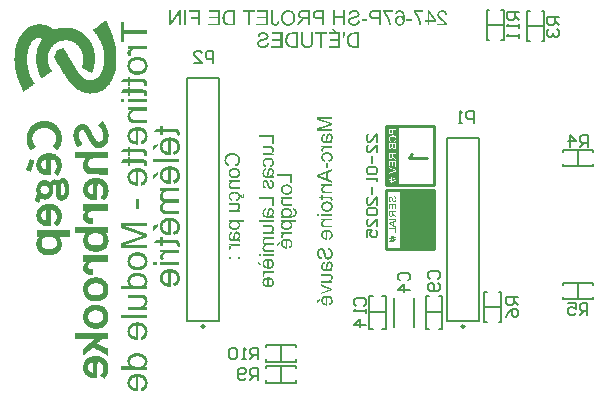
<source format=gbo>
G04*
G04 #@! TF.GenerationSoftware,Altium Limited,Altium Designer,25.2.1 (25)*
G04*
G04 Layer_Color=32896*
%FSLAX25Y25*%
%MOIN*%
G70*
G04*
G04 #@! TF.SameCoordinates,1EA917CA-CC95-4D02-909B-EEF24D63748B*
G04*
G04*
G04 #@! TF.FilePolarity,Positive*
G04*
G01*
G75*
%ADD10C,0.00787*%
%ADD11C,0.00984*%
%ADD14C,0.00591*%
%ADD15C,0.01000*%
%ADD16C,0.00602*%
%ADD80C,0.00709*%
%ADD81R,0.11614X0.19781*%
G36*
X110035Y97835D02*
X105742D01*
X110035Y96384D01*
Y95785D01*
X105811Y94310D01*
X110035D01*
Y93665D01*
X104989D01*
Y94571D01*
X108499Y95777D01*
X108691Y95838D01*
X108852Y95900D01*
X108990Y95946D01*
X109106Y95977D01*
X109190Y96007D01*
X109251Y96030D01*
X109290Y96038D01*
X109305Y96046D01*
X109205Y96076D01*
X109082Y96115D01*
X108960Y96153D01*
X108837Y96192D01*
X108729Y96230D01*
X108645Y96261D01*
X108606Y96268D01*
X108583Y96276D01*
X108568Y96284D01*
X108560D01*
X104989Y97482D01*
Y98480D01*
X110035D01*
Y97835D01*
D02*
G37*
G36*
X109236Y92866D02*
X109390Y92828D01*
X109513Y92782D01*
X109620Y92720D01*
X109712Y92659D01*
X109774Y92613D01*
X109812Y92574D01*
X109827Y92559D01*
X109927Y92428D01*
X109996Y92275D01*
X110050Y92129D01*
X110081Y91975D01*
X110104Y91845D01*
X110112Y91783D01*
Y91737D01*
X110119Y91691D01*
Y91637D01*
X110112Y91499D01*
X110096Y91376D01*
X110081Y91261D01*
X110058Y91154D01*
X110035Y91069D01*
X110012Y91008D01*
X110004Y90969D01*
X109996Y90954D01*
X109943Y90831D01*
X109881Y90716D01*
X109812Y90601D01*
X109735Y90501D01*
X109674Y90409D01*
X109620Y90347D01*
X109589Y90301D01*
X109574Y90286D01*
X109674Y90270D01*
X109758Y90255D01*
X109835Y90240D01*
X109904Y90217D01*
X109958Y90194D01*
X110004Y90178D01*
X110027Y90171D01*
X110035Y90163D01*
Y89518D01*
X109881Y89587D01*
X109804Y89618D01*
X109743Y89641D01*
X109689Y89656D01*
X109643Y89664D01*
X109612Y89671D01*
X109605D01*
X109551Y89679D01*
X109490Y89687D01*
X109420D01*
X109336Y89694D01*
X109159Y89702D01*
X108967D01*
X108791Y89710D01*
X108714D01*
X108645D01*
X108591D01*
X108545D01*
X108514D01*
X108507D01*
X107677D01*
X107531D01*
X107416Y89717D01*
X107316Y89725D01*
X107239D01*
X107178Y89733D01*
X107140Y89740D01*
X107116Y89748D01*
X107109D01*
X107017Y89771D01*
X106932Y89802D01*
X106863Y89833D01*
X106801Y89863D01*
X106748Y89894D01*
X106717Y89917D01*
X106694Y89932D01*
X106686Y89940D01*
X106625Y90002D01*
X106571Y90063D01*
X106525Y90140D01*
X106487Y90209D01*
X106456Y90270D01*
X106425Y90324D01*
X106418Y90355D01*
X106410Y90370D01*
X106371Y90485D01*
X106341Y90608D01*
X106325Y90739D01*
X106310Y90862D01*
X106302Y90969D01*
X106295Y91054D01*
Y91131D01*
X106302Y91299D01*
X106318Y91461D01*
X106333Y91599D01*
X106356Y91722D01*
X106387Y91822D01*
X106402Y91899D01*
X106410Y91922D01*
X106418Y91945D01*
X106425Y91952D01*
Y91960D01*
X106479Y92083D01*
X106540Y92190D01*
X106602Y92290D01*
X106656Y92367D01*
X106709Y92428D01*
X106755Y92467D01*
X106786Y92498D01*
X106794Y92505D01*
X106886Y92574D01*
X106993Y92628D01*
X107093Y92674D01*
X107193Y92713D01*
X107285Y92736D01*
X107354Y92759D01*
X107401Y92766D01*
X107408Y92774D01*
X107416D01*
X107500Y92167D01*
X107370Y92129D01*
X107255Y92075D01*
X107162Y92029D01*
X107086Y91975D01*
X107032Y91929D01*
X106993Y91891D01*
X106971Y91868D01*
X106963Y91860D01*
X106909Y91776D01*
X106871Y91668D01*
X106848Y91568D01*
X106825Y91461D01*
X106817Y91361D01*
X106809Y91284D01*
Y91215D01*
X106817Y91054D01*
X106840Y90908D01*
X106878Y90785D01*
X106917Y90685D01*
X106955Y90608D01*
X106993Y90554D01*
X107017Y90516D01*
X107024Y90508D01*
X107093Y90447D01*
X107170Y90409D01*
X107262Y90378D01*
X107347Y90355D01*
X107424Y90339D01*
X107493Y90332D01*
X107539D01*
X107546D01*
X107554D01*
X107570D01*
X107593D01*
X107646D01*
X107692Y90339D01*
X107708D01*
X107715D01*
X107738Y90409D01*
X107762Y90485D01*
X107808Y90662D01*
X107838Y90846D01*
X107869Y91023D01*
X107900Y91192D01*
X107907Y91261D01*
X107915Y91322D01*
X107923Y91376D01*
Y91415D01*
X107931Y91438D01*
Y91445D01*
X107946Y91576D01*
X107961Y91684D01*
X107977Y91783D01*
X107992Y91860D01*
X108007Y91922D01*
X108015Y91960D01*
X108023Y91991D01*
Y91998D01*
X108053Y92090D01*
X108084Y92175D01*
X108115Y92244D01*
X108153Y92313D01*
X108184Y92367D01*
X108207Y92405D01*
X108222Y92436D01*
X108230Y92444D01*
X108284Y92513D01*
X108337Y92574D01*
X108399Y92636D01*
X108453Y92682D01*
X108507Y92720D01*
X108545Y92743D01*
X108576Y92759D01*
X108583Y92766D01*
X108668Y92805D01*
X108752Y92835D01*
X108837Y92851D01*
X108914Y92866D01*
X108975Y92874D01*
X109029Y92882D01*
X109060D01*
X109075D01*
X109236Y92866D01*
D02*
G37*
G36*
X110035Y88135D02*
X108123D01*
X107977Y88128D01*
X107846Y88120D01*
X107723Y88105D01*
X107616Y88082D01*
X107524Y88066D01*
X107454Y88051D01*
X107416Y88043D01*
X107401Y88036D01*
X107324Y88005D01*
X107255Y87974D01*
X107193Y87936D01*
X107147Y87897D01*
X107109Y87866D01*
X107078Y87836D01*
X107063Y87820D01*
X107055Y87813D01*
X107017Y87751D01*
X106986Y87690D01*
X106963Y87628D01*
X106948Y87575D01*
X106940Y87521D01*
X106932Y87483D01*
Y87452D01*
X106940Y87367D01*
X106955Y87283D01*
X106978Y87206D01*
X107001Y87137D01*
X107024Y87083D01*
X107047Y87037D01*
X107063Y87006D01*
X107070Y86999D01*
X106502Y86776D01*
X106433Y86899D01*
X106379Y87014D01*
X106348Y87122D01*
X106318Y87214D01*
X106302Y87298D01*
X106295Y87360D01*
Y87413D01*
X106302Y87490D01*
X106318Y87567D01*
X106333Y87636D01*
X106356Y87690D01*
X106387Y87744D01*
X106402Y87782D01*
X106418Y87805D01*
X106425Y87813D01*
X106479Y87882D01*
X106556Y87943D01*
X106640Y88012D01*
X106725Y88074D01*
X106801Y88120D01*
X106871Y88158D01*
X106917Y88189D01*
X106924Y88197D01*
X106379D01*
Y88757D01*
X110035D01*
Y88135D01*
D02*
G37*
G36*
X108391Y86584D02*
X108545Y86569D01*
X108698Y86553D01*
X108829Y86523D01*
X108960Y86484D01*
X109075Y86446D01*
X109182Y86407D01*
X109274Y86361D01*
X109359Y86323D01*
X109428Y86284D01*
X109490Y86246D01*
X109543Y86208D01*
X109582Y86177D01*
X109612Y86162D01*
X109628Y86146D01*
X109635Y86138D01*
X109720Y86046D01*
X109797Y85954D01*
X109858Y85862D01*
X109912Y85762D01*
X109958Y85662D01*
X110004Y85562D01*
X110058Y85370D01*
X110081Y85278D01*
X110096Y85202D01*
X110104Y85125D01*
X110112Y85063D01*
X110119Y85010D01*
Y84940D01*
X110112Y84833D01*
X110104Y84725D01*
X110065Y84533D01*
X110004Y84357D01*
X109943Y84211D01*
X109881Y84096D01*
X109851Y84050D01*
X109820Y84004D01*
X109797Y83973D01*
X109781Y83950D01*
X109766Y83942D01*
Y83934D01*
X109620Y83796D01*
X109467Y83681D01*
X109298Y83589D01*
X109144Y83520D01*
X108998Y83474D01*
X108937Y83458D01*
X108883Y83443D01*
X108844Y83435D01*
X108814Y83428D01*
X108791Y83420D01*
X108783D01*
X108698Y84026D01*
X108860Y84057D01*
X109006Y84103D01*
X109121Y84157D01*
X109221Y84211D01*
X109298Y84257D01*
X109344Y84303D01*
X109382Y84334D01*
X109390Y84341D01*
X109467Y84434D01*
X109520Y84533D01*
X109559Y84641D01*
X109582Y84733D01*
X109597Y84818D01*
X109612Y84887D01*
Y84948D01*
X109605Y85033D01*
X109597Y85109D01*
X109559Y85248D01*
X109505Y85378D01*
X109443Y85478D01*
X109390Y85562D01*
X109336Y85624D01*
X109298Y85662D01*
X109282Y85678D01*
X109213Y85724D01*
X109136Y85770D01*
X108975Y85839D01*
X108791Y85885D01*
X108614Y85916D01*
X108460Y85939D01*
X108391Y85947D01*
X108330D01*
X108276Y85954D01*
X108238D01*
X108215D01*
X108207D01*
X108076D01*
X107954Y85939D01*
X107838Y85931D01*
X107731Y85908D01*
X107639Y85885D01*
X107546Y85862D01*
X107470Y85839D01*
X107401Y85808D01*
X107339Y85785D01*
X107285Y85762D01*
X107239Y85739D01*
X107201Y85716D01*
X107178Y85693D01*
X107155Y85685D01*
X107140Y85670D01*
X107078Y85616D01*
X107024Y85555D01*
X106948Y85424D01*
X106886Y85301D01*
X106840Y85179D01*
X106817Y85071D01*
X106809Y84987D01*
X106801Y84956D01*
Y84910D01*
X106809Y84802D01*
X106832Y84695D01*
X106863Y84610D01*
X106894Y84533D01*
X106932Y84472D01*
X106963Y84426D01*
X106986Y84395D01*
X106993Y84387D01*
X107070Y84311D01*
X107155Y84249D01*
X107247Y84196D01*
X107339Y84149D01*
X107424Y84119D01*
X107485Y84096D01*
X107531Y84088D01*
X107539Y84080D01*
X107546D01*
X107454Y83481D01*
X107262Y83535D01*
X107086Y83604D01*
X106940Y83681D01*
X106817Y83765D01*
X106725Y83842D01*
X106656Y83904D01*
X106617Y83950D01*
X106602Y83957D01*
Y83965D01*
X106502Y84111D01*
X106425Y84272D01*
X106371Y84441D01*
X106333Y84595D01*
X106310Y84733D01*
X106302Y84787D01*
Y84841D01*
X106295Y84879D01*
Y84940D01*
X106302Y85109D01*
X106325Y85271D01*
X106364Y85424D01*
X106402Y85547D01*
X106448Y85655D01*
X106479Y85739D01*
X106494Y85770D01*
X106510Y85793D01*
X106517Y85801D01*
Y85808D01*
X106609Y85947D01*
X106717Y86069D01*
X106825Y86169D01*
X106932Y86254D01*
X107032Y86315D01*
X107109Y86361D01*
X107140Y86377D01*
X107162Y86392D01*
X107178Y86400D01*
X107185D01*
X107354Y86461D01*
X107539Y86507D01*
X107708Y86546D01*
X107869Y86569D01*
X108015Y86584D01*
X108069D01*
X108123Y86592D01*
X108161D01*
X108199D01*
X108215D01*
X108222D01*
X108391Y86584D01*
D02*
G37*
G36*
X108522Y81231D02*
X107900D01*
Y83128D01*
X108522D01*
Y81231D01*
D02*
G37*
G36*
X110035Y80309D02*
X108507Y79764D01*
Y77644D01*
X110035Y77061D01*
Y76308D01*
X104989Y78359D01*
Y79088D01*
X110035Y81016D01*
Y80309D01*
D02*
G37*
G36*
Y75225D02*
X108038D01*
X107915D01*
X107800Y75210D01*
X107692Y75202D01*
X107593Y75179D01*
X107508Y75156D01*
X107431Y75133D01*
X107362Y75110D01*
X107301Y75079D01*
X107247Y75056D01*
X107201Y75033D01*
X107140Y74987D01*
X107101Y74956D01*
X107086Y74941D01*
X107001Y74834D01*
X106940Y74711D01*
X106894Y74603D01*
X106863Y74496D01*
X106848Y74396D01*
X106832Y74327D01*
Y74258D01*
X106840Y74165D01*
X106848Y74089D01*
X106871Y74012D01*
X106886Y73950D01*
X106909Y73897D01*
X106932Y73858D01*
X106940Y73835D01*
X106948Y73827D01*
X106993Y73766D01*
X107047Y73712D01*
X107093Y73666D01*
X107147Y73628D01*
X107185Y73605D01*
X107224Y73589D01*
X107247Y73574D01*
X107255D01*
X107332Y73551D01*
X107416Y73528D01*
X107516Y73513D01*
X107600Y73505D01*
X107685Y73497D01*
X107754D01*
X107800D01*
X107808D01*
X107815D01*
X110035D01*
Y72875D01*
X107792D01*
X107639D01*
X107516Y72883D01*
X107408Y72891D01*
X107324D01*
X107262Y72898D01*
X107216Y72906D01*
X107193Y72914D01*
X107185D01*
X107093Y72937D01*
X107001Y72967D01*
X106924Y72998D01*
X106863Y73029D01*
X106809Y73059D01*
X106763Y73083D01*
X106740Y73098D01*
X106732Y73106D01*
X106663Y73159D01*
X106602Y73228D01*
X106548Y73298D01*
X106502Y73367D01*
X106464Y73428D01*
X106441Y73474D01*
X106425Y73505D01*
X106418Y73520D01*
X106379Y73628D01*
X106348Y73728D01*
X106325Y73835D01*
X106310Y73927D01*
X106302Y74004D01*
X106295Y74073D01*
Y74127D01*
X106302Y74265D01*
X106318Y74396D01*
X106348Y74519D01*
X106387Y74626D01*
X106433Y74734D01*
X106487Y74826D01*
X106540Y74910D01*
X106594Y74995D01*
X106656Y75064D01*
X106709Y75118D01*
X106763Y75172D01*
X106809Y75210D01*
X106848Y75248D01*
X106878Y75271D01*
X106894Y75279D01*
X106901Y75287D01*
X106379D01*
Y75847D01*
X110035D01*
Y75225D01*
D02*
G37*
G36*
X106863Y71823D02*
X108967D01*
X109067D01*
X109159D01*
X109244Y71815D01*
X109321D01*
X109390Y71808D01*
X109443Y71800D01*
X109543Y71785D01*
X109620Y71777D01*
X109666Y71762D01*
X109697Y71754D01*
X109705D01*
X109766Y71723D01*
X109820Y71677D01*
X109866Y71639D01*
X109904Y71593D01*
X109935Y71554D01*
X109958Y71523D01*
X109973Y71500D01*
X109981Y71493D01*
X110012Y71416D01*
X110035Y71332D01*
X110058Y71239D01*
X110065Y71155D01*
X110073Y71078D01*
X110081Y71017D01*
Y70963D01*
X110073Y70802D01*
X110065Y70725D01*
X110050Y70656D01*
X110043Y70587D01*
X110035Y70540D01*
X110027Y70510D01*
Y70494D01*
X109482Y70579D01*
X109497Y70694D01*
Y70740D01*
X109505Y70779D01*
Y70855D01*
X109497Y70947D01*
X109482Y71017D01*
X109474Y71055D01*
X109467Y71070D01*
X109428Y71116D01*
X109390Y71147D01*
X109359Y71162D01*
X109344Y71170D01*
X109305Y71178D01*
X109259Y71186D01*
X109144Y71193D01*
X109090Y71201D01*
X109044D01*
X109013D01*
X109006D01*
X106863D01*
Y70579D01*
X106379D01*
Y71201D01*
X105104D01*
X105481Y71823D01*
X106379D01*
Y72284D01*
X106863D01*
Y71823D01*
D02*
G37*
G36*
X108376Y70195D02*
X108537Y70179D01*
X108683Y70156D01*
X108821Y70126D01*
X108944Y70095D01*
X109067Y70057D01*
X109167Y70011D01*
X109267Y69964D01*
X109351Y69926D01*
X109420Y69880D01*
X109482Y69842D01*
X109536Y69803D01*
X109574Y69780D01*
X109605Y69757D01*
X109620Y69742D01*
X109628Y69734D01*
X109712Y69642D01*
X109789Y69542D01*
X109858Y69442D01*
X109912Y69335D01*
X109958Y69235D01*
X109996Y69127D01*
X110058Y68935D01*
X110081Y68843D01*
X110096Y68759D01*
X110104Y68682D01*
X110112Y68620D01*
X110119Y68567D01*
Y68490D01*
X110112Y68313D01*
X110081Y68152D01*
X110050Y68006D01*
X110004Y67875D01*
X109966Y67768D01*
X109927Y67684D01*
X109920Y67653D01*
X109904Y67630D01*
X109897Y67622D01*
Y67614D01*
X109804Y67468D01*
X109705Y67346D01*
X109605Y67238D01*
X109505Y67154D01*
X109413Y67084D01*
X109344Y67031D01*
X109290Y67000D01*
X109282Y66992D01*
X109274D01*
X109113Y66923D01*
X108929Y66869D01*
X108745Y66831D01*
X108568Y66800D01*
X108484Y66793D01*
X108407Y66785D01*
X108337D01*
X108276Y66777D01*
X108230D01*
X108192D01*
X108169D01*
X108161D01*
X108000Y66785D01*
X107854Y66800D01*
X107708Y66823D01*
X107577Y66854D01*
X107454Y66892D01*
X107347Y66931D01*
X107239Y66977D01*
X107147Y67015D01*
X107070Y67061D01*
X106993Y67107D01*
X106932Y67146D01*
X106886Y67184D01*
X106848Y67215D01*
X106817Y67238D01*
X106801Y67253D01*
X106794Y67261D01*
X106709Y67353D01*
X106633Y67453D01*
X106563Y67553D01*
X106502Y67653D01*
X106456Y67760D01*
X106418Y67860D01*
X106356Y68052D01*
X106333Y68144D01*
X106318Y68229D01*
X106310Y68298D01*
X106302Y68367D01*
X106295Y68421D01*
Y68490D01*
X106302Y68613D01*
X106310Y68736D01*
X106356Y68958D01*
X106425Y69158D01*
X106464Y69243D01*
X106494Y69319D01*
X106533Y69396D01*
X106571Y69458D01*
X106609Y69511D01*
X106640Y69557D01*
X106663Y69596D01*
X106686Y69619D01*
X106694Y69634D01*
X106702Y69642D01*
X106801Y69742D01*
X106909Y69826D01*
X107024Y69903D01*
X107147Y69964D01*
X107270Y70018D01*
X107393Y70064D01*
X107516Y70103D01*
X107639Y70133D01*
X107754Y70156D01*
X107861Y70172D01*
X107954Y70187D01*
X108038Y70195D01*
X108107D01*
X108161Y70202D01*
X108192D01*
X108207D01*
X108376Y70195D01*
D02*
G37*
G36*
X110035Y65426D02*
X106379D01*
Y66048D01*
X110035D01*
Y65426D01*
D02*
G37*
G36*
X105696D02*
X104989D01*
Y66048D01*
X105696D01*
Y65426D01*
D02*
G37*
G36*
X110035Y63867D02*
X108038D01*
X107915D01*
X107800Y63851D01*
X107692Y63844D01*
X107593Y63820D01*
X107508Y63797D01*
X107431Y63774D01*
X107362Y63751D01*
X107301Y63721D01*
X107247Y63698D01*
X107201Y63674D01*
X107140Y63628D01*
X107101Y63598D01*
X107086Y63582D01*
X107001Y63475D01*
X106940Y63352D01*
X106894Y63244D01*
X106863Y63137D01*
X106848Y63037D01*
X106832Y62968D01*
Y62899D01*
X106840Y62807D01*
X106848Y62730D01*
X106871Y62653D01*
X106886Y62592D01*
X106909Y62538D01*
X106932Y62499D01*
X106940Y62476D01*
X106948Y62469D01*
X106993Y62407D01*
X107047Y62354D01*
X107093Y62308D01*
X107147Y62269D01*
X107185Y62246D01*
X107224Y62231D01*
X107247Y62215D01*
X107255D01*
X107332Y62192D01*
X107416Y62169D01*
X107516Y62154D01*
X107600Y62146D01*
X107685Y62138D01*
X107754D01*
X107800D01*
X107808D01*
X107815D01*
X110035D01*
Y61516D01*
X107792D01*
X107639D01*
X107516Y61524D01*
X107408Y61532D01*
X107324D01*
X107262Y61540D01*
X107216Y61547D01*
X107193Y61555D01*
X107185D01*
X107093Y61578D01*
X107001Y61609D01*
X106924Y61639D01*
X106863Y61670D01*
X106809Y61701D01*
X106763Y61724D01*
X106740Y61739D01*
X106732Y61747D01*
X106663Y61801D01*
X106602Y61870D01*
X106548Y61939D01*
X106502Y62008D01*
X106464Y62069D01*
X106441Y62116D01*
X106425Y62146D01*
X106418Y62162D01*
X106379Y62269D01*
X106348Y62369D01*
X106325Y62476D01*
X106310Y62569D01*
X106302Y62645D01*
X106295Y62714D01*
Y62768D01*
X106302Y62906D01*
X106318Y63037D01*
X106348Y63160D01*
X106387Y63267D01*
X106433Y63375D01*
X106487Y63467D01*
X106540Y63552D01*
X106594Y63636D01*
X106656Y63705D01*
X106709Y63759D01*
X106763Y63813D01*
X106809Y63851D01*
X106848Y63890D01*
X106878Y63913D01*
X106894Y63920D01*
X106901Y63928D01*
X106379D01*
Y64489D01*
X110035D01*
Y63867D01*
D02*
G37*
G36*
X108407Y60764D02*
X108560Y60748D01*
X108706Y60725D01*
X108837Y60695D01*
X108960Y60664D01*
X109075Y60626D01*
X109175Y60580D01*
X109267Y60533D01*
X109351Y60495D01*
X109428Y60449D01*
X109490Y60410D01*
X109536Y60372D01*
X109574Y60349D01*
X109605Y60326D01*
X109620Y60311D01*
X109628Y60303D01*
X109712Y60211D01*
X109789Y60111D01*
X109858Y60011D01*
X109912Y59904D01*
X109958Y59804D01*
X109996Y59696D01*
X110058Y59497D01*
X110081Y59397D01*
X110096Y59312D01*
X110104Y59236D01*
X110112Y59166D01*
X110119Y59113D01*
Y59036D01*
X110104Y58805D01*
X110073Y58606D01*
X110020Y58421D01*
X109966Y58276D01*
X109935Y58206D01*
X109912Y58153D01*
X109881Y58106D01*
X109858Y58068D01*
X109843Y58030D01*
X109827Y58007D01*
X109812Y57999D01*
Y57991D01*
X109689Y57853D01*
X109543Y57730D01*
X109397Y57638D01*
X109259Y57561D01*
X109129Y57500D01*
X109075Y57477D01*
X109029Y57461D01*
X108990Y57446D01*
X108960Y57438D01*
X108944Y57431D01*
X108937D01*
X108852Y58068D01*
X108990Y58130D01*
X109113Y58191D01*
X109213Y58252D01*
X109290Y58314D01*
X109359Y58368D01*
X109397Y58414D01*
X109428Y58444D01*
X109436Y58452D01*
X109497Y58544D01*
X109536Y58644D01*
X109566Y58744D01*
X109589Y58836D01*
X109605Y58913D01*
X109612Y58974D01*
Y59036D01*
X109597Y59197D01*
X109566Y59343D01*
X109513Y59474D01*
X109451Y59589D01*
X109397Y59673D01*
X109344Y59742D01*
X109313Y59781D01*
X109298Y59796D01*
X109167Y59896D01*
X109013Y59980D01*
X108860Y60034D01*
X108714Y60080D01*
X108576Y60111D01*
X108522Y60119D01*
X108468Y60126D01*
X108430D01*
X108391Y60134D01*
X108376D01*
X108368D01*
Y57415D01*
X108299Y57408D01*
X108245D01*
X108215D01*
X108207D01*
X108038Y57415D01*
X107884Y57431D01*
X107738Y57454D01*
X107608Y57477D01*
X107477Y57515D01*
X107362Y57554D01*
X107262Y57600D01*
X107162Y57638D01*
X107078Y57684D01*
X107009Y57730D01*
X106948Y57769D01*
X106894Y57799D01*
X106855Y57830D01*
X106825Y57853D01*
X106809Y57868D01*
X106801Y57876D01*
X106709Y57968D01*
X106633Y58060D01*
X106563Y58160D01*
X106510Y58260D01*
X106456Y58360D01*
X106418Y58460D01*
X106356Y58644D01*
X106333Y58736D01*
X106318Y58813D01*
X106310Y58890D01*
X106302Y58951D01*
X106295Y59005D01*
Y59074D01*
X106302Y59212D01*
X106318Y59343D01*
X106341Y59466D01*
X106371Y59581D01*
X106418Y59696D01*
X106456Y59796D01*
X106502Y59888D01*
X106548Y59973D01*
X106602Y60050D01*
X106648Y60111D01*
X106686Y60172D01*
X106725Y60219D01*
X106763Y60257D01*
X106786Y60280D01*
X106801Y60295D01*
X106809Y60303D01*
X106909Y60387D01*
X107017Y60457D01*
X107132Y60518D01*
X107247Y60572D01*
X107370Y60618D01*
X107485Y60656D01*
X107715Y60710D01*
X107823Y60733D01*
X107923Y60748D01*
X108015Y60756D01*
X108092Y60764D01*
X108153Y60772D01*
X108207D01*
X108238D01*
X108245D01*
X108407Y60764D01*
D02*
G37*
G36*
X108599Y54820D02*
X108768Y54789D01*
X108929Y54743D01*
X109060Y54697D01*
X109175Y54650D01*
X109221Y54628D01*
X109259Y54604D01*
X109290Y54589D01*
X109313Y54574D01*
X109321Y54566D01*
X109328D01*
X109467Y54458D01*
X109589Y54336D01*
X109689Y54220D01*
X109774Y54098D01*
X109843Y53998D01*
X109889Y53913D01*
X109904Y53882D01*
X109920Y53860D01*
X109927Y53844D01*
Y53836D01*
X109989Y53652D01*
X110035Y53460D01*
X110073Y53268D01*
X110096Y53092D01*
X110104Y53007D01*
X110112Y52930D01*
Y52861D01*
X110119Y52807D01*
Y52692D01*
X110112Y52492D01*
X110089Y52316D01*
X110058Y52147D01*
X110020Y52009D01*
X109989Y51886D01*
X109973Y51840D01*
X109958Y51801D01*
X109943Y51771D01*
X109935Y51748D01*
X109927Y51732D01*
Y51724D01*
X109843Y51571D01*
X109758Y51433D01*
X109666Y51317D01*
X109574Y51225D01*
X109497Y51148D01*
X109436Y51102D01*
X109390Y51064D01*
X109374Y51056D01*
X109244Y50980D01*
X109106Y50926D01*
X108975Y50880D01*
X108860Y50857D01*
X108760Y50841D01*
X108683Y50826D01*
X108652D01*
X108629D01*
X108622D01*
X108614D01*
X108468Y50834D01*
X108330Y50857D01*
X108207Y50895D01*
X108107Y50933D01*
X108015Y50972D01*
X107954Y51010D01*
X107915Y51033D01*
X107900Y51041D01*
X107792Y51125D01*
X107692Y51225D01*
X107600Y51333D01*
X107524Y51440D01*
X107470Y51540D01*
X107424Y51617D01*
X107408Y51648D01*
X107393Y51663D01*
X107385Y51678D01*
Y51686D01*
X107362Y51748D01*
X107332Y51824D01*
X107301Y51901D01*
X107278Y51993D01*
X107224Y52178D01*
X107170Y52362D01*
X107132Y52531D01*
X107109Y52608D01*
X107093Y52677D01*
X107078Y52731D01*
X107070Y52769D01*
X107063Y52800D01*
Y52807D01*
X107024Y52953D01*
X106993Y53084D01*
X106963Y53199D01*
X106924Y53307D01*
X106894Y53399D01*
X106871Y53475D01*
X106840Y53545D01*
X106809Y53606D01*
X106786Y53660D01*
X106771Y53706D01*
X106748Y53737D01*
X106732Y53760D01*
X106709Y53798D01*
X106702Y53806D01*
X106633Y53867D01*
X106563Y53913D01*
X106487Y53952D01*
X106418Y53975D01*
X106356Y53990D01*
X106302Y53998D01*
X106272D01*
X106256D01*
X106141Y53982D01*
X106041Y53952D01*
X105949Y53913D01*
X105872Y53860D01*
X105803Y53813D01*
X105757Y53767D01*
X105726Y53737D01*
X105719Y53729D01*
X105680Y53675D01*
X105642Y53614D01*
X105588Y53475D01*
X105550Y53330D01*
X105527Y53184D01*
X105504Y53053D01*
Y52992D01*
X105496Y52946D01*
Y52846D01*
X105504Y52638D01*
X105534Y52462D01*
X105573Y52308D01*
X105619Y52185D01*
X105665Y52093D01*
X105703Y52024D01*
X105734Y51986D01*
X105742Y51970D01*
X105842Y51870D01*
X105957Y51786D01*
X106072Y51724D01*
X106187Y51678D01*
X106295Y51648D01*
X106379Y51632D01*
X106410Y51625D01*
X106433Y51617D01*
X106448D01*
X106456D01*
X106410Y50980D01*
X106249Y50995D01*
X106103Y51026D01*
X105964Y51072D01*
X105849Y51118D01*
X105757Y51156D01*
X105680Y51195D01*
X105634Y51225D01*
X105619Y51233D01*
X105496Y51325D01*
X105388Y51433D01*
X105296Y51540D01*
X105219Y51648D01*
X105166Y51748D01*
X105120Y51824D01*
X105104Y51855D01*
X105097Y51878D01*
X105089Y51886D01*
Y51893D01*
X105027Y52055D01*
X104981Y52224D01*
X104951Y52393D01*
X104928Y52546D01*
X104912Y52677D01*
Y52731D01*
X104905Y52784D01*
Y52876D01*
X104912Y53061D01*
X104935Y53237D01*
X104958Y53391D01*
X104989Y53529D01*
X105027Y53637D01*
X105043Y53683D01*
X105051Y53721D01*
X105066Y53760D01*
X105073Y53783D01*
X105081Y53790D01*
Y53798D01*
X105150Y53944D01*
X105235Y54075D01*
X105319Y54182D01*
X105396Y54267D01*
X105473Y54336D01*
X105534Y54389D01*
X105573Y54420D01*
X105580Y54428D01*
X105588D01*
X105711Y54497D01*
X105842Y54551D01*
X105957Y54589D01*
X106072Y54612D01*
X106164Y54628D01*
X106233Y54643D01*
X106264D01*
X106287D01*
X106295D01*
X106302D01*
X106425Y54635D01*
X106548Y54612D01*
X106656Y54589D01*
X106748Y54551D01*
X106825Y54520D01*
X106878Y54497D01*
X106917Y54474D01*
X106932Y54466D01*
X107032Y54389D01*
X107124Y54305D01*
X107201Y54220D01*
X107270Y54128D01*
X107324Y54052D01*
X107362Y53990D01*
X107393Y53944D01*
X107401Y53936D01*
Y53929D01*
X107431Y53875D01*
X107454Y53806D01*
X107508Y53660D01*
X107562Y53499D01*
X107616Y53337D01*
X107654Y53191D01*
X107669Y53130D01*
X107685Y53076D01*
X107700Y53030D01*
X107708Y52992D01*
X107715Y52969D01*
Y52961D01*
X107746Y52838D01*
X107777Y52723D01*
X107800Y52615D01*
X107823Y52523D01*
X107846Y52446D01*
X107869Y52370D01*
X107884Y52308D01*
X107900Y52247D01*
X107915Y52201D01*
X107931Y52162D01*
X107946Y52101D01*
X107954Y52070D01*
X107961Y52062D01*
X108007Y51955D01*
X108061Y51855D01*
X108107Y51778D01*
X108153Y51717D01*
X108199Y51671D01*
X108230Y51632D01*
X108253Y51617D01*
X108261Y51609D01*
X108330Y51563D01*
X108399Y51532D01*
X108468Y51502D01*
X108537Y51486D01*
X108591Y51479D01*
X108637Y51471D01*
X108668D01*
X108676D01*
X108760Y51479D01*
X108837Y51494D01*
X108914Y51517D01*
X108975Y51540D01*
X109029Y51571D01*
X109067Y51594D01*
X109098Y51609D01*
X109106Y51617D01*
X109175Y51678D01*
X109236Y51748D01*
X109290Y51817D01*
X109336Y51893D01*
X109374Y51955D01*
X109397Y52009D01*
X109413Y52039D01*
X109420Y52055D01*
X109459Y52170D01*
X109482Y52285D01*
X109505Y52393D01*
X109513Y52500D01*
X109520Y52585D01*
X109528Y52661D01*
Y52723D01*
X109520Y52876D01*
X109505Y53022D01*
X109482Y53161D01*
X109451Y53268D01*
X109428Y53368D01*
X109405Y53437D01*
X109390Y53483D01*
X109382Y53491D01*
Y53499D01*
X109321Y53614D01*
X109259Y53721D01*
X109190Y53806D01*
X109129Y53875D01*
X109075Y53936D01*
X109029Y53975D01*
X108998Y53998D01*
X108990Y54005D01*
X108890Y54059D01*
X108791Y54105D01*
X108683Y54136D01*
X108583Y54167D01*
X108491Y54182D01*
X108422Y54197D01*
X108376Y54205D01*
X108368D01*
X108361D01*
X108414Y54835D01*
X108599Y54820D01*
D02*
G37*
G36*
X109236Y50188D02*
X109390Y50150D01*
X109513Y50104D01*
X109620Y50042D01*
X109712Y49981D01*
X109774Y49935D01*
X109812Y49897D01*
X109827Y49881D01*
X109927Y49751D01*
X109996Y49597D01*
X110050Y49451D01*
X110081Y49298D01*
X110104Y49167D01*
X110112Y49106D01*
Y49060D01*
X110119Y49013D01*
Y48960D01*
X110112Y48821D01*
X110096Y48698D01*
X110081Y48583D01*
X110058Y48476D01*
X110035Y48391D01*
X110012Y48330D01*
X110004Y48292D01*
X109996Y48276D01*
X109943Y48153D01*
X109881Y48038D01*
X109812Y47923D01*
X109735Y47823D01*
X109674Y47731D01*
X109620Y47669D01*
X109589Y47623D01*
X109574Y47608D01*
X109674Y47593D01*
X109758Y47577D01*
X109835Y47562D01*
X109904Y47539D01*
X109958Y47516D01*
X110004Y47500D01*
X110027Y47493D01*
X110035Y47485D01*
Y46840D01*
X109881Y46909D01*
X109804Y46940D01*
X109743Y46963D01*
X109689Y46978D01*
X109643Y46986D01*
X109612Y46994D01*
X109605D01*
X109551Y47001D01*
X109490Y47009D01*
X109420D01*
X109336Y47017D01*
X109159Y47024D01*
X108967D01*
X108791Y47032D01*
X108714D01*
X108645D01*
X108591D01*
X108545D01*
X108514D01*
X108507D01*
X107677D01*
X107531D01*
X107416Y47040D01*
X107316Y47047D01*
X107239D01*
X107178Y47055D01*
X107140Y47063D01*
X107116Y47070D01*
X107109D01*
X107017Y47093D01*
X106932Y47124D01*
X106863Y47155D01*
X106801Y47186D01*
X106748Y47216D01*
X106717Y47239D01*
X106694Y47255D01*
X106686Y47262D01*
X106625Y47324D01*
X106571Y47385D01*
X106525Y47462D01*
X106487Y47531D01*
X106456Y47593D01*
X106425Y47646D01*
X106418Y47677D01*
X106410Y47692D01*
X106371Y47808D01*
X106341Y47930D01*
X106325Y48061D01*
X106310Y48184D01*
X106302Y48292D01*
X106295Y48376D01*
Y48453D01*
X106302Y48622D01*
X106318Y48783D01*
X106333Y48921D01*
X106356Y49044D01*
X106387Y49144D01*
X106402Y49221D01*
X106410Y49244D01*
X106418Y49267D01*
X106425Y49275D01*
Y49282D01*
X106479Y49405D01*
X106540Y49513D01*
X106602Y49612D01*
X106656Y49689D01*
X106709Y49751D01*
X106755Y49789D01*
X106786Y49820D01*
X106794Y49828D01*
X106886Y49897D01*
X106993Y49950D01*
X107093Y49996D01*
X107193Y50035D01*
X107285Y50058D01*
X107354Y50081D01*
X107401Y50089D01*
X107408Y50096D01*
X107416D01*
X107500Y49490D01*
X107370Y49451D01*
X107255Y49397D01*
X107162Y49351D01*
X107086Y49298D01*
X107032Y49251D01*
X106993Y49213D01*
X106971Y49190D01*
X106963Y49182D01*
X106909Y49098D01*
X106871Y48990D01*
X106848Y48891D01*
X106825Y48783D01*
X106817Y48683D01*
X106809Y48606D01*
Y48537D01*
X106817Y48376D01*
X106840Y48230D01*
X106878Y48107D01*
X106917Y48007D01*
X106955Y47930D01*
X106993Y47877D01*
X107017Y47838D01*
X107024Y47831D01*
X107093Y47769D01*
X107170Y47731D01*
X107262Y47700D01*
X107347Y47677D01*
X107424Y47662D01*
X107493Y47654D01*
X107539D01*
X107546D01*
X107554D01*
X107570D01*
X107593D01*
X107646D01*
X107692Y47662D01*
X107708D01*
X107715D01*
X107738Y47731D01*
X107762Y47808D01*
X107808Y47984D01*
X107838Y48169D01*
X107869Y48345D01*
X107900Y48514D01*
X107907Y48583D01*
X107915Y48645D01*
X107923Y48698D01*
Y48737D01*
X107931Y48760D01*
Y48768D01*
X107946Y48898D01*
X107961Y49006D01*
X107977Y49106D01*
X107992Y49182D01*
X108007Y49244D01*
X108015Y49282D01*
X108023Y49313D01*
Y49321D01*
X108053Y49413D01*
X108084Y49497D01*
X108115Y49566D01*
X108153Y49635D01*
X108184Y49689D01*
X108207Y49728D01*
X108222Y49758D01*
X108230Y49766D01*
X108284Y49835D01*
X108337Y49897D01*
X108399Y49958D01*
X108453Y50004D01*
X108507Y50042D01*
X108545Y50066D01*
X108576Y50081D01*
X108583Y50089D01*
X108668Y50127D01*
X108752Y50158D01*
X108837Y50173D01*
X108914Y50188D01*
X108975Y50196D01*
X109029Y50204D01*
X109060D01*
X109075D01*
X109236Y50188D01*
D02*
G37*
G36*
X108906Y46080D02*
X109006D01*
X109090Y46072D01*
X109152Y46064D01*
X109190D01*
X109221Y46057D01*
X109228D01*
X109328Y46034D01*
X109413Y46003D01*
X109490Y45972D01*
X109559Y45934D01*
X109612Y45911D01*
X109659Y45888D01*
X109681Y45872D01*
X109689Y45865D01*
X109758Y45803D01*
X109812Y45742D01*
X109866Y45673D01*
X109912Y45603D01*
X109950Y45542D01*
X109973Y45496D01*
X109989Y45465D01*
X109996Y45450D01*
X110035Y45342D01*
X110065Y45235D01*
X110089Y45135D01*
X110104Y45043D01*
X110112Y44958D01*
X110119Y44897D01*
Y44843D01*
X110112Y44713D01*
X110096Y44582D01*
X110065Y44467D01*
X110020Y44352D01*
X109973Y44252D01*
X109927Y44152D01*
X109866Y44067D01*
X109812Y43991D01*
X109758Y43922D01*
X109697Y43860D01*
X109651Y43806D01*
X109597Y43760D01*
X109559Y43730D01*
X109528Y43707D01*
X109513Y43691D01*
X109505Y43683D01*
X110035D01*
Y43130D01*
X106379D01*
Y43753D01*
X108345D01*
X108507Y43760D01*
X108652Y43768D01*
X108775Y43783D01*
X108875Y43806D01*
X108960Y43829D01*
X109013Y43845D01*
X109044Y43852D01*
X109060Y43860D01*
X109144Y43906D01*
X109221Y43952D01*
X109290Y44014D01*
X109344Y44067D01*
X109390Y44121D01*
X109420Y44167D01*
X109443Y44198D01*
X109451Y44206D01*
X109497Y44298D01*
X109528Y44390D01*
X109559Y44475D01*
X109574Y44551D01*
X109582Y44620D01*
X109589Y44674D01*
Y44720D01*
X109582Y44820D01*
X109566Y44912D01*
X109543Y44989D01*
X109520Y45058D01*
X109497Y45112D01*
X109474Y45150D01*
X109459Y45181D01*
X109451Y45189D01*
X109397Y45250D01*
X109336Y45304D01*
X109267Y45350D01*
X109205Y45381D01*
X109152Y45404D01*
X109106Y45419D01*
X109075Y45434D01*
X109067D01*
X108990Y45442D01*
X108890Y45450D01*
X108783Y45458D01*
X108676D01*
X108576Y45465D01*
X108491D01*
X108460D01*
X108437D01*
X108422D01*
X108414D01*
X106379D01*
Y46087D01*
X108652D01*
X108791D01*
X108906Y46080D01*
D02*
G37*
G36*
X110035Y41149D02*
Y40565D01*
X106379Y39183D01*
Y39820D01*
X108614Y40635D01*
X108760Y40688D01*
X108890Y40734D01*
X109013Y40773D01*
X109113Y40804D01*
X109190Y40826D01*
X109251Y40850D01*
X109290Y40857D01*
X109305Y40865D01*
X109167Y40903D01*
X109029Y40949D01*
X108906Y40988D01*
X108798Y41026D01*
X108706Y41057D01*
X108637Y41080D01*
X108591Y41095D01*
X108576Y41103D01*
X106379Y41886D01*
Y42539D01*
X110035Y41149D01*
D02*
G37*
G36*
X105926Y37132D02*
X104966Y36372D01*
Y37186D01*
X105926Y37647D01*
Y37132D01*
D02*
G37*
G36*
X108407Y38830D02*
X108560Y38814D01*
X108706Y38791D01*
X108837Y38761D01*
X108960Y38730D01*
X109075Y38691D01*
X109175Y38645D01*
X109267Y38599D01*
X109351Y38561D01*
X109428Y38515D01*
X109490Y38476D01*
X109536Y38438D01*
X109574Y38415D01*
X109605Y38392D01*
X109620Y38377D01*
X109628Y38369D01*
X109712Y38277D01*
X109789Y38177D01*
X109858Y38077D01*
X109912Y37970D01*
X109958Y37870D01*
X109996Y37762D01*
X110058Y37563D01*
X110081Y37463D01*
X110096Y37378D01*
X110104Y37301D01*
X110112Y37232D01*
X110119Y37179D01*
Y37102D01*
X110104Y36871D01*
X110073Y36672D01*
X110020Y36487D01*
X109966Y36341D01*
X109935Y36272D01*
X109912Y36219D01*
X109881Y36172D01*
X109858Y36134D01*
X109843Y36096D01*
X109827Y36073D01*
X109812Y36065D01*
Y36057D01*
X109689Y35919D01*
X109543Y35796D01*
X109397Y35704D01*
X109259Y35627D01*
X109129Y35566D01*
X109075Y35543D01*
X109029Y35527D01*
X108990Y35512D01*
X108960Y35504D01*
X108944Y35497D01*
X108937D01*
X108852Y36134D01*
X108990Y36195D01*
X109113Y36257D01*
X109213Y36318D01*
X109290Y36380D01*
X109359Y36434D01*
X109397Y36480D01*
X109428Y36510D01*
X109436Y36518D01*
X109497Y36610D01*
X109536Y36710D01*
X109566Y36810D01*
X109589Y36902D01*
X109605Y36979D01*
X109612Y37040D01*
Y37102D01*
X109597Y37263D01*
X109566Y37409D01*
X109513Y37539D01*
X109451Y37655D01*
X109397Y37739D01*
X109344Y37808D01*
X109313Y37847D01*
X109298Y37862D01*
X109167Y37962D01*
X109013Y38046D01*
X108860Y38100D01*
X108714Y38146D01*
X108576Y38177D01*
X108522Y38185D01*
X108468Y38192D01*
X108430D01*
X108391Y38200D01*
X108376D01*
X108368D01*
Y35481D01*
X108299Y35474D01*
X108245D01*
X108215D01*
X108207D01*
X108038Y35481D01*
X107884Y35497D01*
X107738Y35520D01*
X107608Y35543D01*
X107477Y35581D01*
X107362Y35620D01*
X107262Y35666D01*
X107162Y35704D01*
X107078Y35750D01*
X107009Y35796D01*
X106948Y35835D01*
X106894Y35865D01*
X106855Y35896D01*
X106825Y35919D01*
X106809Y35934D01*
X106801Y35942D01*
X106709Y36034D01*
X106633Y36126D01*
X106563Y36226D01*
X106510Y36326D01*
X106456Y36426D01*
X106418Y36526D01*
X106356Y36710D01*
X106333Y36802D01*
X106318Y36879D01*
X106310Y36956D01*
X106302Y37017D01*
X106295Y37071D01*
Y37140D01*
X106302Y37278D01*
X106318Y37409D01*
X106341Y37532D01*
X106371Y37647D01*
X106418Y37762D01*
X106456Y37862D01*
X106502Y37954D01*
X106548Y38039D01*
X106602Y38116D01*
X106648Y38177D01*
X106686Y38238D01*
X106725Y38284D01*
X106763Y38323D01*
X106786Y38346D01*
X106801Y38361D01*
X106809Y38369D01*
X106909Y38453D01*
X107017Y38522D01*
X107132Y38584D01*
X107247Y38638D01*
X107370Y38684D01*
X107485Y38722D01*
X107715Y38776D01*
X107823Y38799D01*
X107923Y38814D01*
X108015Y38822D01*
X108092Y38830D01*
X108153Y38837D01*
X108207D01*
X108238D01*
X108245D01*
X108407Y38830D01*
D02*
G37*
G36*
X146718Y133928D02*
X146841Y133921D01*
X147071Y133875D01*
X147171Y133852D01*
X147271Y133821D01*
X147355Y133782D01*
X147432Y133752D01*
X147501Y133713D01*
X147563Y133683D01*
X147617Y133644D01*
X147663Y133621D01*
X147693Y133598D01*
X147716Y133575D01*
X147732Y133568D01*
X147739Y133560D01*
X147816Y133483D01*
X147878Y133406D01*
X147993Y133229D01*
X148077Y133053D01*
X148139Y132876D01*
X148185Y132723D01*
X148193Y132653D01*
X148208Y132592D01*
X148215Y132546D01*
X148223Y132508D01*
Y132485D01*
Y132477D01*
X147586Y132408D01*
X147570Y132577D01*
X147540Y132723D01*
X147501Y132845D01*
X147448Y132953D01*
X147401Y133037D01*
X147355Y133099D01*
X147325Y133130D01*
X147317Y133145D01*
X147210Y133237D01*
X147094Y133306D01*
X146971Y133352D01*
X146856Y133391D01*
X146756Y133406D01*
X146679Y133414D01*
X146649Y133422D01*
X146603D01*
X146449Y133414D01*
X146311Y133383D01*
X146196Y133345D01*
X146096Y133299D01*
X146019Y133245D01*
X145958Y133206D01*
X145927Y133176D01*
X145912Y133168D01*
X145819Y133068D01*
X145758Y132961D01*
X145712Y132861D01*
X145674Y132761D01*
X145658Y132677D01*
X145650Y132607D01*
X145643Y132561D01*
Y132554D01*
Y132546D01*
X145658Y132415D01*
X145689Y132277D01*
X145735Y132154D01*
X145789Y132039D01*
X145842Y131939D01*
X145888Y131862D01*
X145904Y131832D01*
X145919Y131809D01*
X145935Y131801D01*
Y131793D01*
X145996Y131717D01*
X146065Y131632D01*
X146142Y131548D01*
X146234Y131463D01*
X146418Y131287D01*
X146603Y131110D01*
X146772Y130964D01*
X146848Y130895D01*
X146918Y130841D01*
X146971Y130787D01*
X147010Y130757D01*
X147040Y130734D01*
X147048Y130726D01*
X147232Y130565D01*
X147401Y130419D01*
X147540Y130288D01*
X147655Y130181D01*
X147747Y130088D01*
X147809Y130019D01*
X147847Y129973D01*
X147862Y129965D01*
Y129958D01*
X147962Y129835D01*
X148039Y129720D01*
X148116Y129605D01*
X148170Y129505D01*
X148215Y129413D01*
X148246Y129351D01*
X148262Y129305D01*
X148269Y129297D01*
Y129290D01*
X148292Y129213D01*
X148315Y129136D01*
X148323Y129067D01*
X148331Y129006D01*
X148338Y128952D01*
Y128906D01*
Y128875D01*
Y128867D01*
X144998D01*
Y129459D01*
X147478D01*
X147394Y129581D01*
X147309Y129681D01*
X147271Y129727D01*
X147240Y129758D01*
X147225Y129781D01*
X147217Y129789D01*
X147179Y129827D01*
X147140Y129866D01*
X147040Y129958D01*
X146918Y130065D01*
X146802Y130173D01*
X146687Y130273D01*
X146595Y130350D01*
X146557Y130380D01*
X146526Y130403D01*
X146511Y130419D01*
X146503Y130426D01*
X146380Y130534D01*
X146273Y130626D01*
X146165Y130718D01*
X146073Y130803D01*
X145988Y130887D01*
X145912Y130956D01*
X145835Y131025D01*
X145773Y131087D01*
X145720Y131141D01*
X145674Y131187D01*
X145604Y131256D01*
X145566Y131302D01*
X145551Y131317D01*
X145451Y131440D01*
X145359Y131548D01*
X145290Y131655D01*
X145236Y131747D01*
X145190Y131824D01*
X145159Y131878D01*
X145143Y131916D01*
X145136Y131932D01*
X145090Y132039D01*
X145059Y132147D01*
X145036Y132246D01*
X145021Y132339D01*
X145013Y132415D01*
X145005Y132477D01*
Y132515D01*
Y132531D01*
X145013Y132638D01*
X145021Y132746D01*
X145074Y132938D01*
X145143Y133107D01*
X145220Y133253D01*
X145297Y133368D01*
X145335Y133414D01*
X145366Y133460D01*
X145397Y133491D01*
X145420Y133514D01*
X145428Y133521D01*
X145435Y133529D01*
X145520Y133598D01*
X145604Y133667D01*
X145696Y133721D01*
X145796Y133767D01*
X145988Y133836D01*
X146173Y133882D01*
X146257Y133905D01*
X146334Y133913D01*
X146403Y133921D01*
X146465Y133928D01*
X146518Y133936D01*
X146587D01*
X146718Y133928D01*
D02*
G37*
G36*
X114308Y128867D02*
X113640D01*
Y131248D01*
X111029D01*
Y128867D01*
X110361D01*
Y133913D01*
X111029D01*
Y131839D01*
X113640D01*
Y133913D01*
X114308D01*
Y128867D01*
D02*
G37*
G36*
X132525Y133928D02*
X132664Y133913D01*
X132794Y133882D01*
X132917Y133844D01*
X133032Y133798D01*
X133132Y133752D01*
X133232Y133698D01*
X133316Y133644D01*
X133393Y133590D01*
X133462Y133537D01*
X133516Y133491D01*
X133570Y133445D01*
X133608Y133406D01*
X133631Y133376D01*
X133647Y133360D01*
X133654Y133352D01*
X133746Y133222D01*
X133831Y133068D01*
X133900Y132915D01*
X133961Y132738D01*
X134015Y132569D01*
X134061Y132392D01*
X134100Y132216D01*
X134123Y132039D01*
X134146Y131878D01*
X134161Y131724D01*
X134177Y131586D01*
X134184Y131463D01*
X134192Y131363D01*
Y131287D01*
Y131263D01*
Y131240D01*
Y131233D01*
Y131225D01*
X134184Y130987D01*
X134169Y130772D01*
X134146Y130565D01*
X134115Y130380D01*
X134077Y130211D01*
X134038Y130058D01*
X133992Y129920D01*
X133946Y129797D01*
X133908Y129689D01*
X133862Y129597D01*
X133823Y129520D01*
X133785Y129459D01*
X133754Y129413D01*
X133731Y129382D01*
X133716Y129359D01*
X133708Y129351D01*
X133616Y129251D01*
X133516Y129167D01*
X133408Y129090D01*
X133301Y129021D01*
X133194Y128967D01*
X133094Y128921D01*
X132986Y128883D01*
X132886Y128852D01*
X132794Y128829D01*
X132710Y128814D01*
X132633Y128798D01*
X132571Y128790D01*
X132518D01*
X132472Y128783D01*
X132441D01*
X132280Y128790D01*
X132126Y128814D01*
X131988Y128852D01*
X131865Y128890D01*
X131773Y128929D01*
X131696Y128967D01*
X131650Y128990D01*
X131634Y128998D01*
X131504Y129090D01*
X131396Y129190D01*
X131297Y129290D01*
X131212Y129390D01*
X131151Y129482D01*
X131105Y129551D01*
X131089Y129581D01*
X131074Y129605D01*
X131066Y129612D01*
Y129620D01*
X130997Y129773D01*
X130943Y129927D01*
X130912Y130081D01*
X130882Y130211D01*
X130866Y130334D01*
Y130380D01*
X130859Y130426D01*
Y130457D01*
Y130480D01*
Y130496D01*
Y130503D01*
X130866Y130634D01*
X130874Y130764D01*
X130897Y130879D01*
X130928Y130995D01*
X130959Y131095D01*
X130997Y131194D01*
X131035Y131279D01*
X131074Y131363D01*
X131120Y131432D01*
X131158Y131494D01*
X131197Y131548D01*
X131227Y131594D01*
X131258Y131632D01*
X131281Y131655D01*
X131289Y131670D01*
X131297Y131678D01*
X131381Y131763D01*
X131465Y131832D01*
X131558Y131893D01*
X131650Y131947D01*
X131734Y131993D01*
X131826Y132024D01*
X131988Y132085D01*
X132134Y132116D01*
X132195Y132124D01*
X132249Y132131D01*
X132295Y132139D01*
X132356D01*
X132487Y132131D01*
X132610Y132116D01*
X132725Y132085D01*
X132825Y132054D01*
X132909Y132024D01*
X132978Y131993D01*
X133017Y131978D01*
X133032Y131970D01*
X133147Y131901D01*
X133255Y131824D01*
X133347Y131740D01*
X133424Y131655D01*
X133493Y131578D01*
X133539Y131517D01*
X133570Y131479D01*
X133578Y131471D01*
Y131601D01*
X133570Y131732D01*
X133562Y131855D01*
X133554Y131970D01*
X133539Y132070D01*
X133524Y132170D01*
X133508Y132254D01*
X133493Y132331D01*
X133478Y132400D01*
X133462Y132462D01*
X133447Y132515D01*
X133431Y132554D01*
X133424Y132584D01*
X133416Y132615D01*
X133408Y132623D01*
Y132631D01*
X133339Y132776D01*
X133263Y132907D01*
X133186Y133015D01*
X133109Y133099D01*
X133047Y133168D01*
X132994Y133222D01*
X132963Y133253D01*
X132948Y133260D01*
X132855Y133314D01*
X132771Y133360D01*
X132679Y133391D01*
X132594Y133406D01*
X132525Y133422D01*
X132472Y133429D01*
X132418D01*
X132287Y133422D01*
X132164Y133391D01*
X132057Y133345D01*
X131965Y133299D01*
X131895Y133245D01*
X131842Y133206D01*
X131803Y133176D01*
X131796Y133160D01*
X131742Y133091D01*
X131696Y133015D01*
X131619Y132838D01*
X131596Y132761D01*
X131573Y132700D01*
X131558Y132653D01*
Y132646D01*
Y132638D01*
X130943Y132684D01*
X130982Y132892D01*
X131051Y133076D01*
X131120Y133229D01*
X131204Y133360D01*
X131281Y133460D01*
X131343Y133537D01*
X131389Y133583D01*
X131396Y133598D01*
X131404D01*
X131481Y133660D01*
X131558Y133713D01*
X131719Y133790D01*
X131880Y133852D01*
X132034Y133898D01*
X132172Y133921D01*
X132234Y133928D01*
X132280D01*
X132326Y133936D01*
X132379D01*
X132525Y133928D01*
D02*
G37*
G36*
X136573Y130380D02*
X134676D01*
Y131002D01*
X136573D01*
Y130380D01*
D02*
G37*
G36*
X121696Y130380D02*
X119799D01*
Y131002D01*
X121696D01*
Y130380D01*
D02*
G37*
G36*
X59550Y128867D02*
X58912D01*
Y132830D01*
X56263Y128867D01*
X55579D01*
Y133913D01*
X56217D01*
Y129950D01*
X58874Y133913D01*
X59550D01*
Y128867D01*
D02*
G37*
G36*
X144544Y130641D02*
Y130073D01*
X142356D01*
Y128867D01*
X141734D01*
Y130073D01*
X141050D01*
Y130641D01*
X141734D01*
Y133905D01*
X142241D01*
X144544Y130641D01*
D02*
G37*
G36*
X140382Y133260D02*
X137909D01*
X138086Y133045D01*
X138247Y132823D01*
X138400Y132600D01*
X138539Y132392D01*
X138593Y132293D01*
X138646Y132208D01*
X138692Y132131D01*
X138731Y132062D01*
X138761Y132008D01*
X138785Y131970D01*
X138800Y131939D01*
X138807Y131932D01*
X138953Y131640D01*
X139084Y131348D01*
X139191Y131071D01*
X139238Y130941D01*
X139284Y130826D01*
X139322Y130710D01*
X139353Y130611D01*
X139383Y130526D01*
X139407Y130449D01*
X139422Y130388D01*
X139437Y130342D01*
X139445Y130311D01*
Y130303D01*
X139522Y129996D01*
X139552Y129858D01*
X139576Y129720D01*
X139599Y129597D01*
X139614Y129482D01*
X139629Y129367D01*
X139645Y129267D01*
X139652Y129182D01*
X139660Y129098D01*
X139668Y129029D01*
Y128975D01*
X139675Y128929D01*
Y128898D01*
Y128875D01*
Y128867D01*
X139038D01*
X139015Y129144D01*
X138984Y129405D01*
X138946Y129635D01*
X138923Y129743D01*
X138907Y129843D01*
X138884Y129927D01*
X138869Y130012D01*
X138854Y130081D01*
X138838Y130142D01*
X138823Y130188D01*
X138815Y130219D01*
X138807Y130242D01*
Y130250D01*
X138700Y130588D01*
X138585Y130903D01*
X138523Y131056D01*
X138462Y131202D01*
X138400Y131340D01*
X138347Y131463D01*
X138293Y131578D01*
X138239Y131686D01*
X138193Y131778D01*
X138155Y131855D01*
X138124Y131916D01*
X138101Y131962D01*
X138086Y131993D01*
X138078Y132001D01*
X137986Y132154D01*
X137901Y132308D01*
X137809Y132446D01*
X137725Y132577D01*
X137648Y132700D01*
X137563Y132807D01*
X137487Y132915D01*
X137417Y133007D01*
X137356Y133084D01*
X137295Y133160D01*
X137241Y133222D01*
X137202Y133276D01*
X137164Y133314D01*
X137141Y133345D01*
X137126Y133360D01*
X137118Y133368D01*
Y133852D01*
X140382D01*
Y133260D01*
D02*
G37*
G36*
X130206D02*
X127733D01*
X127910Y133045D01*
X128071Y132823D01*
X128225Y132600D01*
X128363Y132392D01*
X128417Y132293D01*
X128470Y132208D01*
X128516Y132131D01*
X128555Y132062D01*
X128586Y132008D01*
X128609Y131970D01*
X128624Y131939D01*
X128631Y131932D01*
X128778Y131640D01*
X128908Y131348D01*
X129016Y131071D01*
X129062Y130941D01*
X129108Y130826D01*
X129146Y130710D01*
X129177Y130611D01*
X129208Y130526D01*
X129231Y130449D01*
X129246Y130388D01*
X129261Y130342D01*
X129269Y130311D01*
Y130303D01*
X129346Y129996D01*
X129376Y129858D01*
X129400Y129720D01*
X129423Y129597D01*
X129438Y129482D01*
X129453Y129367D01*
X129469Y129267D01*
X129476Y129182D01*
X129484Y129098D01*
X129492Y129029D01*
Y128975D01*
X129499Y128929D01*
Y128898D01*
Y128875D01*
Y128867D01*
X128862D01*
X128839Y129144D01*
X128808Y129405D01*
X128770Y129635D01*
X128747Y129743D01*
X128731Y129843D01*
X128708Y129927D01*
X128693Y130012D01*
X128678Y130081D01*
X128662Y130142D01*
X128647Y130188D01*
X128639Y130219D01*
X128631Y130242D01*
Y130250D01*
X128524Y130588D01*
X128409Y130903D01*
X128347Y131056D01*
X128286Y131202D01*
X128225Y131340D01*
X128171Y131463D01*
X128117Y131578D01*
X128063Y131686D01*
X128017Y131778D01*
X127979Y131855D01*
X127948Y131916D01*
X127925Y131962D01*
X127910Y131993D01*
X127902Y132001D01*
X127810Y132154D01*
X127725Y132308D01*
X127633Y132446D01*
X127549Y132577D01*
X127472Y132700D01*
X127387Y132807D01*
X127311Y132915D01*
X127242Y133007D01*
X127180Y133084D01*
X127119Y133160D01*
X127065Y133222D01*
X127026Y133276D01*
X126988Y133314D01*
X126965Y133345D01*
X126950Y133360D01*
X126942Y133368D01*
Y133852D01*
X130206Y133852D01*
Y133260D01*
D02*
G37*
G36*
X126074Y128867D02*
X125406D01*
Y130926D01*
X124116D01*
X123924Y130933D01*
X123747Y130941D01*
X123586Y130964D01*
X123432Y130995D01*
X123302Y131025D01*
X123179Y131064D01*
X123071Y131102D01*
X122979Y131148D01*
X122895Y131187D01*
X122826Y131225D01*
X122772Y131263D01*
X122718Y131294D01*
X122687Y131325D01*
X122664Y131348D01*
X122649Y131356D01*
X122641Y131363D01*
X122564Y131448D01*
X122503Y131540D01*
X122449Y131632D01*
X122403Y131724D01*
X122326Y131901D01*
X122280Y132078D01*
X122257Y132154D01*
X122249Y132223D01*
X122242Y132293D01*
X122234Y132346D01*
X122226Y132392D01*
Y132423D01*
Y132446D01*
Y132454D01*
X122234Y132592D01*
X122249Y132723D01*
X122273Y132838D01*
X122303Y132938D01*
X122334Y133022D01*
X122357Y133084D01*
X122372Y133122D01*
X122380Y133137D01*
X122441Y133253D01*
X122511Y133345D01*
X122580Y133429D01*
X122641Y133498D01*
X122695Y133552D01*
X122741Y133590D01*
X122779Y133614D01*
X122787Y133621D01*
X122887Y133683D01*
X122994Y133736D01*
X123094Y133775D01*
X123194Y133806D01*
X123279Y133829D01*
X123348Y133844D01*
X123394Y133859D01*
X123409D01*
X123517Y133875D01*
X123640Y133890D01*
X123770Y133898D01*
X123893Y133905D01*
X124008Y133913D01*
X126074D01*
Y128867D01*
D02*
G37*
G36*
X107289D02*
X106621D01*
Y130926D01*
X105330D01*
X105138Y130933D01*
X104962Y130941D01*
X104800Y130964D01*
X104647Y130995D01*
X104516Y131025D01*
X104393Y131064D01*
X104286Y131102D01*
X104194Y131148D01*
X104109Y131187D01*
X104040Y131225D01*
X103986Y131263D01*
X103933Y131294D01*
X103902Y131325D01*
X103879Y131348D01*
X103864Y131356D01*
X103856Y131363D01*
X103779Y131448D01*
X103718Y131540D01*
X103664Y131632D01*
X103618Y131724D01*
X103541Y131901D01*
X103495Y132078D01*
X103472Y132154D01*
X103464Y132223D01*
X103456Y132293D01*
X103449Y132346D01*
X103441Y132392D01*
Y132423D01*
Y132446D01*
Y132454D01*
X103449Y132592D01*
X103464Y132723D01*
X103487Y132838D01*
X103518Y132938D01*
X103549Y133022D01*
X103572Y133084D01*
X103587Y133122D01*
X103595Y133137D01*
X103656Y133253D01*
X103725Y133345D01*
X103794Y133429D01*
X103856Y133498D01*
X103910Y133552D01*
X103956Y133590D01*
X103994Y133614D01*
X104002Y133621D01*
X104102Y133683D01*
X104209Y133736D01*
X104309Y133775D01*
X104409Y133806D01*
X104493Y133829D01*
X104562Y133844D01*
X104609Y133859D01*
X104624D01*
X104731Y133875D01*
X104854Y133890D01*
X104985Y133898D01*
X105108Y133905D01*
X105223Y133913D01*
X107289D01*
Y128867D01*
D02*
G37*
G36*
X102581D02*
X101913D01*
Y131110D01*
X101053D01*
X100976Y131102D01*
X100914D01*
X100861Y131095D01*
X100822Y131087D01*
X100792D01*
X100776Y131079D01*
X100768D01*
X100653Y131041D01*
X100561Y130995D01*
X100523Y130972D01*
X100492Y130956D01*
X100477Y130949D01*
X100469Y130941D01*
X100408Y130903D01*
X100354Y130849D01*
X100239Y130741D01*
X100200Y130687D01*
X100162Y130641D01*
X100139Y130611D01*
X100131Y130603D01*
X100054Y130503D01*
X99977Y130396D01*
X99893Y130280D01*
X99816Y130165D01*
X99747Y130065D01*
X99693Y129989D01*
X99678Y129958D01*
X99663Y129935D01*
X99647Y129919D01*
Y129912D01*
X98979Y128867D01*
X98142D01*
X99018Y130234D01*
X99117Y130380D01*
X99217Y130511D01*
X99309Y130626D01*
X99394Y130726D01*
X99463Y130803D01*
X99517Y130864D01*
X99555Y130895D01*
X99570Y130910D01*
X99624Y130956D01*
X99693Y131002D01*
X99824Y131087D01*
X99878Y131117D01*
X99924Y131141D01*
X99954Y131156D01*
X99970Y131164D01*
X99839Y131187D01*
X99716Y131210D01*
X99601Y131240D01*
X99501Y131279D01*
X99401Y131317D01*
X99317Y131356D01*
X99233Y131394D01*
X99163Y131432D01*
X99102Y131471D01*
X99048Y131501D01*
X99002Y131540D01*
X98964Y131563D01*
X98941Y131594D01*
X98918Y131609D01*
X98902Y131624D01*
X98841Y131693D01*
X98787Y131770D01*
X98695Y131924D01*
X98633Y132070D01*
X98595Y132216D01*
X98564Y132339D01*
X98557Y132392D01*
Y132439D01*
X98549Y132477D01*
Y132508D01*
Y132523D01*
Y132531D01*
X98557Y132684D01*
X98580Y132823D01*
X98618Y132953D01*
X98656Y133068D01*
X98695Y133160D01*
X98733Y133229D01*
X98756Y133276D01*
X98764Y133291D01*
X98848Y133414D01*
X98941Y133514D01*
X99033Y133598D01*
X99125Y133660D01*
X99202Y133713D01*
X99263Y133752D01*
X99309Y133767D01*
X99317Y133775D01*
X99325D01*
X99394Y133798D01*
X99471Y133821D01*
X99632Y133852D01*
X99801Y133882D01*
X99962Y133898D01*
X100116Y133905D01*
X100177D01*
X100239Y133913D01*
X102581D01*
Y128867D01*
D02*
G37*
G36*
X88488D02*
X84725D01*
Y129459D01*
X87820D01*
Y131179D01*
X85032D01*
Y131770D01*
X87820D01*
Y133322D01*
X84840D01*
Y133913D01*
X88488D01*
Y128867D01*
D02*
G37*
G36*
X84180Y133322D02*
X82521D01*
Y128867D01*
X81853D01*
Y133322D01*
X80194D01*
Y133913D01*
X84180D01*
Y133322D01*
D02*
G37*
G36*
X77544Y128867D02*
X75732D01*
X75563Y128875D01*
X75409Y128883D01*
X75271Y128898D01*
X75156Y128913D01*
X75056Y128929D01*
X74987Y128936D01*
X74941Y128952D01*
X74925D01*
X74795Y128990D01*
X74679Y129029D01*
X74580Y129067D01*
X74495Y129105D01*
X74426Y129144D01*
X74372Y129174D01*
X74334Y129190D01*
X74326Y129198D01*
X74234Y129267D01*
X74150Y129343D01*
X74065Y129420D01*
X74004Y129489D01*
X73942Y129559D01*
X73904Y129612D01*
X73873Y129643D01*
X73865Y129658D01*
X73789Y129773D01*
X73720Y129896D01*
X73658Y130019D01*
X73612Y130134D01*
X73574Y130242D01*
X73543Y130319D01*
X73535Y130350D01*
X73527Y130373D01*
X73520Y130388D01*
Y130396D01*
X73474Y130565D01*
X73443Y130741D01*
X73412Y130918D01*
X73397Y131071D01*
X73389Y131210D01*
Y131271D01*
X73382Y131317D01*
Y131363D01*
Y131394D01*
Y131409D01*
Y131417D01*
X73389Y131663D01*
X73412Y131886D01*
X73443Y132085D01*
X73466Y132177D01*
X73482Y132262D01*
X73497Y132339D01*
X73520Y132408D01*
X73535Y132469D01*
X73551Y132515D01*
X73566Y132554D01*
X73574Y132584D01*
X73581Y132600D01*
Y132607D01*
X73666Y132799D01*
X73758Y132968D01*
X73858Y133114D01*
X73958Y133237D01*
X74042Y133337D01*
X74111Y133414D01*
X74165Y133460D01*
X74173Y133475D01*
X74180D01*
X74303Y133567D01*
X74426Y133644D01*
X74549Y133706D01*
X74664Y133752D01*
X74764Y133790D01*
X74849Y133813D01*
X74879Y133829D01*
X74895D01*
X74910Y133836D01*
X74918D01*
X75041Y133859D01*
X75186Y133882D01*
X75340Y133898D01*
X75478Y133905D01*
X75609Y133913D01*
X77544D01*
Y128867D01*
D02*
G37*
G36*
X72445D02*
X68682Y128867D01*
Y129459D01*
X71776Y129459D01*
Y131179D01*
X68989Y131179D01*
Y131770D01*
X71776Y131770D01*
Y133322D01*
X68797Y133322D01*
Y133913D01*
X72445Y133913D01*
Y128867D01*
D02*
G37*
G36*
X65771Y128867D02*
X65103D01*
Y131156D01*
X62737D01*
Y131747D01*
X65103D01*
Y133322D01*
X62369D01*
Y133913D01*
X65771D01*
Y128867D01*
D02*
G37*
G36*
X61386D02*
X60717D01*
Y133913D01*
X61386D01*
Y128867D01*
D02*
G37*
G36*
X117480Y133990D02*
X117657Y133967D01*
X117810Y133944D01*
X117949Y133913D01*
X118056Y133875D01*
X118102Y133859D01*
X118141Y133852D01*
X118179Y133836D01*
X118202Y133829D01*
X118210Y133821D01*
X118218D01*
X118363Y133752D01*
X118494Y133667D01*
X118602Y133583D01*
X118686Y133506D01*
X118755Y133429D01*
X118809Y133368D01*
X118840Y133329D01*
X118847Y133322D01*
Y133314D01*
X118916Y133191D01*
X118970Y133061D01*
X119009Y132945D01*
X119032Y132830D01*
X119047Y132738D01*
X119062Y132669D01*
Y132638D01*
Y132615D01*
Y132607D01*
Y132600D01*
X119055Y132477D01*
X119032Y132354D01*
X119009Y132246D01*
X118970Y132154D01*
X118939Y132078D01*
X118916Y132024D01*
X118893Y131985D01*
X118886Y131970D01*
X118809Y131870D01*
X118724Y131778D01*
X118640Y131701D01*
X118548Y131632D01*
X118471Y131578D01*
X118410Y131540D01*
X118363Y131509D01*
X118356Y131501D01*
X118348D01*
X118294Y131471D01*
X118225Y131448D01*
X118079Y131394D01*
X117918Y131340D01*
X117757Y131287D01*
X117611Y131248D01*
X117549Y131233D01*
X117496Y131217D01*
X117449Y131202D01*
X117411Y131194D01*
X117388Y131187D01*
X117380D01*
X117257Y131156D01*
X117142Y131125D01*
X117035Y131102D01*
X116943Y131079D01*
X116866Y131056D01*
X116789Y131033D01*
X116727Y131018D01*
X116666Y131002D01*
X116620Y130987D01*
X116582Y130972D01*
X116520Y130956D01*
X116490Y130949D01*
X116482Y130941D01*
X116374Y130895D01*
X116274Y130841D01*
X116198Y130795D01*
X116136Y130749D01*
X116090Y130703D01*
X116052Y130672D01*
X116036Y130649D01*
X116029Y130641D01*
X115983Y130572D01*
X115952Y130503D01*
X115921Y130434D01*
X115906Y130365D01*
X115898Y130311D01*
X115890Y130265D01*
Y130234D01*
Y130227D01*
X115898Y130142D01*
X115913Y130065D01*
X115937Y129989D01*
X115960Y129927D01*
X115990Y129873D01*
X116013Y129835D01*
X116029Y129804D01*
X116036Y129797D01*
X116098Y129727D01*
X116167Y129666D01*
X116236Y129612D01*
X116313Y129566D01*
X116374Y129528D01*
X116428Y129505D01*
X116459Y129489D01*
X116474Y129482D01*
X116589Y129443D01*
X116704Y129420D01*
X116812Y129397D01*
X116920Y129390D01*
X117004Y129382D01*
X117081Y129374D01*
X117142D01*
X117296Y129382D01*
X117442Y129397D01*
X117580Y129420D01*
X117687Y129451D01*
X117787Y129474D01*
X117857Y129497D01*
X117903Y129512D01*
X117910Y129520D01*
X117918D01*
X118033Y129581D01*
X118141Y129643D01*
X118225Y129712D01*
X118294Y129773D01*
X118356Y129827D01*
X118394Y129873D01*
X118417Y129904D01*
X118425Y129912D01*
X118479Y130012D01*
X118525Y130111D01*
X118555Y130219D01*
X118586Y130319D01*
X118602Y130411D01*
X118617Y130480D01*
X118624Y130526D01*
Y130534D01*
Y130542D01*
X119254Y130488D01*
X119239Y130303D01*
X119208Y130134D01*
X119162Y129973D01*
X119116Y129843D01*
X119070Y129727D01*
X119047Y129681D01*
X119024Y129643D01*
X119009Y129612D01*
X118993Y129589D01*
X118985Y129581D01*
Y129574D01*
X118878Y129436D01*
X118755Y129313D01*
X118640Y129213D01*
X118517Y129128D01*
X118417Y129059D01*
X118333Y129013D01*
X118302Y128998D01*
X118279Y128982D01*
X118263Y128975D01*
X118256D01*
X118071Y128913D01*
X117879Y128867D01*
X117687Y128829D01*
X117511Y128806D01*
X117426Y128798D01*
X117350Y128790D01*
X117280D01*
X117227Y128783D01*
X117112D01*
X116912Y128790D01*
X116735Y128814D01*
X116566Y128844D01*
X116428Y128883D01*
X116305Y128913D01*
X116259Y128929D01*
X116221Y128944D01*
X116190Y128959D01*
X116167Y128967D01*
X116151Y128975D01*
X116144D01*
X115990Y129059D01*
X115852Y129144D01*
X115737Y129236D01*
X115645Y129328D01*
X115568Y129405D01*
X115522Y129466D01*
X115483Y129512D01*
X115476Y129528D01*
X115399Y129658D01*
X115345Y129797D01*
X115299Y129927D01*
X115276Y130042D01*
X115261Y130142D01*
X115245Y130219D01*
Y130250D01*
Y130273D01*
Y130280D01*
Y130288D01*
X115253Y130434D01*
X115276Y130572D01*
X115314Y130695D01*
X115353Y130795D01*
X115391Y130887D01*
X115430Y130949D01*
X115453Y130987D01*
X115460Y131002D01*
X115545Y131110D01*
X115645Y131210D01*
X115752Y131302D01*
X115860Y131379D01*
X115960Y131432D01*
X116036Y131479D01*
X116067Y131494D01*
X116082Y131509D01*
X116098Y131517D01*
X116105D01*
X116167Y131540D01*
X116244Y131571D01*
X116321Y131601D01*
X116413Y131624D01*
X116597Y131678D01*
X116781Y131732D01*
X116950Y131770D01*
X117027Y131793D01*
X117096Y131809D01*
X117150Y131824D01*
X117188Y131832D01*
X117219Y131839D01*
X117227D01*
X117373Y131878D01*
X117503Y131909D01*
X117618Y131939D01*
X117726Y131978D01*
X117818Y132008D01*
X117895Y132031D01*
X117964Y132062D01*
X118026Y132093D01*
X118079Y132116D01*
X118125Y132131D01*
X118156Y132154D01*
X118179Y132170D01*
X118218Y132193D01*
X118225Y132200D01*
X118287Y132270D01*
X118333Y132339D01*
X118371Y132415D01*
X118394Y132485D01*
X118410Y132546D01*
X118417Y132600D01*
Y132631D01*
Y132646D01*
X118402Y132761D01*
X118371Y132861D01*
X118333Y132953D01*
X118279Y133030D01*
X118233Y133099D01*
X118187Y133145D01*
X118156Y133176D01*
X118148Y133183D01*
X118095Y133222D01*
X118033Y133260D01*
X117895Y133314D01*
X117749Y133352D01*
X117603Y133375D01*
X117473Y133398D01*
X117411D01*
X117365Y133406D01*
X117265D01*
X117058Y133398D01*
X116881Y133368D01*
X116727Y133329D01*
X116605Y133283D01*
X116513Y133237D01*
X116443Y133199D01*
X116405Y133168D01*
X116390Y133160D01*
X116290Y133061D01*
X116205Y132945D01*
X116144Y132830D01*
X116098Y132715D01*
X116067Y132607D01*
X116052Y132523D01*
X116044Y132492D01*
X116036Y132469D01*
Y132454D01*
Y132446D01*
X115399Y132492D01*
X115414Y132653D01*
X115445Y132799D01*
X115491Y132938D01*
X115537Y133053D01*
X115576Y133145D01*
X115614Y133222D01*
X115645Y133268D01*
X115652Y133283D01*
X115744Y133406D01*
X115852Y133514D01*
X115960Y133606D01*
X116067Y133683D01*
X116167Y133736D01*
X116244Y133782D01*
X116274Y133798D01*
X116297Y133806D01*
X116305Y133813D01*
X116313D01*
X116474Y133875D01*
X116643Y133921D01*
X116812Y133951D01*
X116966Y133975D01*
X117096Y133990D01*
X117150D01*
X117204Y133997D01*
X117296D01*
X117480Y133990D01*
D02*
G37*
G36*
X95492D02*
X95684Y133967D01*
X95861Y133928D01*
X96022Y133890D01*
X96176Y133829D01*
X96322Y133775D01*
X96452Y133706D01*
X96575Y133644D01*
X96683Y133575D01*
X96775Y133506D01*
X96852Y133452D01*
X96921Y133398D01*
X96975Y133352D01*
X97013Y133314D01*
X97036Y133291D01*
X97044Y133283D01*
X97159Y133145D01*
X97266Y132999D01*
X97351Y132838D01*
X97428Y132677D01*
X97497Y132515D01*
X97551Y132354D01*
X97589Y132193D01*
X97627Y132039D01*
X97658Y131886D01*
X97673Y131755D01*
X97689Y131632D01*
X97704Y131525D01*
Y131440D01*
X97712Y131371D01*
Y131333D01*
Y131317D01*
X97697Y131071D01*
X97666Y130841D01*
X97620Y130626D01*
X97597Y130534D01*
X97566Y130442D01*
X97543Y130357D01*
X97520Y130280D01*
X97497Y130219D01*
X97474Y130165D01*
X97451Y130119D01*
X97443Y130088D01*
X97428Y130065D01*
Y130058D01*
X97305Y129850D01*
X97174Y129658D01*
X97028Y129505D01*
X96890Y129367D01*
X96767Y129259D01*
X96714Y129221D01*
X96667Y129182D01*
X96629Y129159D01*
X96598Y129136D01*
X96583Y129128D01*
X96575Y129121D01*
X96468Y129059D01*
X96360Y129013D01*
X96137Y128929D01*
X95922Y128867D01*
X95730Y128829D01*
X95638Y128814D01*
X95554Y128798D01*
X95485Y128790D01*
X95423D01*
X95369Y128783D01*
X95300D01*
X95062Y128798D01*
X94832Y128829D01*
X94625Y128883D01*
X94448Y128936D01*
X94363Y128967D01*
X94294Y128990D01*
X94233Y129021D01*
X94179Y129044D01*
X94133Y129059D01*
X94102Y129075D01*
X94087Y129090D01*
X94079D01*
X93879Y129221D01*
X93703Y129367D01*
X93549Y129520D01*
X93426Y129666D01*
X93334Y129797D01*
X93296Y129858D01*
X93257Y129904D01*
X93234Y129950D01*
X93219Y129981D01*
X93204Y129996D01*
Y130004D01*
X93096Y130234D01*
X93019Y130472D01*
X92966Y130703D01*
X92927Y130918D01*
X92912Y131018D01*
X92904Y131102D01*
X92896Y131179D01*
Y131248D01*
X92889Y131302D01*
Y131348D01*
Y131371D01*
Y131379D01*
X92904Y131655D01*
X92935Y131909D01*
X92981Y132139D01*
X93012Y132239D01*
X93035Y132339D01*
X93066Y132423D01*
X93096Y132500D01*
X93119Y132569D01*
X93142Y132623D01*
X93158Y132669D01*
X93173Y132700D01*
X93188Y132723D01*
Y132730D01*
X93311Y132945D01*
X93442Y133130D01*
X93588Y133291D01*
X93726Y133422D01*
X93849Y133521D01*
X93903Y133567D01*
X93949Y133598D01*
X93987Y133629D01*
X94018Y133644D01*
X94033Y133660D01*
X94041D01*
X94148Y133721D01*
X94256Y133775D01*
X94471Y133852D01*
X94686Y133913D01*
X94878Y133959D01*
X94970Y133967D01*
X95047Y133982D01*
X95124Y133990D01*
X95185D01*
X95231Y133997D01*
X95300D01*
X95492Y133990D01*
D02*
G37*
G36*
X90262Y130434D02*
Y130280D01*
X90278Y130150D01*
X90285Y130042D01*
X90301Y129950D01*
X90316Y129881D01*
X90324Y129835D01*
X90339Y129804D01*
Y129797D01*
X90370Y129727D01*
X90408Y129666D01*
X90447Y129612D01*
X90493Y129574D01*
X90531Y129535D01*
X90562Y129512D01*
X90585Y129497D01*
X90592Y129489D01*
X90662Y129451D01*
X90731Y129420D01*
X90807Y129405D01*
X90877Y129390D01*
X90930Y129382D01*
X90977Y129374D01*
X91023D01*
X91145Y129382D01*
X91253Y129405D01*
X91345Y129443D01*
X91422Y129482D01*
X91483Y129512D01*
X91522Y129551D01*
X91553Y129574D01*
X91560Y129581D01*
X91591Y129628D01*
X91622Y129681D01*
X91675Y129797D01*
X91714Y129927D01*
X91737Y130065D01*
X91760Y130188D01*
X91768Y130242D01*
Y130288D01*
X91775Y130326D01*
Y130357D01*
Y130373D01*
Y130380D01*
X92374Y130296D01*
Y130157D01*
X92367Y130035D01*
X92351Y129912D01*
X92328Y129804D01*
X92305Y129697D01*
X92274Y129605D01*
X92244Y129520D01*
X92213Y129443D01*
X92182Y129382D01*
X92144Y129320D01*
X92121Y129274D01*
X92090Y129228D01*
X92067Y129198D01*
X92052Y129174D01*
X92036Y129167D01*
Y129159D01*
X91967Y129090D01*
X91890Y129036D01*
X91814Y128982D01*
X91729Y128944D01*
X91560Y128875D01*
X91399Y128829D01*
X91253Y128806D01*
X91184Y128798D01*
X91130Y128790D01*
X91084Y128783D01*
X91023D01*
X90861Y128790D01*
X90708Y128814D01*
X90577Y128837D01*
X90462Y128875D01*
X90370Y128906D01*
X90301Y128929D01*
X90255Y128952D01*
X90239Y128959D01*
X90124Y129036D01*
X90017Y129121D01*
X89932Y129205D01*
X89863Y129297D01*
X89817Y129374D01*
X89778Y129436D01*
X89755Y129474D01*
X89748Y129489D01*
X89694Y129628D01*
X89656Y129789D01*
X89632Y129950D01*
X89609Y130111D01*
X89602Y130250D01*
Y130311D01*
X89594Y130365D01*
Y130411D01*
Y130442D01*
Y130465D01*
Y130472D01*
Y133913D01*
X90262D01*
Y130434D01*
D02*
G37*
G36*
X111183Y126814D02*
X110668D01*
X109908Y127774D01*
X110722D01*
X111183Y126814D01*
D02*
G37*
G36*
X114155Y125662D02*
X114001Y124725D01*
X113617D01*
X113448Y125662D01*
Y126506D01*
X114155D01*
Y125662D01*
D02*
G37*
G36*
X103572Y123588D02*
Y123442D01*
X103564Y123304D01*
X103556Y123173D01*
X103541Y123050D01*
X103526Y122943D01*
X103510Y122835D01*
X103495Y122743D01*
X103472Y122659D01*
X103456Y122582D01*
X103441Y122513D01*
X103426Y122451D01*
X103410Y122405D01*
X103395Y122367D01*
X103387Y122344D01*
X103380Y122328D01*
Y122321D01*
X103295Y122160D01*
X103195Y122014D01*
X103095Y121898D01*
X102988Y121799D01*
X102896Y121714D01*
X102811Y121660D01*
X102781Y121637D01*
X102765Y121630D01*
X102750Y121614D01*
X102742D01*
X102566Y121537D01*
X102366Y121476D01*
X102174Y121438D01*
X101990Y121407D01*
X101905Y121399D01*
X101828Y121392D01*
X101759Y121384D01*
X101698D01*
X101652Y121376D01*
X101583D01*
X101321Y121392D01*
X101091Y121422D01*
X100984Y121438D01*
X100891Y121461D01*
X100799Y121491D01*
X100722Y121514D01*
X100653Y121537D01*
X100584Y121568D01*
X100530Y121591D01*
X100492Y121607D01*
X100454Y121630D01*
X100431Y121637D01*
X100415Y121653D01*
X100408D01*
X100254Y121768D01*
X100116Y121883D01*
X100008Y122006D01*
X99924Y122121D01*
X99862Y122229D01*
X99816Y122306D01*
X99801Y122336D01*
X99793Y122359D01*
X99786Y122375D01*
Y122382D01*
X99724Y122559D01*
X99686Y122759D01*
X99655Y122958D01*
X99632Y123150D01*
X99624Y123242D01*
X99616Y123327D01*
Y123396D01*
X99609Y123465D01*
Y123519D01*
Y123557D01*
Y123580D01*
Y123588D01*
Y126506D01*
X100277D01*
Y123588D01*
Y123419D01*
X100292Y123258D01*
X100308Y123120D01*
X100323Y122989D01*
X100346Y122866D01*
X100377Y122766D01*
X100408Y122674D01*
X100431Y122590D01*
X100461Y122520D01*
X100492Y122459D01*
X100515Y122413D01*
X100546Y122375D01*
X100561Y122344D01*
X100576Y122321D01*
X100592Y122313D01*
Y122306D01*
X100653Y122244D01*
X100730Y122198D01*
X100891Y122114D01*
X101060Y122060D01*
X101237Y122014D01*
X101391Y121991D01*
X101460Y121983D01*
X101521D01*
X101575Y121975D01*
X101644D01*
X101798Y121983D01*
X101936Y121998D01*
X102059Y122029D01*
X102166Y122060D01*
X102251Y122083D01*
X102312Y122114D01*
X102351Y122129D01*
X102366Y122136D01*
X102473Y122206D01*
X102558Y122282D01*
X102635Y122367D01*
X102689Y122444D01*
X102735Y122513D01*
X102765Y122567D01*
X102781Y122605D01*
X102788Y122620D01*
X102811Y122682D01*
X102827Y122751D01*
X102857Y122905D01*
X102873Y123066D01*
X102888Y123219D01*
X102896Y123365D01*
X102903Y123427D01*
Y123480D01*
Y123527D01*
Y123557D01*
Y123580D01*
Y123588D01*
Y126506D01*
X103572D01*
Y123588D01*
D02*
G37*
G36*
X119009Y121461D02*
X117196D01*
X117027Y121468D01*
X116874Y121476D01*
X116735Y121491D01*
X116620Y121507D01*
X116520Y121522D01*
X116451Y121530D01*
X116405Y121545D01*
X116390D01*
X116259Y121584D01*
X116144Y121622D01*
X116044Y121660D01*
X115960Y121699D01*
X115890Y121737D01*
X115837Y121768D01*
X115798Y121783D01*
X115791Y121791D01*
X115698Y121860D01*
X115614Y121937D01*
X115530Y122014D01*
X115468Y122083D01*
X115407Y122152D01*
X115368Y122206D01*
X115338Y122236D01*
X115330Y122252D01*
X115253Y122367D01*
X115184Y122490D01*
X115122Y122613D01*
X115076Y122728D01*
X115038Y122835D01*
X115007Y122912D01*
X114999Y122943D01*
X114992Y122966D01*
X114984Y122981D01*
Y122989D01*
X114938Y123158D01*
X114907Y123335D01*
X114877Y123511D01*
X114861Y123665D01*
X114854Y123803D01*
Y123864D01*
X114846Y123911D01*
Y123957D01*
Y123987D01*
Y124003D01*
Y124010D01*
X114854Y124256D01*
X114877Y124479D01*
X114907Y124679D01*
X114930Y124771D01*
X114946Y124855D01*
X114961Y124932D01*
X114984Y125001D01*
X114999Y125063D01*
X115015Y125109D01*
X115030Y125147D01*
X115038Y125178D01*
X115046Y125193D01*
Y125201D01*
X115130Y125393D01*
X115222Y125562D01*
X115322Y125708D01*
X115422Y125831D01*
X115506Y125930D01*
X115576Y126007D01*
X115629Y126053D01*
X115637Y126069D01*
X115645D01*
X115768Y126161D01*
X115890Y126238D01*
X116013Y126299D01*
X116129Y126345D01*
X116228Y126384D01*
X116313Y126407D01*
X116343Y126422D01*
X116359D01*
X116374Y126430D01*
X116382D01*
X116505Y126453D01*
X116651Y126476D01*
X116804Y126491D01*
X116943Y126499D01*
X117073Y126506D01*
X119009D01*
Y121461D01*
D02*
G37*
G36*
X112565D02*
X108802D01*
Y122052D01*
X111897D01*
Y123772D01*
X109109D01*
Y124364D01*
X111897D01*
Y125915D01*
X108917D01*
Y126506D01*
X112565D01*
Y121461D01*
D02*
G37*
G36*
X108256Y125915D02*
X106598D01*
Y121461D01*
X105930D01*
Y125915D01*
X104271D01*
Y126506D01*
X108256D01*
Y125915D01*
D02*
G37*
G36*
X98495Y121461D02*
X96683D01*
X96514Y121468D01*
X96360Y121476D01*
X96222Y121491D01*
X96107Y121507D01*
X96007Y121522D01*
X95938Y121530D01*
X95892Y121545D01*
X95876D01*
X95746Y121584D01*
X95631Y121622D01*
X95531Y121660D01*
X95446Y121699D01*
X95377Y121737D01*
X95323Y121768D01*
X95285Y121783D01*
X95277Y121791D01*
X95185Y121860D01*
X95101Y121937D01*
X95016Y122014D01*
X94955Y122083D01*
X94893Y122152D01*
X94855Y122206D01*
X94824Y122236D01*
X94816Y122252D01*
X94740Y122367D01*
X94671Y122490D01*
X94609Y122613D01*
X94563Y122728D01*
X94525Y122835D01*
X94494Y122912D01*
X94486Y122943D01*
X94479Y122966D01*
X94471Y122981D01*
Y122989D01*
X94425Y123158D01*
X94394Y123335D01*
X94363Y123511D01*
X94348Y123665D01*
X94340Y123803D01*
Y123864D01*
X94333Y123911D01*
Y123957D01*
Y123987D01*
Y124003D01*
Y124010D01*
X94340Y124256D01*
X94363Y124479D01*
X94394Y124679D01*
X94417Y124771D01*
X94432Y124855D01*
X94448Y124932D01*
X94471Y125001D01*
X94486Y125063D01*
X94502Y125109D01*
X94517Y125147D01*
X94525Y125178D01*
X94532Y125193D01*
Y125201D01*
X94617Y125393D01*
X94709Y125562D01*
X94809Y125708D01*
X94909Y125831D01*
X94993Y125930D01*
X95062Y126007D01*
X95116Y126053D01*
X95124Y126069D01*
X95131D01*
X95254Y126161D01*
X95377Y126238D01*
X95500Y126299D01*
X95615Y126345D01*
X95715Y126384D01*
X95799Y126407D01*
X95830Y126422D01*
X95846D01*
X95861Y126430D01*
X95869D01*
X95991Y126453D01*
X96137Y126476D01*
X96291Y126491D01*
X96429Y126499D01*
X96560Y126506D01*
X98495D01*
Y121461D01*
D02*
G37*
G36*
X93396D02*
X89632D01*
Y122052D01*
X92728D01*
Y123772D01*
X89940D01*
Y124364D01*
X92728D01*
Y125915D01*
X89748D01*
Y126506D01*
X93396D01*
Y121461D01*
D02*
G37*
G36*
X87160Y126583D02*
X87336Y126560D01*
X87490Y126537D01*
X87628Y126506D01*
X87735Y126468D01*
X87782Y126453D01*
X87820Y126445D01*
X87858Y126430D01*
X87881Y126422D01*
X87889Y126414D01*
X87897D01*
X88043Y126345D01*
X88173Y126261D01*
X88281Y126176D01*
X88365Y126099D01*
X88434Y126023D01*
X88488Y125961D01*
X88519Y125923D01*
X88527Y125915D01*
Y125907D01*
X88596Y125785D01*
X88649Y125654D01*
X88688Y125539D01*
X88711Y125424D01*
X88726Y125331D01*
X88742Y125262D01*
Y125232D01*
Y125208D01*
Y125201D01*
Y125193D01*
X88734Y125070D01*
X88711Y124947D01*
X88688Y124840D01*
X88649Y124748D01*
X88619Y124671D01*
X88596Y124617D01*
X88573Y124579D01*
X88565Y124563D01*
X88488Y124464D01*
X88404Y124371D01*
X88319Y124295D01*
X88227Y124225D01*
X88150Y124172D01*
X88089Y124133D01*
X88043Y124103D01*
X88035Y124095D01*
X88027D01*
X87974Y124064D01*
X87905Y124041D01*
X87759Y123987D01*
X87597Y123934D01*
X87436Y123880D01*
X87290Y123842D01*
X87229Y123826D01*
X87175Y123811D01*
X87129Y123795D01*
X87090Y123788D01*
X87067Y123780D01*
X87060D01*
X86937Y123749D01*
X86822Y123719D01*
X86714Y123696D01*
X86622Y123672D01*
X86545Y123650D01*
X86468Y123626D01*
X86407Y123611D01*
X86345Y123596D01*
X86299Y123580D01*
X86261Y123565D01*
X86199Y123550D01*
X86169Y123542D01*
X86161Y123534D01*
X86054Y123488D01*
X85954Y123434D01*
X85877Y123388D01*
X85816Y123342D01*
X85769Y123296D01*
X85731Y123266D01*
X85716Y123242D01*
X85708Y123235D01*
X85662Y123166D01*
X85631Y123097D01*
X85601Y123027D01*
X85585Y122958D01*
X85577Y122905D01*
X85570Y122858D01*
Y122828D01*
Y122820D01*
X85577Y122736D01*
X85593Y122659D01*
X85616Y122582D01*
X85639Y122520D01*
X85670Y122467D01*
X85693Y122428D01*
X85708Y122398D01*
X85716Y122390D01*
X85777Y122321D01*
X85846Y122259D01*
X85915Y122206D01*
X85992Y122160D01*
X86054Y122121D01*
X86107Y122098D01*
X86138Y122083D01*
X86154Y122075D01*
X86269Y122037D01*
X86384Y122014D01*
X86491Y121991D01*
X86599Y121983D01*
X86683Y121975D01*
X86760Y121968D01*
X86822D01*
X86975Y121975D01*
X87121Y121991D01*
X87259Y122014D01*
X87367Y122044D01*
X87467Y122067D01*
X87536Y122090D01*
X87582Y122106D01*
X87590Y122114D01*
X87597D01*
X87713Y122175D01*
X87820Y122236D01*
X87905Y122306D01*
X87974Y122367D01*
X88035Y122421D01*
X88073Y122467D01*
X88096Y122497D01*
X88104Y122505D01*
X88158Y122605D01*
X88204Y122705D01*
X88235Y122812D01*
X88266Y122912D01*
X88281Y123004D01*
X88296Y123073D01*
X88304Y123120D01*
Y123127D01*
Y123135D01*
X88934Y123081D01*
X88918Y122897D01*
X88888Y122728D01*
X88841Y122567D01*
X88795Y122436D01*
X88749Y122321D01*
X88726Y122275D01*
X88703Y122236D01*
X88688Y122206D01*
X88673Y122183D01*
X88665Y122175D01*
Y122167D01*
X88557Y122029D01*
X88434Y121906D01*
X88319Y121806D01*
X88196Y121722D01*
X88096Y121653D01*
X88012Y121607D01*
X87981Y121591D01*
X87958Y121576D01*
X87943Y121568D01*
X87935D01*
X87751Y121507D01*
X87559Y121461D01*
X87367Y121422D01*
X87190Y121399D01*
X87106Y121392D01*
X87029Y121384D01*
X86960D01*
X86906Y121376D01*
X86791D01*
X86591Y121384D01*
X86415Y121407D01*
X86246Y121438D01*
X86107Y121476D01*
X85984Y121507D01*
X85938Y121522D01*
X85900Y121537D01*
X85869Y121553D01*
X85846Y121561D01*
X85831Y121568D01*
X85823D01*
X85670Y121653D01*
X85531Y121737D01*
X85416Y121829D01*
X85324Y121922D01*
X85247Y121998D01*
X85201Y122060D01*
X85163Y122106D01*
X85155Y122121D01*
X85078Y122252D01*
X85024Y122390D01*
X84978Y122520D01*
X84955Y122636D01*
X84940Y122736D01*
X84925Y122812D01*
Y122843D01*
Y122866D01*
Y122874D01*
Y122881D01*
X84932Y123027D01*
X84955Y123166D01*
X84994Y123289D01*
X85032Y123388D01*
X85071Y123480D01*
X85109Y123542D01*
X85132Y123580D01*
X85140Y123596D01*
X85224Y123703D01*
X85324Y123803D01*
X85431Y123895D01*
X85539Y123972D01*
X85639Y124026D01*
X85716Y124072D01*
X85746Y124087D01*
X85762Y124103D01*
X85777Y124110D01*
X85785D01*
X85846Y124133D01*
X85923Y124164D01*
X86000Y124195D01*
X86092Y124218D01*
X86276Y124272D01*
X86461Y124325D01*
X86630Y124364D01*
X86706Y124387D01*
X86775Y124402D01*
X86829Y124417D01*
X86868Y124425D01*
X86898Y124433D01*
X86906D01*
X87052Y124471D01*
X87183Y124502D01*
X87298Y124533D01*
X87405Y124571D01*
X87498Y124602D01*
X87574Y124625D01*
X87643Y124656D01*
X87705Y124686D01*
X87759Y124709D01*
X87805Y124725D01*
X87835Y124748D01*
X87858Y124763D01*
X87897Y124786D01*
X87905Y124794D01*
X87966Y124863D01*
X88012Y124932D01*
X88050Y125009D01*
X88073Y125078D01*
X88089Y125139D01*
X88096Y125193D01*
Y125224D01*
Y125239D01*
X88081Y125354D01*
X88050Y125454D01*
X88012Y125547D01*
X87958Y125623D01*
X87912Y125692D01*
X87866Y125738D01*
X87835Y125769D01*
X87828Y125777D01*
X87774Y125815D01*
X87713Y125854D01*
X87574Y125907D01*
X87428Y125946D01*
X87282Y125969D01*
X87152Y125992D01*
X87090D01*
X87044Y126000D01*
X86945D01*
X86737Y125992D01*
X86560Y125961D01*
X86407Y125923D01*
X86284Y125877D01*
X86192Y125831D01*
X86123Y125792D01*
X86084Y125761D01*
X86069Y125754D01*
X85969Y125654D01*
X85885Y125539D01*
X85823Y125424D01*
X85777Y125308D01*
X85746Y125201D01*
X85731Y125116D01*
X85723Y125086D01*
X85716Y125063D01*
Y125047D01*
Y125040D01*
X85078Y125086D01*
X85094Y125247D01*
X85124Y125393D01*
X85170Y125531D01*
X85216Y125646D01*
X85255Y125738D01*
X85293Y125815D01*
X85324Y125861D01*
X85332Y125877D01*
X85424Y126000D01*
X85531Y126107D01*
X85639Y126199D01*
X85746Y126276D01*
X85846Y126330D01*
X85923Y126376D01*
X85954Y126391D01*
X85977Y126399D01*
X85984Y126407D01*
X85992D01*
X86154Y126468D01*
X86322Y126514D01*
X86491Y126545D01*
X86645Y126568D01*
X86775Y126583D01*
X86829D01*
X86883Y126591D01*
X86975D01*
X87160Y126583D01*
D02*
G37*
G36*
X132303Y95320D02*
Y75536D01*
X127874D01*
Y95320D01*
X132303D01*
D02*
G37*
G36*
X40458Y127249D02*
X48259D01*
Y126078D01*
X40458D01*
Y123173D01*
X39422D01*
Y130154D01*
X40458D01*
Y127249D01*
D02*
G37*
G36*
X48259Y121021D02*
X44910D01*
X44655Y121008D01*
X44426Y120994D01*
X44211Y120967D01*
X44022Y120927D01*
X43861Y120900D01*
X43740Y120873D01*
X43673Y120860D01*
X43646Y120846D01*
X43511Y120792D01*
X43390Y120739D01*
X43282Y120671D01*
X43202Y120604D01*
X43135Y120550D01*
X43081Y120497D01*
X43054Y120470D01*
X43040Y120456D01*
X42973Y120349D01*
X42919Y120241D01*
X42879Y120133D01*
X42852Y120039D01*
X42839Y119945D01*
X42825Y119878D01*
Y119824D01*
X42839Y119676D01*
X42866Y119528D01*
X42906Y119394D01*
X42946Y119273D01*
X42987Y119178D01*
X43027Y119098D01*
X43054Y119044D01*
X43067Y119030D01*
X42072Y118640D01*
X41951Y118856D01*
X41857Y119057D01*
X41803Y119246D01*
X41749Y119407D01*
X41722Y119555D01*
X41709Y119663D01*
Y119757D01*
X41722Y119891D01*
X41749Y120026D01*
X41776Y120147D01*
X41816Y120241D01*
X41870Y120335D01*
X41897Y120402D01*
X41924Y120443D01*
X41938Y120456D01*
X42032Y120577D01*
X42166Y120685D01*
X42314Y120806D01*
X42462Y120914D01*
X42597Y120994D01*
X42718Y121062D01*
X42798Y121115D01*
X42812Y121129D01*
X41857D01*
Y122111D01*
X48259D01*
Y121021D01*
D02*
G37*
G36*
X45354Y118398D02*
X45636Y118371D01*
X45892Y118331D01*
X46134Y118277D01*
X46349Y118224D01*
X46564Y118156D01*
X46739Y118076D01*
X46914Y117995D01*
X47062Y117928D01*
X47183Y117847D01*
X47291Y117780D01*
X47385Y117712D01*
X47452Y117672D01*
X47506Y117632D01*
X47533Y117605D01*
X47546Y117591D01*
X47694Y117430D01*
X47829Y117255D01*
X47950Y117080D01*
X48044Y116892D01*
X48125Y116717D01*
X48192Y116529D01*
X48299Y116193D01*
X48340Y116031D01*
X48367Y115883D01*
X48380Y115749D01*
X48393Y115641D01*
X48407Y115547D01*
Y115412D01*
X48393Y115103D01*
X48340Y114821D01*
X48286Y114565D01*
X48205Y114337D01*
X48138Y114148D01*
X48071Y114000D01*
X48057Y113946D01*
X48030Y113906D01*
X48017Y113893D01*
Y113879D01*
X47855Y113624D01*
X47681Y113408D01*
X47506Y113220D01*
X47331Y113072D01*
X47170Y112951D01*
X47049Y112857D01*
X46954Y112803D01*
X46941Y112790D01*
X46927D01*
X46645Y112669D01*
X46322Y112575D01*
X46000Y112507D01*
X45690Y112453D01*
X45542Y112440D01*
X45408Y112427D01*
X45287D01*
X45179Y112413D01*
X45098D01*
X45031D01*
X44991D01*
X44977D01*
X44695Y112427D01*
X44439Y112453D01*
X44184Y112494D01*
X43955Y112548D01*
X43740Y112615D01*
X43551Y112682D01*
X43363Y112763D01*
X43202Y112830D01*
X43067Y112911D01*
X42933Y112991D01*
X42825Y113059D01*
X42744Y113126D01*
X42677Y113180D01*
X42623Y113220D01*
X42597Y113247D01*
X42583Y113260D01*
X42435Y113422D01*
X42301Y113597D01*
X42180Y113772D01*
X42072Y113946D01*
X41991Y114135D01*
X41924Y114310D01*
X41816Y114646D01*
X41776Y114807D01*
X41749Y114955D01*
X41736Y115076D01*
X41722Y115197D01*
X41709Y115291D01*
Y115412D01*
X41722Y115628D01*
X41736Y115843D01*
X41816Y116233D01*
X41938Y116583D01*
X42005Y116731D01*
X42059Y116865D01*
X42126Y117000D01*
X42193Y117107D01*
X42260Y117201D01*
X42314Y117282D01*
X42355Y117349D01*
X42395Y117390D01*
X42408Y117417D01*
X42422Y117430D01*
X42597Y117605D01*
X42785Y117753D01*
X42987Y117887D01*
X43202Y117995D01*
X43417Y118089D01*
X43632Y118170D01*
X43847Y118237D01*
X44063Y118291D01*
X44264Y118331D01*
X44453Y118358D01*
X44614Y118385D01*
X44762Y118398D01*
X44883D01*
X44977Y118412D01*
X45031D01*
X45058D01*
X45354Y118398D01*
D02*
G37*
G36*
X42704Y110960D02*
X46389D01*
X46564D01*
X46726D01*
X46874Y110947D01*
X47008D01*
X47129Y110934D01*
X47223Y110920D01*
X47398Y110893D01*
X47533Y110880D01*
X47613Y110853D01*
X47667Y110839D01*
X47681D01*
X47788Y110786D01*
X47883Y110705D01*
X47963Y110638D01*
X48030Y110557D01*
X48084Y110490D01*
X48125Y110436D01*
X48151Y110396D01*
X48165Y110382D01*
X48219Y110248D01*
X48259Y110100D01*
X48299Y109938D01*
X48313Y109790D01*
X48326Y109656D01*
X48340Y109548D01*
Y109454D01*
X48326Y109172D01*
X48313Y109037D01*
X48286Y108916D01*
X48272Y108795D01*
X48259Y108714D01*
X48246Y108661D01*
Y108634D01*
X47291Y108782D01*
X47317Y108983D01*
Y109064D01*
X47331Y109131D01*
Y109266D01*
X47317Y109427D01*
X47291Y109548D01*
X47277Y109616D01*
X47264Y109642D01*
X47196Y109723D01*
X47129Y109777D01*
X47076Y109804D01*
X47049Y109817D01*
X46981Y109831D01*
X46901Y109844D01*
X46699Y109858D01*
X46605Y109871D01*
X46524D01*
X46470D01*
X46457D01*
X42704D01*
Y108782D01*
X41857D01*
Y109871D01*
X39624D01*
X40283Y110960D01*
X41857D01*
Y111767D01*
X42704D01*
Y110960D01*
D02*
G37*
G36*
Y107531D02*
X46389D01*
X46564D01*
X46726D01*
X46874Y107517D01*
X47008D01*
X47129Y107504D01*
X47223Y107490D01*
X47398Y107464D01*
X47533Y107450D01*
X47613Y107423D01*
X47667Y107410D01*
X47681D01*
X47788Y107356D01*
X47883Y107275D01*
X47963Y107208D01*
X48030Y107127D01*
X48084Y107060D01*
X48125Y107006D01*
X48151Y106966D01*
X48165Y106952D01*
X48219Y106818D01*
X48259Y106670D01*
X48299Y106509D01*
X48313Y106361D01*
X48326Y106226D01*
X48340Y106119D01*
Y106024D01*
X48326Y105742D01*
X48313Y105607D01*
X48286Y105486D01*
X48272Y105365D01*
X48259Y105285D01*
X48246Y105231D01*
Y105204D01*
X47291Y105352D01*
X47317Y105554D01*
Y105634D01*
X47331Y105702D01*
Y105836D01*
X47317Y105998D01*
X47291Y106119D01*
X47277Y106186D01*
X47264Y106213D01*
X47196Y106293D01*
X47129Y106347D01*
X47076Y106374D01*
X47049Y106387D01*
X46981Y106401D01*
X46901Y106414D01*
X46699Y106428D01*
X46605Y106441D01*
X46524D01*
X46470D01*
X46457D01*
X42704D01*
Y105352D01*
X41857D01*
Y106441D01*
X39624D01*
X40283Y107531D01*
X41857D01*
Y108338D01*
X42704D01*
Y107531D01*
D02*
G37*
G36*
X48259Y103186D02*
X41857D01*
Y104276D01*
X48259D01*
Y103186D01*
D02*
G37*
G36*
X40660D02*
X39422D01*
Y104276D01*
X40660D01*
Y103186D01*
D02*
G37*
G36*
X48259Y100456D02*
X44762D01*
X44547D01*
X44345Y100429D01*
X44157Y100416D01*
X43982Y100375D01*
X43834Y100335D01*
X43699Y100295D01*
X43578Y100254D01*
X43471Y100200D01*
X43377Y100160D01*
X43296Y100120D01*
X43188Y100039D01*
X43121Y99985D01*
X43094Y99958D01*
X42946Y99770D01*
X42839Y99555D01*
X42758Y99367D01*
X42704Y99178D01*
X42677Y99003D01*
X42650Y98882D01*
Y98761D01*
X42664Y98600D01*
X42677Y98466D01*
X42718Y98331D01*
X42744Y98223D01*
X42785Y98129D01*
X42825Y98062D01*
X42839Y98022D01*
X42852Y98008D01*
X42933Y97901D01*
X43027Y97806D01*
X43108Y97726D01*
X43202Y97658D01*
X43269Y97618D01*
X43336Y97591D01*
X43377Y97564D01*
X43390D01*
X43525Y97524D01*
X43673Y97484D01*
X43847Y97457D01*
X43995Y97443D01*
X44143Y97430D01*
X44264D01*
X44345D01*
X44359D01*
X44372D01*
X48259D01*
Y96340D01*
X44332D01*
X44063D01*
X43847Y96354D01*
X43659Y96367D01*
X43511D01*
X43404Y96381D01*
X43323Y96394D01*
X43282Y96408D01*
X43269D01*
X43108Y96448D01*
X42946Y96502D01*
X42812Y96556D01*
X42704Y96609D01*
X42610Y96663D01*
X42529Y96703D01*
X42489Y96730D01*
X42476Y96744D01*
X42355Y96838D01*
X42247Y96959D01*
X42153Y97080D01*
X42072Y97201D01*
X42005Y97309D01*
X41964Y97390D01*
X41938Y97443D01*
X41924Y97470D01*
X41857Y97658D01*
X41803Y97833D01*
X41763Y98022D01*
X41736Y98183D01*
X41722Y98317D01*
X41709Y98439D01*
Y98533D01*
X41722Y98775D01*
X41749Y99003D01*
X41803Y99219D01*
X41870Y99407D01*
X41951Y99595D01*
X42045Y99757D01*
X42139Y99905D01*
X42233Y100053D01*
X42341Y100174D01*
X42435Y100268D01*
X42529Y100362D01*
X42610Y100429D01*
X42677Y100496D01*
X42731Y100537D01*
X42758Y100550D01*
X42771Y100564D01*
X41857D01*
Y101546D01*
X48259D01*
Y100456D01*
D02*
G37*
G36*
X53496Y94431D02*
X57182D01*
X57357D01*
X57518D01*
X57666Y94417D01*
X57801D01*
X57921Y94404D01*
X58016Y94390D01*
X58191Y94363D01*
X58325Y94350D01*
X58406Y94323D01*
X58460Y94309D01*
X58473D01*
X58581Y94256D01*
X58675Y94175D01*
X58755Y94108D01*
X58823Y94027D01*
X58877Y93960D01*
X58917Y93906D01*
X58944Y93866D01*
X58957Y93852D01*
X59011Y93718D01*
X59051Y93570D01*
X59092Y93408D01*
X59105Y93260D01*
X59119Y93126D01*
X59132Y93018D01*
Y92924D01*
X59119Y92642D01*
X59105Y92507D01*
X59078Y92386D01*
X59065Y92265D01*
X59051Y92184D01*
X59038Y92131D01*
Y92104D01*
X58083Y92252D01*
X58110Y92453D01*
Y92534D01*
X58123Y92601D01*
Y92736D01*
X58110Y92897D01*
X58083Y93018D01*
X58069Y93085D01*
X58056Y93112D01*
X57989Y93193D01*
X57921Y93247D01*
X57868Y93274D01*
X57841Y93287D01*
X57774Y93301D01*
X57693Y93314D01*
X57491Y93328D01*
X57397Y93341D01*
X57316D01*
X57262D01*
X57249D01*
X53496D01*
Y92252D01*
X52649D01*
Y93341D01*
X50416D01*
X51076Y94431D01*
X52649D01*
Y95237D01*
X53496D01*
Y94431D01*
D02*
G37*
G36*
X45408Y95022D02*
X45677Y94995D01*
X45932Y94955D01*
X46161Y94901D01*
X46376Y94847D01*
X46578Y94780D01*
X46753Y94700D01*
X46914Y94619D01*
X47062Y94551D01*
X47196Y94471D01*
X47304Y94404D01*
X47385Y94336D01*
X47452Y94296D01*
X47506Y94256D01*
X47533Y94229D01*
X47546Y94215D01*
X47694Y94054D01*
X47829Y93879D01*
X47950Y93704D01*
X48044Y93516D01*
X48125Y93341D01*
X48192Y93153D01*
X48299Y92803D01*
X48340Y92628D01*
X48367Y92480D01*
X48380Y92346D01*
X48393Y92225D01*
X48407Y92131D01*
Y91996D01*
X48380Y91593D01*
X48326Y91243D01*
X48232Y90920D01*
X48138Y90664D01*
X48084Y90543D01*
X48044Y90449D01*
X47990Y90369D01*
X47950Y90301D01*
X47923Y90234D01*
X47896Y90194D01*
X47869Y90180D01*
Y90167D01*
X47654Y89925D01*
X47398Y89710D01*
X47143Y89548D01*
X46901Y89414D01*
X46672Y89306D01*
X46578Y89266D01*
X46497Y89239D01*
X46430Y89212D01*
X46376Y89198D01*
X46349Y89185D01*
X46336D01*
X46188Y90301D01*
X46430Y90409D01*
X46645Y90517D01*
X46820Y90624D01*
X46954Y90732D01*
X47076Y90826D01*
X47143Y90907D01*
X47196Y90960D01*
X47210Y90974D01*
X47317Y91135D01*
X47385Y91310D01*
X47439Y91485D01*
X47479Y91646D01*
X47506Y91781D01*
X47519Y91888D01*
Y91996D01*
X47492Y92278D01*
X47439Y92534D01*
X47344Y92763D01*
X47237Y92964D01*
X47143Y93112D01*
X47049Y93233D01*
X46995Y93301D01*
X46968Y93328D01*
X46739Y93502D01*
X46470Y93650D01*
X46201Y93744D01*
X45946Y93825D01*
X45704Y93879D01*
X45609Y93893D01*
X45515Y93906D01*
X45448D01*
X45381Y93919D01*
X45354D01*
X45340D01*
Y89158D01*
X45219Y89145D01*
X45125D01*
X45071D01*
X45058D01*
X44762Y89158D01*
X44493Y89185D01*
X44238Y89225D01*
X44009Y89266D01*
X43780Y89333D01*
X43578Y89400D01*
X43404Y89481D01*
X43229Y89548D01*
X43081Y89629D01*
X42960Y89710D01*
X42852Y89777D01*
X42758Y89831D01*
X42691Y89884D01*
X42637Y89925D01*
X42610Y89952D01*
X42597Y89965D01*
X42435Y90127D01*
X42301Y90288D01*
X42180Y90463D01*
X42085Y90638D01*
X41991Y90812D01*
X41924Y90987D01*
X41816Y91310D01*
X41776Y91471D01*
X41749Y91606D01*
X41736Y91741D01*
X41722Y91848D01*
X41709Y91942D01*
Y92063D01*
X41722Y92305D01*
X41749Y92534D01*
X41790Y92749D01*
X41843Y92951D01*
X41924Y93153D01*
X41991Y93328D01*
X42072Y93489D01*
X42153Y93637D01*
X42247Y93771D01*
X42328Y93879D01*
X42395Y93987D01*
X42462Y94067D01*
X42529Y94135D01*
X42570Y94175D01*
X42597Y94202D01*
X42610Y94215D01*
X42785Y94363D01*
X42973Y94484D01*
X43175Y94592D01*
X43377Y94686D01*
X43592Y94767D01*
X43794Y94834D01*
X44197Y94928D01*
X44385Y94968D01*
X44560Y94995D01*
X44722Y95009D01*
X44856Y95022D01*
X44964Y95036D01*
X45058D01*
X45112D01*
X45125D01*
X45408Y95022D01*
D02*
G37*
G36*
X51856Y88553D02*
X50174Y87221D01*
Y88647D01*
X51856Y89454D01*
Y88553D01*
D02*
G37*
G36*
X56200Y91525D02*
X56469Y91498D01*
X56725Y91458D01*
X56953Y91404D01*
X57168Y91350D01*
X57370Y91283D01*
X57545Y91202D01*
X57706Y91122D01*
X57854Y91054D01*
X57989Y90974D01*
X58096Y90907D01*
X58177Y90839D01*
X58244Y90799D01*
X58298Y90759D01*
X58325Y90732D01*
X58338Y90718D01*
X58486Y90557D01*
X58621Y90382D01*
X58742Y90207D01*
X58836Y90019D01*
X58917Y89844D01*
X58984Y89656D01*
X59092Y89306D01*
X59132Y89131D01*
X59159Y88983D01*
X59172Y88849D01*
X59186Y88728D01*
X59199Y88634D01*
Y88499D01*
X59172Y88095D01*
X59119Y87746D01*
X59024Y87423D01*
X58930Y87168D01*
X58877Y87046D01*
X58836Y86952D01*
X58782Y86872D01*
X58742Y86804D01*
X58715Y86737D01*
X58688Y86697D01*
X58661Y86683D01*
Y86670D01*
X58446Y86428D01*
X58191Y86212D01*
X57935Y86051D01*
X57693Y85917D01*
X57464Y85809D01*
X57370Y85769D01*
X57289Y85742D01*
X57222Y85715D01*
X57168Y85701D01*
X57141Y85688D01*
X57128D01*
X56980Y86804D01*
X57222Y86912D01*
X57437Y87019D01*
X57612Y87127D01*
X57747Y87235D01*
X57868Y87329D01*
X57935Y87410D01*
X57989Y87463D01*
X58002Y87477D01*
X58110Y87638D01*
X58177Y87813D01*
X58231Y87988D01*
X58271Y88149D01*
X58298Y88284D01*
X58312Y88391D01*
Y88499D01*
X58285Y88781D01*
X58231Y89037D01*
X58137Y89266D01*
X58029Y89467D01*
X57935Y89615D01*
X57841Y89736D01*
X57787Y89804D01*
X57760Y89831D01*
X57531Y90005D01*
X57262Y90153D01*
X56994Y90247D01*
X56738Y90328D01*
X56496Y90382D01*
X56402Y90395D01*
X56308Y90409D01*
X56240D01*
X56173Y90422D01*
X56146D01*
X56133D01*
Y85661D01*
X56012Y85648D01*
X55918D01*
X55864D01*
X55850D01*
X55554Y85661D01*
X55285Y85688D01*
X55030Y85728D01*
X54801Y85769D01*
X54572Y85836D01*
X54371Y85903D01*
X54196Y85984D01*
X54021Y86051D01*
X53873Y86132D01*
X53752Y86212D01*
X53644Y86280D01*
X53550Y86334D01*
X53483Y86387D01*
X53429Y86428D01*
X53402Y86455D01*
X53389Y86468D01*
X53228Y86629D01*
X53093Y86791D01*
X52972Y86966D01*
X52878Y87141D01*
X52784Y87315D01*
X52716Y87490D01*
X52609Y87813D01*
X52568Y87975D01*
X52542Y88109D01*
X52528Y88244D01*
X52515Y88351D01*
X52501Y88445D01*
Y88566D01*
X52515Y88808D01*
X52542Y89037D01*
X52582Y89252D01*
X52636Y89454D01*
X52716Y89656D01*
X52784Y89831D01*
X52864Y89992D01*
X52945Y90140D01*
X53039Y90274D01*
X53120Y90382D01*
X53187Y90490D01*
X53254Y90570D01*
X53322Y90638D01*
X53362Y90678D01*
X53389Y90705D01*
X53402Y90718D01*
X53577Y90866D01*
X53765Y90987D01*
X53967Y91095D01*
X54169Y91189D01*
X54384Y91270D01*
X54586Y91337D01*
X54989Y91431D01*
X55178Y91471D01*
X55353Y91498D01*
X55514Y91512D01*
X55648Y91525D01*
X55756Y91539D01*
X55850D01*
X55904D01*
X55918D01*
X56200Y91525D01*
D02*
G37*
G36*
X42704Y87638D02*
X46389D01*
X46564D01*
X46726D01*
X46874Y87625D01*
X47008D01*
X47129Y87611D01*
X47223Y87598D01*
X47398Y87571D01*
X47533Y87558D01*
X47613Y87531D01*
X47667Y87517D01*
X47681D01*
X47788Y87463D01*
X47883Y87383D01*
X47963Y87315D01*
X48030Y87235D01*
X48084Y87168D01*
X48125Y87114D01*
X48151Y87073D01*
X48165Y87060D01*
X48219Y86925D01*
X48259Y86777D01*
X48299Y86616D01*
X48313Y86468D01*
X48326Y86334D01*
X48340Y86226D01*
Y86132D01*
X48326Y85849D01*
X48313Y85715D01*
X48286Y85594D01*
X48272Y85473D01*
X48259Y85392D01*
X48246Y85338D01*
Y85311D01*
X47291Y85459D01*
X47317Y85661D01*
Y85742D01*
X47331Y85809D01*
Y85944D01*
X47317Y86105D01*
X47291Y86226D01*
X47277Y86293D01*
X47264Y86320D01*
X47196Y86401D01*
X47129Y86455D01*
X47076Y86481D01*
X47049Y86495D01*
X46981Y86508D01*
X46901Y86522D01*
X46699Y86535D01*
X46605Y86549D01*
X46524D01*
X46470D01*
X46457D01*
X42704D01*
Y85459D01*
X41857D01*
Y86549D01*
X39624D01*
X40283Y87638D01*
X41857D01*
Y88445D01*
X42704D01*
Y87638D01*
D02*
G37*
G36*
X59051Y83254D02*
X50215D01*
Y84343D01*
X59051D01*
Y83254D01*
D02*
G37*
G36*
X42704Y84209D02*
X46389D01*
X46564D01*
X46726D01*
X46874Y84195D01*
X47008D01*
X47129Y84182D01*
X47223Y84168D01*
X47398Y84141D01*
X47533Y84128D01*
X47613Y84101D01*
X47667Y84087D01*
X47681D01*
X47788Y84034D01*
X47883Y83953D01*
X47963Y83886D01*
X48030Y83805D01*
X48084Y83738D01*
X48125Y83684D01*
X48151Y83644D01*
X48165Y83630D01*
X48219Y83496D01*
X48259Y83348D01*
X48299Y83186D01*
X48313Y83038D01*
X48326Y82904D01*
X48340Y82796D01*
Y82702D01*
X48326Y82420D01*
X48313Y82285D01*
X48286Y82164D01*
X48272Y82043D01*
X48259Y81962D01*
X48246Y81909D01*
Y81882D01*
X47291Y82030D01*
X47317Y82231D01*
Y82312D01*
X47331Y82379D01*
Y82514D01*
X47317Y82675D01*
X47291Y82796D01*
X47277Y82863D01*
X47264Y82890D01*
X47196Y82971D01*
X47129Y83025D01*
X47076Y83052D01*
X47049Y83065D01*
X46981Y83079D01*
X46901Y83092D01*
X46699Y83106D01*
X46605Y83119D01*
X46524D01*
X46470D01*
X46457D01*
X42704D01*
Y82030D01*
X41857D01*
Y83119D01*
X39624D01*
X40283Y84209D01*
X41857D01*
Y85015D01*
X42704D01*
Y84209D01*
D02*
G37*
G36*
X51856Y78949D02*
X50174Y77618D01*
Y79044D01*
X51856Y79851D01*
Y78949D01*
D02*
G37*
G36*
X56200Y81922D02*
X56469Y81895D01*
X56725Y81855D01*
X56953Y81801D01*
X57168Y81747D01*
X57370Y81680D01*
X57545Y81599D01*
X57706Y81519D01*
X57854Y81451D01*
X57989Y81371D01*
X58096Y81303D01*
X58177Y81236D01*
X58244Y81196D01*
X58298Y81155D01*
X58325Y81128D01*
X58338Y81115D01*
X58486Y80954D01*
X58621Y80779D01*
X58742Y80604D01*
X58836Y80416D01*
X58917Y80241D01*
X58984Y80052D01*
X59092Y79703D01*
X59132Y79528D01*
X59159Y79380D01*
X59172Y79245D01*
X59186Y79124D01*
X59199Y79030D01*
Y78896D01*
X59172Y78492D01*
X59119Y78142D01*
X59024Y77820D01*
X58930Y77564D01*
X58877Y77443D01*
X58836Y77349D01*
X58782Y77268D01*
X58742Y77201D01*
X58715Y77134D01*
X58688Y77093D01*
X58661Y77080D01*
Y77066D01*
X58446Y76824D01*
X58191Y76609D01*
X57935Y76448D01*
X57693Y76313D01*
X57464Y76206D01*
X57370Y76165D01*
X57289Y76139D01*
X57222Y76112D01*
X57168Y76098D01*
X57141Y76085D01*
X57128D01*
X56980Y77201D01*
X57222Y77309D01*
X57437Y77416D01*
X57612Y77524D01*
X57747Y77631D01*
X57868Y77726D01*
X57935Y77806D01*
X57989Y77860D01*
X58002Y77873D01*
X58110Y78035D01*
X58177Y78210D01*
X58231Y78385D01*
X58271Y78546D01*
X58298Y78680D01*
X58312Y78788D01*
Y78896D01*
X58285Y79178D01*
X58231Y79434D01*
X58137Y79662D01*
X58029Y79864D01*
X57935Y80012D01*
X57841Y80133D01*
X57787Y80200D01*
X57760Y80227D01*
X57531Y80402D01*
X57262Y80550D01*
X56994Y80644D01*
X56738Y80725D01*
X56496Y80779D01*
X56402Y80792D01*
X56308Y80806D01*
X56240D01*
X56173Y80819D01*
X56146D01*
X56133D01*
Y76058D01*
X56012Y76044D01*
X55918D01*
X55864D01*
X55850D01*
X55554Y76058D01*
X55285Y76085D01*
X55030Y76125D01*
X54801Y76165D01*
X54572Y76233D01*
X54371Y76300D01*
X54196Y76381D01*
X54021Y76448D01*
X53873Y76529D01*
X53752Y76609D01*
X53644Y76676D01*
X53550Y76730D01*
X53483Y76784D01*
X53429Y76824D01*
X53402Y76851D01*
X53389Y76865D01*
X53228Y77026D01*
X53093Y77188D01*
X52972Y77362D01*
X52878Y77537D01*
X52784Y77712D01*
X52716Y77887D01*
X52609Y78210D01*
X52568Y78371D01*
X52542Y78506D01*
X52528Y78640D01*
X52515Y78748D01*
X52501Y78842D01*
Y78963D01*
X52515Y79205D01*
X52542Y79434D01*
X52582Y79649D01*
X52636Y79851D01*
X52716Y80052D01*
X52784Y80227D01*
X52864Y80389D01*
X52945Y80537D01*
X53039Y80671D01*
X53120Y80779D01*
X53187Y80886D01*
X53254Y80967D01*
X53322Y81034D01*
X53362Y81075D01*
X53389Y81102D01*
X53402Y81115D01*
X53577Y81263D01*
X53765Y81384D01*
X53967Y81492D01*
X54169Y81586D01*
X54384Y81666D01*
X54586Y81734D01*
X54989Y81828D01*
X55178Y81868D01*
X55353Y81895D01*
X55514Y81909D01*
X55648Y81922D01*
X55756Y81935D01*
X55850D01*
X55904D01*
X55918D01*
X56200Y81922D01*
D02*
G37*
G36*
X45408Y81303D02*
X45677Y81276D01*
X45932Y81236D01*
X46161Y81182D01*
X46376Y81128D01*
X46578Y81061D01*
X46753Y80980D01*
X46914Y80900D01*
X47062Y80832D01*
X47196Y80752D01*
X47304Y80685D01*
X47385Y80617D01*
X47452Y80577D01*
X47506Y80537D01*
X47533Y80510D01*
X47546Y80496D01*
X47694Y80335D01*
X47829Y80160D01*
X47950Y79985D01*
X48044Y79797D01*
X48125Y79622D01*
X48192Y79434D01*
X48299Y79084D01*
X48340Y78909D01*
X48367Y78761D01*
X48380Y78627D01*
X48393Y78506D01*
X48407Y78412D01*
Y78277D01*
X48380Y77873D01*
X48326Y77524D01*
X48232Y77201D01*
X48138Y76946D01*
X48084Y76824D01*
X48044Y76730D01*
X47990Y76650D01*
X47950Y76582D01*
X47923Y76515D01*
X47896Y76475D01*
X47869Y76461D01*
Y76448D01*
X47654Y76206D01*
X47398Y75990D01*
X47143Y75829D01*
X46901Y75695D01*
X46672Y75587D01*
X46578Y75547D01*
X46497Y75520D01*
X46430Y75493D01*
X46376Y75479D01*
X46349Y75466D01*
X46336D01*
X46188Y76582D01*
X46430Y76690D01*
X46645Y76797D01*
X46820Y76905D01*
X46954Y77013D01*
X47076Y77107D01*
X47143Y77188D01*
X47196Y77241D01*
X47210Y77255D01*
X47317Y77416D01*
X47385Y77591D01*
X47439Y77766D01*
X47479Y77927D01*
X47506Y78062D01*
X47519Y78169D01*
Y78277D01*
X47492Y78559D01*
X47439Y78815D01*
X47344Y79044D01*
X47237Y79245D01*
X47143Y79393D01*
X47049Y79514D01*
X46995Y79582D01*
X46968Y79609D01*
X46739Y79783D01*
X46470Y79931D01*
X46201Y80026D01*
X45946Y80106D01*
X45704Y80160D01*
X45609Y80173D01*
X45515Y80187D01*
X45448D01*
X45381Y80200D01*
X45354D01*
X45340D01*
Y75439D01*
X45219Y75426D01*
X45125D01*
X45071D01*
X45058D01*
X44762Y75439D01*
X44493Y75466D01*
X44238Y75506D01*
X44009Y75547D01*
X43780Y75614D01*
X43578Y75681D01*
X43404Y75762D01*
X43229Y75829D01*
X43081Y75910D01*
X42960Y75990D01*
X42852Y76058D01*
X42758Y76112D01*
X42691Y76165D01*
X42637Y76206D01*
X42610Y76233D01*
X42597Y76246D01*
X42435Y76407D01*
X42301Y76569D01*
X42180Y76744D01*
X42085Y76919D01*
X41991Y77093D01*
X41924Y77268D01*
X41816Y77591D01*
X41776Y77753D01*
X41749Y77887D01*
X41736Y78022D01*
X41722Y78129D01*
X41709Y78223D01*
Y78344D01*
X41722Y78586D01*
X41749Y78815D01*
X41790Y79030D01*
X41843Y79232D01*
X41924Y79434D01*
X41991Y79609D01*
X42072Y79770D01*
X42153Y79918D01*
X42247Y80052D01*
X42328Y80160D01*
X42395Y80268D01*
X42462Y80348D01*
X42529Y80416D01*
X42570Y80456D01*
X42597Y80483D01*
X42610Y80496D01*
X42785Y80644D01*
X42973Y80765D01*
X43175Y80873D01*
X43377Y80967D01*
X43592Y81048D01*
X43794Y81115D01*
X44197Y81209D01*
X44385Y81249D01*
X44560Y81276D01*
X44722Y81290D01*
X44856Y81303D01*
X44964Y81317D01*
X45058D01*
X45112D01*
X45125D01*
X45408Y81303D01*
D02*
G37*
G36*
X45609Y67773D02*
X44520D01*
Y71095D01*
X45609D01*
Y67773D01*
D02*
G37*
G36*
X59051Y73637D02*
X55729D01*
X55420Y73623D01*
X55151Y73610D01*
X54922Y73583D01*
X54734Y73543D01*
X54586Y73516D01*
X54478Y73489D01*
X54425Y73475D01*
X54398Y73462D01*
X54236Y73381D01*
X54088Y73300D01*
X53967Y73206D01*
X53860Y73112D01*
X53792Y73032D01*
X53725Y72964D01*
X53698Y72910D01*
X53685Y72897D01*
X53604Y72749D01*
X53550Y72601D01*
X53496Y72453D01*
X53470Y72332D01*
X53456Y72211D01*
X53443Y72130D01*
Y72050D01*
X53456Y71834D01*
X53496Y71660D01*
X53564Y71512D01*
X53618Y71391D01*
X53685Y71297D01*
X53752Y71243D01*
X53792Y71202D01*
X53806Y71189D01*
X53954Y71095D01*
X54129Y71027D01*
X54303Y70987D01*
X54492Y70947D01*
X54640Y70933D01*
X54774Y70920D01*
X54828D01*
X54868D01*
X54882D01*
X54895D01*
X59051D01*
Y69830D01*
X55339D01*
X54989Y69817D01*
X54694Y69763D01*
X54451Y69696D01*
X54250Y69602D01*
X54088Y69521D01*
X53981Y69454D01*
X53927Y69400D01*
X53900Y69387D01*
X53752Y69212D01*
X53631Y69010D01*
X53550Y68822D01*
X53496Y68647D01*
X53470Y68499D01*
X53443Y68364D01*
Y68257D01*
X53456Y68122D01*
X53470Y68001D01*
X53496Y67880D01*
X53523Y67786D01*
X53564Y67719D01*
X53591Y67665D01*
X53604Y67625D01*
X53618Y67611D01*
X53685Y67517D01*
X53765Y67436D01*
X53846Y67369D01*
X53913Y67315D01*
X53981Y67275D01*
X54035Y67248D01*
X54075Y67221D01*
X54088D01*
X54209Y67181D01*
X54357Y67154D01*
X54667Y67127D01*
X54801Y67114D01*
X54922D01*
X55003D01*
X55016D01*
X55030D01*
X59051D01*
Y66024D01*
X54667D01*
X54465D01*
X54277Y66051D01*
X53940Y66105D01*
X53671Y66185D01*
X53443Y66280D01*
X53268Y66387D01*
X53133Y66468D01*
X53066Y66522D01*
X53039Y66549D01*
X52864Y66764D01*
X52730Y66992D01*
X52636Y67235D01*
X52568Y67477D01*
X52528Y67678D01*
X52515Y67773D01*
Y67853D01*
X52501Y67921D01*
Y68015D01*
X52515Y68243D01*
X52555Y68445D01*
X52609Y68647D01*
X52676Y68835D01*
X52864Y69185D01*
X52959Y69333D01*
X53066Y69467D01*
X53174Y69588D01*
X53268Y69696D01*
X53362Y69790D01*
X53456Y69871D01*
X53523Y69925D01*
X53577Y69965D01*
X53618Y69992D01*
X53631Y70005D01*
X53443Y70086D01*
X53268Y70180D01*
X53133Y70288D01*
X53012Y70395D01*
X52918Y70490D01*
X52851Y70570D01*
X52811Y70624D01*
X52797Y70651D01*
X52703Y70826D01*
X52622Y71014D01*
X52568Y71216D01*
X52542Y71391D01*
X52515Y71552D01*
X52501Y71687D01*
Y71808D01*
X52515Y72036D01*
X52542Y72265D01*
X52595Y72453D01*
X52649Y72628D01*
X52703Y72763D01*
X52757Y72870D01*
X52784Y72937D01*
X52797Y72964D01*
X52905Y73139D01*
X53039Y73300D01*
X53160Y73435D01*
X53281Y73543D01*
X53389Y73637D01*
X53470Y73704D01*
X53523Y73744D01*
X53550Y73758D01*
X52649D01*
Y74726D01*
X59051D01*
Y73637D01*
D02*
G37*
G36*
X51856Y61814D02*
X50174Y60483D01*
Y61908D01*
X51856Y62715D01*
Y61814D01*
D02*
G37*
G36*
X56200Y64787D02*
X56469Y64760D01*
X56725Y64719D01*
X56953Y64666D01*
X57168Y64612D01*
X57370Y64545D01*
X57545Y64464D01*
X57706Y64383D01*
X57854Y64316D01*
X57989Y64235D01*
X58096Y64168D01*
X58177Y64101D01*
X58244Y64060D01*
X58298Y64020D01*
X58325Y63993D01*
X58338Y63980D01*
X58486Y63818D01*
X58621Y63643D01*
X58742Y63469D01*
X58836Y63280D01*
X58917Y63105D01*
X58984Y62917D01*
X59092Y62567D01*
X59132Y62393D01*
X59159Y62245D01*
X59172Y62110D01*
X59186Y61989D01*
X59199Y61895D01*
Y61760D01*
X59172Y61357D01*
X59119Y61007D01*
X59024Y60684D01*
X58930Y60429D01*
X58877Y60308D01*
X58836Y60214D01*
X58782Y60133D01*
X58742Y60066D01*
X58715Y59999D01*
X58688Y59958D01*
X58661Y59945D01*
Y59931D01*
X58446Y59689D01*
X58191Y59474D01*
X57935Y59312D01*
X57693Y59178D01*
X57464Y59070D01*
X57370Y59030D01*
X57289Y59003D01*
X57222Y58976D01*
X57168Y58963D01*
X57141Y58949D01*
X57128D01*
X56980Y60066D01*
X57222Y60173D01*
X57437Y60281D01*
X57612Y60388D01*
X57747Y60496D01*
X57868Y60590D01*
X57935Y60671D01*
X57989Y60725D01*
X58002Y60738D01*
X58110Y60900D01*
X58177Y61075D01*
X58231Y61249D01*
X58271Y61411D01*
X58298Y61545D01*
X58312Y61653D01*
Y61760D01*
X58285Y62043D01*
X58231Y62298D01*
X58137Y62527D01*
X58029Y62729D01*
X57935Y62877D01*
X57841Y62998D01*
X57787Y63065D01*
X57760Y63092D01*
X57531Y63267D01*
X57262Y63415D01*
X56994Y63509D01*
X56738Y63590D01*
X56496Y63643D01*
X56402Y63657D01*
X56308Y63670D01*
X56240D01*
X56173Y63684D01*
X56146D01*
X56133D01*
Y58922D01*
X56012Y58909D01*
X55918D01*
X55864D01*
X55850D01*
X55554Y58922D01*
X55285Y58949D01*
X55030Y58990D01*
X54801Y59030D01*
X54572Y59097D01*
X54371Y59165D01*
X54196Y59245D01*
X54021Y59312D01*
X53873Y59393D01*
X53752Y59474D01*
X53644Y59541D01*
X53550Y59595D01*
X53483Y59649D01*
X53429Y59689D01*
X53402Y59716D01*
X53389Y59729D01*
X53228Y59891D01*
X53093Y60052D01*
X52972Y60227D01*
X52878Y60402D01*
X52784Y60577D01*
X52716Y60752D01*
X52609Y61075D01*
X52568Y61236D01*
X52542Y61370D01*
X52528Y61505D01*
X52515Y61612D01*
X52501Y61707D01*
Y61828D01*
X52515Y62070D01*
X52542Y62298D01*
X52582Y62514D01*
X52636Y62715D01*
X52716Y62917D01*
X52784Y63092D01*
X52864Y63253D01*
X52945Y63401D01*
X53039Y63536D01*
X53120Y63643D01*
X53187Y63751D01*
X53254Y63832D01*
X53322Y63899D01*
X53362Y63939D01*
X53389Y63966D01*
X53402Y63980D01*
X53577Y64128D01*
X53765Y64249D01*
X53967Y64356D01*
X54169Y64450D01*
X54384Y64531D01*
X54586Y64598D01*
X54989Y64692D01*
X55178Y64733D01*
X55353Y64760D01*
X55514Y64773D01*
X55648Y64787D01*
X55756Y64800D01*
X55850D01*
X55904D01*
X55918D01*
X56200Y64787D01*
D02*
G37*
G36*
X53496Y57403D02*
X57182D01*
X57357D01*
X57518D01*
X57666Y57389D01*
X57801D01*
X57921Y57376D01*
X58016Y57362D01*
X58191Y57335D01*
X58325Y57322D01*
X58406Y57295D01*
X58460Y57282D01*
X58473D01*
X58581Y57228D01*
X58675Y57147D01*
X58755Y57080D01*
X58823Y56999D01*
X58877Y56932D01*
X58917Y56878D01*
X58944Y56838D01*
X58957Y56824D01*
X59011Y56690D01*
X59051Y56542D01*
X59092Y56380D01*
X59105Y56233D01*
X59119Y56098D01*
X59132Y55990D01*
Y55896D01*
X59119Y55614D01*
X59105Y55479D01*
X59078Y55358D01*
X59065Y55237D01*
X59051Y55156D01*
X59038Y55103D01*
Y55076D01*
X58083Y55224D01*
X58110Y55426D01*
Y55506D01*
X58123Y55573D01*
Y55708D01*
X58110Y55869D01*
X58083Y55990D01*
X58069Y56058D01*
X58056Y56085D01*
X57989Y56165D01*
X57921Y56219D01*
X57868Y56246D01*
X57841Y56259D01*
X57774Y56273D01*
X57693Y56286D01*
X57491Y56300D01*
X57397Y56313D01*
X57316D01*
X57262D01*
X57249D01*
X53496D01*
Y55224D01*
X52649D01*
Y56313D01*
X50416D01*
X51076Y57403D01*
X52649D01*
Y58210D01*
X53496D01*
Y57403D01*
D02*
G37*
G36*
X48259Y61908D02*
X40740D01*
X48259Y59366D01*
Y58317D01*
X40861Y55735D01*
X48259D01*
Y54605D01*
X39422D01*
Y56192D01*
X45569Y58304D01*
X45905Y58411D01*
X46188Y58519D01*
X46430Y58600D01*
X46632Y58653D01*
X46780Y58707D01*
X46887Y58748D01*
X46954Y58761D01*
X46981Y58775D01*
X46806Y58828D01*
X46591Y58896D01*
X46376Y58963D01*
X46161Y59030D01*
X45973Y59097D01*
X45825Y59151D01*
X45757Y59165D01*
X45717Y59178D01*
X45690Y59192D01*
X45677D01*
X39422Y61290D01*
Y63038D01*
X48259D01*
Y61908D01*
D02*
G37*
G36*
X59051Y53072D02*
X55702D01*
X55447Y53058D01*
X55218Y53045D01*
X55003Y53018D01*
X54815Y52978D01*
X54653Y52951D01*
X54532Y52924D01*
X54465Y52910D01*
X54438Y52897D01*
X54303Y52843D01*
X54182Y52789D01*
X54075Y52722D01*
X53994Y52655D01*
X53927Y52601D01*
X53873Y52547D01*
X53846Y52520D01*
X53833Y52507D01*
X53765Y52399D01*
X53712Y52292D01*
X53671Y52184D01*
X53644Y52090D01*
X53631Y51996D01*
X53618Y51929D01*
Y51875D01*
X53631Y51727D01*
X53658Y51579D01*
X53698Y51444D01*
X53739Y51323D01*
X53779Y51229D01*
X53819Y51148D01*
X53846Y51095D01*
X53860Y51081D01*
X52864Y50691D01*
X52743Y50906D01*
X52649Y51108D01*
X52595Y51296D01*
X52542Y51458D01*
X52515Y51606D01*
X52501Y51713D01*
Y51807D01*
X52515Y51942D01*
X52542Y52076D01*
X52568Y52197D01*
X52609Y52292D01*
X52663Y52386D01*
X52689Y52453D01*
X52716Y52493D01*
X52730Y52507D01*
X52824Y52628D01*
X52959Y52736D01*
X53106Y52856D01*
X53254Y52964D01*
X53389Y53045D01*
X53510Y53112D01*
X53591Y53166D01*
X53604Y53179D01*
X52649D01*
Y54161D01*
X59051D01*
Y53072D01*
D02*
G37*
G36*
Y48956D02*
X52649D01*
Y50046D01*
X59051D01*
Y48956D01*
D02*
G37*
G36*
X51452D02*
X50215D01*
Y50046D01*
X51452D01*
Y48956D01*
D02*
G37*
G36*
X45354Y53260D02*
X45636Y53233D01*
X45892Y53193D01*
X46134Y53139D01*
X46349Y53085D01*
X46564Y53018D01*
X46739Y52937D01*
X46914Y52856D01*
X47062Y52789D01*
X47183Y52709D01*
X47291Y52641D01*
X47385Y52574D01*
X47452Y52534D01*
X47506Y52493D01*
X47533Y52466D01*
X47546Y52453D01*
X47694Y52292D01*
X47829Y52117D01*
X47950Y51942D01*
X48044Y51754D01*
X48125Y51579D01*
X48192Y51390D01*
X48299Y51054D01*
X48340Y50893D01*
X48367Y50745D01*
X48380Y50610D01*
X48393Y50503D01*
X48407Y50409D01*
Y50274D01*
X48393Y49965D01*
X48340Y49682D01*
X48286Y49427D01*
X48205Y49198D01*
X48138Y49010D01*
X48071Y48862D01*
X48057Y48808D01*
X48030Y48768D01*
X48017Y48754D01*
Y48741D01*
X47855Y48485D01*
X47681Y48270D01*
X47506Y48082D01*
X47331Y47934D01*
X47170Y47813D01*
X47049Y47719D01*
X46954Y47665D01*
X46941Y47651D01*
X46927D01*
X46645Y47530D01*
X46322Y47436D01*
X46000Y47369D01*
X45690Y47315D01*
X45542Y47302D01*
X45408Y47288D01*
X45287D01*
X45179Y47275D01*
X45098D01*
X45031D01*
X44991D01*
X44977D01*
X44695Y47288D01*
X44439Y47315D01*
X44184Y47355D01*
X43955Y47409D01*
X43740Y47477D01*
X43551Y47544D01*
X43363Y47624D01*
X43202Y47692D01*
X43067Y47772D01*
X42933Y47853D01*
X42825Y47920D01*
X42744Y47988D01*
X42677Y48041D01*
X42623Y48082D01*
X42597Y48109D01*
X42583Y48122D01*
X42435Y48283D01*
X42301Y48458D01*
X42180Y48633D01*
X42072Y48808D01*
X41991Y48996D01*
X41924Y49171D01*
X41816Y49507D01*
X41776Y49669D01*
X41749Y49817D01*
X41736Y49938D01*
X41722Y50059D01*
X41709Y50153D01*
Y50274D01*
X41722Y50489D01*
X41736Y50704D01*
X41816Y51095D01*
X41938Y51444D01*
X42005Y51592D01*
X42059Y51727D01*
X42126Y51861D01*
X42193Y51969D01*
X42260Y52063D01*
X42314Y52144D01*
X42355Y52211D01*
X42395Y52251D01*
X42408Y52278D01*
X42422Y52292D01*
X42597Y52466D01*
X42785Y52614D01*
X42987Y52749D01*
X43202Y52856D01*
X43417Y52951D01*
X43632Y53031D01*
X43847Y53099D01*
X44063Y53152D01*
X44264Y53193D01*
X44453Y53220D01*
X44614Y53247D01*
X44762Y53260D01*
X44883D01*
X44977Y53273D01*
X45031D01*
X45058D01*
X45354Y53260D01*
D02*
G37*
G36*
X56200Y47651D02*
X56469Y47624D01*
X56725Y47584D01*
X56953Y47530D01*
X57168Y47477D01*
X57370Y47409D01*
X57545Y47329D01*
X57706Y47248D01*
X57854Y47181D01*
X57989Y47100D01*
X58096Y47033D01*
X58177Y46965D01*
X58244Y46925D01*
X58298Y46885D01*
X58325Y46858D01*
X58338Y46844D01*
X58486Y46683D01*
X58621Y46508D01*
X58742Y46333D01*
X58836Y46145D01*
X58917Y45970D01*
X58984Y45782D01*
X59092Y45432D01*
X59132Y45257D01*
X59159Y45109D01*
X59172Y44975D01*
X59186Y44854D01*
X59199Y44760D01*
Y44625D01*
X59172Y44222D01*
X59119Y43872D01*
X59024Y43549D01*
X58930Y43294D01*
X58877Y43172D01*
X58836Y43078D01*
X58782Y42998D01*
X58742Y42930D01*
X58715Y42863D01*
X58688Y42823D01*
X58661Y42809D01*
Y42796D01*
X58446Y42554D01*
X58191Y42339D01*
X57935Y42177D01*
X57693Y42043D01*
X57464Y41935D01*
X57370Y41895D01*
X57289Y41868D01*
X57222Y41841D01*
X57168Y41827D01*
X57141Y41814D01*
X57128D01*
X56980Y42930D01*
X57222Y43038D01*
X57437Y43146D01*
X57612Y43253D01*
X57747Y43361D01*
X57868Y43455D01*
X57935Y43536D01*
X57989Y43589D01*
X58002Y43603D01*
X58110Y43764D01*
X58177Y43939D01*
X58231Y44114D01*
X58271Y44275D01*
X58298Y44410D01*
X58312Y44517D01*
Y44625D01*
X58285Y44908D01*
X58231Y45163D01*
X58137Y45392D01*
X58029Y45594D01*
X57935Y45742D01*
X57841Y45862D01*
X57787Y45930D01*
X57760Y45957D01*
X57531Y46132D01*
X57262Y46279D01*
X56994Y46374D01*
X56738Y46454D01*
X56496Y46508D01*
X56402Y46522D01*
X56308Y46535D01*
X56240D01*
X56173Y46549D01*
X56146D01*
X56133D01*
Y41787D01*
X56012Y41774D01*
X55918D01*
X55864D01*
X55850D01*
X55554Y41787D01*
X55285Y41814D01*
X55030Y41854D01*
X54801Y41895D01*
X54572Y41962D01*
X54371Y42029D01*
X54196Y42110D01*
X54021Y42177D01*
X53873Y42258D01*
X53752Y42339D01*
X53644Y42406D01*
X53550Y42460D01*
X53483Y42513D01*
X53429Y42554D01*
X53402Y42581D01*
X53389Y42594D01*
X53228Y42756D01*
X53093Y42917D01*
X52972Y43092D01*
X52878Y43267D01*
X52784Y43442D01*
X52716Y43616D01*
X52609Y43939D01*
X52568Y44101D01*
X52542Y44235D01*
X52528Y44370D01*
X52515Y44477D01*
X52501Y44571D01*
Y44692D01*
X52515Y44934D01*
X52542Y45163D01*
X52582Y45378D01*
X52636Y45580D01*
X52716Y45782D01*
X52784Y45957D01*
X52864Y46118D01*
X52945Y46266D01*
X53039Y46400D01*
X53120Y46508D01*
X53187Y46616D01*
X53254Y46696D01*
X53322Y46764D01*
X53362Y46804D01*
X53389Y46831D01*
X53402Y46844D01*
X53577Y46992D01*
X53765Y47113D01*
X53967Y47221D01*
X54169Y47315D01*
X54384Y47396D01*
X54586Y47463D01*
X54989Y47557D01*
X55178Y47598D01*
X55353Y47624D01*
X55514Y47638D01*
X55648Y47651D01*
X55756Y47665D01*
X55850D01*
X55904D01*
X55918D01*
X56200Y47651D01*
D02*
G37*
G36*
X45435Y46387D02*
X45757Y46347D01*
X46053Y46293D01*
X46309Y46226D01*
X46524Y46158D01*
X46618Y46132D01*
X46685Y46105D01*
X46739Y46078D01*
X46780Y46064D01*
X46806Y46051D01*
X46820D01*
X47089Y45903D01*
X47317Y45755D01*
X47519Y45580D01*
X47681Y45432D01*
X47815Y45284D01*
X47909Y45177D01*
X47977Y45096D01*
X47990Y45082D01*
Y45069D01*
X48125Y44827D01*
X48232Y44571D01*
X48299Y44343D01*
X48353Y44114D01*
X48380Y43939D01*
X48393Y43791D01*
X48407Y43737D01*
Y43657D01*
X48393Y43442D01*
X48367Y43240D01*
X48326Y43051D01*
X48259Y42877D01*
X48192Y42729D01*
X48111Y42581D01*
X48017Y42446D01*
X47936Y42325D01*
X47842Y42218D01*
X47761Y42123D01*
X47681Y42043D01*
X47613Y41989D01*
X47546Y41935D01*
X47506Y41895D01*
X47479Y41881D01*
X47466Y41868D01*
X48259D01*
Y40859D01*
X39422D01*
Y41949D01*
X42597D01*
X42462Y42056D01*
X42328Y42177D01*
X42220Y42312D01*
X42139Y42419D01*
X42059Y42527D01*
X42005Y42608D01*
X41978Y42661D01*
X41964Y42688D01*
X41884Y42863D01*
X41816Y43038D01*
X41776Y43213D01*
X41736Y43361D01*
X41722Y43509D01*
X41709Y43616D01*
Y43711D01*
X41722Y43993D01*
X41776Y44262D01*
X41843Y44504D01*
X41911Y44719D01*
X41991Y44894D01*
X42059Y45029D01*
X42112Y45109D01*
X42126Y45123D01*
Y45136D01*
X42301Y45365D01*
X42489Y45553D01*
X42691Y45715D01*
X42893Y45849D01*
X43067Y45957D01*
X43202Y46024D01*
X43256Y46051D01*
X43296Y46078D01*
X43323Y46091D01*
X43336D01*
X43632Y46199D01*
X43942Y46266D01*
X44224Y46320D01*
X44493Y46360D01*
X44722Y46387D01*
X44829D01*
X44910Y46400D01*
X44977D01*
X45031D01*
X45058D01*
X45071D01*
X45435Y46387D01*
D02*
G37*
G36*
X46282Y39151D02*
X46457D01*
X46605Y39138D01*
X46712Y39124D01*
X46780D01*
X46833Y39111D01*
X46847D01*
X47022Y39070D01*
X47170Y39017D01*
X47304Y38963D01*
X47425Y38895D01*
X47519Y38855D01*
X47600Y38815D01*
X47640Y38788D01*
X47654Y38774D01*
X47775Y38667D01*
X47869Y38559D01*
X47963Y38438D01*
X48044Y38317D01*
X48111Y38210D01*
X48151Y38129D01*
X48178Y38075D01*
X48192Y38048D01*
X48259Y37860D01*
X48313Y37672D01*
X48353Y37497D01*
X48380Y37335D01*
X48393Y37187D01*
X48407Y37080D01*
Y36985D01*
X48393Y36757D01*
X48367Y36528D01*
X48313Y36327D01*
X48232Y36125D01*
X48151Y35950D01*
X48071Y35775D01*
X47963Y35627D01*
X47869Y35493D01*
X47775Y35372D01*
X47667Y35264D01*
X47587Y35170D01*
X47492Y35089D01*
X47425Y35035D01*
X47371Y34995D01*
X47344Y34968D01*
X47331Y34955D01*
X48259D01*
Y33986D01*
X41857D01*
Y35076D01*
X45300D01*
X45583Y35089D01*
X45838Y35102D01*
X46053Y35129D01*
X46228Y35170D01*
X46376Y35210D01*
X46470Y35237D01*
X46524Y35250D01*
X46551Y35264D01*
X46699Y35345D01*
X46833Y35425D01*
X46954Y35533D01*
X47049Y35627D01*
X47129Y35721D01*
X47183Y35802D01*
X47223Y35856D01*
X47237Y35869D01*
X47317Y36031D01*
X47371Y36192D01*
X47425Y36340D01*
X47452Y36474D01*
X47466Y36595D01*
X47479Y36690D01*
Y36770D01*
X47466Y36945D01*
X47439Y37107D01*
X47398Y37241D01*
X47358Y37362D01*
X47317Y37456D01*
X47277Y37523D01*
X47250Y37577D01*
X47237Y37591D01*
X47143Y37698D01*
X47035Y37793D01*
X46914Y37873D01*
X46806Y37927D01*
X46712Y37967D01*
X46632Y37994D01*
X46578Y38021D01*
X46564D01*
X46430Y38035D01*
X46255Y38048D01*
X46067Y38061D01*
X45878D01*
X45704Y38075D01*
X45556D01*
X45502D01*
X45461D01*
X45435D01*
X45421D01*
X41857D01*
Y39164D01*
X45838D01*
X46080D01*
X46282Y39151D01*
D02*
G37*
G36*
X48259Y31216D02*
X39422D01*
Y32305D01*
X48259D01*
Y31216D01*
D02*
G37*
G36*
X45408Y29884D02*
X45677Y29857D01*
X45932Y29817D01*
X46161Y29763D01*
X46376Y29709D01*
X46578Y29642D01*
X46753Y29561D01*
X46914Y29480D01*
X47062Y29413D01*
X47196Y29333D01*
X47304Y29265D01*
X47385Y29198D01*
X47452Y29158D01*
X47506Y29117D01*
X47533Y29090D01*
X47546Y29077D01*
X47694Y28916D01*
X47829Y28741D01*
X47950Y28566D01*
X48044Y28378D01*
X48125Y28203D01*
X48192Y28014D01*
X48299Y27665D01*
X48340Y27490D01*
X48367Y27342D01*
X48380Y27207D01*
X48393Y27086D01*
X48407Y26992D01*
Y26858D01*
X48380Y26454D01*
X48326Y26105D01*
X48232Y25782D01*
X48138Y25526D01*
X48084Y25405D01*
X48044Y25311D01*
X47990Y25230D01*
X47950Y25163D01*
X47923Y25096D01*
X47896Y25055D01*
X47869Y25042D01*
Y25028D01*
X47654Y24786D01*
X47398Y24571D01*
X47143Y24410D01*
X46901Y24275D01*
X46672Y24168D01*
X46578Y24127D01*
X46497Y24100D01*
X46430Y24073D01*
X46376Y24060D01*
X46349Y24047D01*
X46336D01*
X46188Y25163D01*
X46430Y25271D01*
X46645Y25378D01*
X46820Y25486D01*
X46954Y25593D01*
X47076Y25688D01*
X47143Y25768D01*
X47196Y25822D01*
X47210Y25835D01*
X47318Y25997D01*
X47385Y26172D01*
X47439Y26347D01*
X47479Y26508D01*
X47506Y26643D01*
X47519Y26750D01*
Y26858D01*
X47492Y27140D01*
X47439Y27396D01*
X47344Y27624D01*
X47237Y27826D01*
X47143Y27974D01*
X47049Y28095D01*
X46995Y28162D01*
X46968Y28189D01*
X46739Y28364D01*
X46470Y28512D01*
X46201Y28606D01*
X45946Y28687D01*
X45704Y28741D01*
X45609Y28754D01*
X45515Y28768D01*
X45448D01*
X45381Y28781D01*
X45354D01*
X45340D01*
X45340Y24020D01*
X45219Y24006D01*
X45125D01*
X45071D01*
X45058D01*
X44762Y24020D01*
X44493Y24047D01*
X44238Y24087D01*
X44009Y24127D01*
X43780Y24195D01*
X43578Y24262D01*
X43404Y24342D01*
X43229Y24410D01*
X43081Y24490D01*
X42960Y24571D01*
X42852Y24638D01*
X42758Y24692D01*
X42691Y24746D01*
X42637Y24786D01*
X42610Y24813D01*
X42597Y24827D01*
X42435Y24988D01*
X42301Y25150D01*
X42180Y25324D01*
X42085Y25499D01*
X41991Y25674D01*
X41924Y25849D01*
X41816Y26172D01*
X41776Y26333D01*
X41749Y26468D01*
X41736Y26602D01*
X41722Y26710D01*
X41709Y26804D01*
Y26925D01*
X41722Y27167D01*
X41749Y27396D01*
X41790Y27611D01*
X41843Y27813D01*
X41924Y28014D01*
X41991Y28189D01*
X42072Y28351D01*
X42153Y28499D01*
X42247Y28633D01*
X42328Y28741D01*
X42395Y28848D01*
X42462Y28929D01*
X42529Y28996D01*
X42570Y29037D01*
X42597Y29063D01*
X42610Y29077D01*
X42785Y29225D01*
X42973Y29346D01*
X43175Y29454D01*
X43377Y29548D01*
X43592Y29628D01*
X43794Y29696D01*
X44197Y29790D01*
X44385Y29830D01*
X44560Y29857D01*
X44722Y29871D01*
X44856Y29884D01*
X44964Y29897D01*
X45058D01*
X45112D01*
X45125D01*
X45408Y29884D01*
D02*
G37*
G36*
X45435Y19635D02*
X45757Y19595D01*
X46053Y19541D01*
X46309Y19474D01*
X46524Y19406D01*
X46618Y19379D01*
X46685Y19353D01*
X46739Y19326D01*
X46780Y19312D01*
X46806Y19299D01*
X46820D01*
X47089Y19151D01*
X47318Y19003D01*
X47519Y18828D01*
X47681Y18680D01*
X47815Y18532D01*
X47909Y18425D01*
X47977Y18344D01*
X47990Y18330D01*
Y18317D01*
X48125Y18075D01*
X48232Y17819D01*
X48299Y17591D01*
X48353Y17362D01*
X48380Y17187D01*
X48394Y17039D01*
X48407Y16985D01*
Y16905D01*
X48394Y16690D01*
X48367Y16488D01*
X48326Y16299D01*
X48259Y16125D01*
X48192Y15977D01*
X48111Y15829D01*
X48017Y15694D01*
X47936Y15573D01*
X47842Y15465D01*
X47761Y15371D01*
X47681Y15291D01*
X47613Y15237D01*
X47546Y15183D01*
X47506Y15143D01*
X47479Y15129D01*
X47466Y15116D01*
X48259D01*
Y14107D01*
X39422D01*
Y15197D01*
X42597D01*
X42462Y15304D01*
X42328Y15425D01*
X42220Y15560D01*
X42139Y15667D01*
X42059Y15775D01*
X42005Y15856D01*
X41978Y15909D01*
X41965Y15936D01*
X41884Y16111D01*
X41816Y16286D01*
X41776Y16461D01*
X41736Y16609D01*
X41722Y16757D01*
X41709Y16864D01*
Y16959D01*
X41722Y17241D01*
X41776Y17510D01*
X41843Y17752D01*
X41911Y17967D01*
X41991Y18142D01*
X42059Y18277D01*
X42112Y18357D01*
X42126Y18371D01*
Y18384D01*
X42301Y18613D01*
X42489Y18801D01*
X42691Y18962D01*
X42893Y19097D01*
X43067Y19205D01*
X43202Y19272D01*
X43256Y19299D01*
X43296Y19326D01*
X43323Y19339D01*
X43336D01*
X43632Y19447D01*
X43942Y19514D01*
X44224Y19568D01*
X44493Y19608D01*
X44722Y19635D01*
X44829D01*
X44910Y19648D01*
X44977D01*
X45031D01*
X45058D01*
X45071D01*
X45435Y19635D01*
D02*
G37*
G36*
X45408Y12735D02*
X45677Y12708D01*
X45932Y12668D01*
X46161Y12614D01*
X46376Y12560D01*
X46578Y12493D01*
X46753Y12412D01*
X46914Y12332D01*
X47062Y12264D01*
X47196Y12184D01*
X47304Y12116D01*
X47385Y12049D01*
X47452Y12009D01*
X47506Y11969D01*
X47533Y11942D01*
X47546Y11928D01*
X47694Y11767D01*
X47829Y11592D01*
X47950Y11417D01*
X48044Y11229D01*
X48125Y11054D01*
X48192Y10866D01*
X48299Y10516D01*
X48340Y10341D01*
X48367Y10193D01*
X48380Y10059D01*
X48394Y9938D01*
X48407Y9843D01*
Y9709D01*
X48380Y9305D01*
X48326Y8956D01*
X48232Y8633D01*
X48138Y8377D01*
X48084Y8256D01*
X48044Y8162D01*
X47990Y8082D01*
X47950Y8014D01*
X47923Y7947D01*
X47896Y7907D01*
X47869Y7893D01*
Y7880D01*
X47654Y7638D01*
X47398Y7422D01*
X47143Y7261D01*
X46901Y7126D01*
X46672Y7019D01*
X46578Y6979D01*
X46497Y6952D01*
X46430Y6925D01*
X46376Y6911D01*
X46349Y6898D01*
X46336D01*
X46188Y8014D01*
X46430Y8122D01*
X46645Y8229D01*
X46820Y8337D01*
X46954Y8445D01*
X47076Y8539D01*
X47143Y8619D01*
X47196Y8673D01*
X47210Y8687D01*
X47318Y8848D01*
X47385Y9023D01*
X47439Y9198D01*
X47479Y9359D01*
X47506Y9494D01*
X47519Y9601D01*
Y9709D01*
X47492Y9991D01*
X47439Y10247D01*
X47344Y10476D01*
X47237Y10677D01*
X47143Y10825D01*
X47049Y10946D01*
X46995Y11014D01*
X46968Y11040D01*
X46739Y11215D01*
X46470Y11363D01*
X46201Y11457D01*
X45946Y11538D01*
X45704Y11592D01*
X45609Y11605D01*
X45515Y11619D01*
X45448D01*
X45381Y11632D01*
X45354D01*
X45340D01*
Y6871D01*
X45219Y6858D01*
X45125D01*
X45071D01*
X45058D01*
X44762Y6871D01*
X44493Y6898D01*
X44238Y6938D01*
X44009Y6979D01*
X43780Y7046D01*
X43578Y7113D01*
X43404Y7194D01*
X43229Y7261D01*
X43081Y7342D01*
X42960Y7422D01*
X42852Y7490D01*
X42758Y7543D01*
X42691Y7597D01*
X42637Y7638D01*
X42610Y7665D01*
X42597Y7678D01*
X42435Y7839D01*
X42301Y8001D01*
X42180Y8176D01*
X42085Y8350D01*
X41991Y8525D01*
X41924Y8700D01*
X41816Y9023D01*
X41776Y9184D01*
X41749Y9319D01*
X41736Y9453D01*
X41722Y9561D01*
X41709Y9655D01*
Y9776D01*
X41722Y10018D01*
X41749Y10247D01*
X41790Y10462D01*
X41843Y10664D01*
X41924Y10866D01*
X41991Y11040D01*
X42072Y11202D01*
X42153Y11350D01*
X42247Y11484D01*
X42328Y11592D01*
X42395Y11699D01*
X42462Y11780D01*
X42529Y11847D01*
X42570Y11888D01*
X42597Y11915D01*
X42610Y11928D01*
X42785Y12076D01*
X42973Y12197D01*
X43175Y12305D01*
X43377Y12399D01*
X43592Y12480D01*
X43794Y12547D01*
X44197Y12641D01*
X44385Y12681D01*
X44560Y12708D01*
X44722Y12722D01*
X44856Y12735D01*
X44964Y12749D01*
X45058D01*
X45112D01*
X45125D01*
X45408Y12735D01*
D02*
G37*
G36*
X13336Y129202D02*
X13686Y129162D01*
X13995Y129108D01*
X14278Y129041D01*
X14399Y129014D01*
X14506Y128987D01*
X14587Y128960D01*
X14668Y128933D01*
X14735Y128920D01*
X14775Y128906D01*
X14802Y128893D01*
X14816D01*
X15125Y128772D01*
X15421Y128637D01*
X15703Y128489D01*
X15959Y128355D01*
X16174Y128220D01*
X16268Y128166D01*
X16336Y128113D01*
X16403Y128072D01*
X16443Y128045D01*
X16470Y128018D01*
X16484D01*
X16672Y127884D01*
X16833Y127776D01*
X16968Y127682D01*
X17075Y127602D01*
X17170Y127548D01*
X17223Y127507D01*
X17264Y127480D01*
X17277Y127467D01*
X17533Y127548D01*
X17748Y127602D01*
X17936Y127669D01*
X18084Y127709D01*
X18205Y127749D01*
X18286Y127763D01*
X18340Y127790D01*
X18353D01*
X18582Y127857D01*
X18811Y127911D01*
X19012Y127951D01*
X19200Y127978D01*
X19349Y128005D01*
X19469Y128018D01*
X19537Y128032D01*
X19550D01*
X19564D01*
X19792Y128045D01*
X20061Y128059D01*
X20344Y128072D01*
X20613D01*
X20855Y128086D01*
X20963D01*
X21043D01*
X21124D01*
X21178D01*
X21218D01*
X21231D01*
X21379D01*
X21514D01*
X21648D01*
X21756Y128072D01*
X21837D01*
X21904D01*
X21944D01*
X21958D01*
X22186D01*
X22294D01*
X22375Y128059D01*
X22442D01*
X22496D01*
X22523D01*
X22536D01*
X22697Y128045D01*
X22859Y128018D01*
X22993Y128005D01*
X23101Y127978D01*
X23195Y127965D01*
X23276Y127951D01*
X23316Y127938D01*
X23330D01*
X23599Y127871D01*
X23747Y127830D01*
X23868Y127790D01*
X23989Y127749D01*
X24069Y127723D01*
X24123Y127696D01*
X24150D01*
X24594Y127521D01*
X24984Y127359D01*
X25172Y127279D01*
X25334Y127198D01*
X25495Y127131D01*
X25630Y127064D01*
X25751Y126996D01*
X25858Y126929D01*
X25952Y126889D01*
X26033Y126835D01*
X26100Y126808D01*
X26141Y126781D01*
X26168Y126754D01*
X26181D01*
X26490Y126552D01*
X26800Y126310D01*
X27096Y126068D01*
X27378Y125826D01*
X27607Y125597D01*
X27714Y125503D01*
X27795Y125423D01*
X27876Y125355D01*
X27930Y125302D01*
X27957Y125275D01*
X27970Y125261D01*
X28320Y124885D01*
X28629Y124521D01*
X28898Y124172D01*
X29127Y123849D01*
X29234Y123714D01*
X29315Y123580D01*
X29396Y123472D01*
X29449Y123378D01*
X29503Y123298D01*
X29544Y123244D01*
X29557Y123203D01*
X29570Y123190D01*
X29786Y122786D01*
X29987Y122369D01*
X30149Y121966D01*
X30297Y121589D01*
X30351Y121428D01*
X30404Y121266D01*
X30445Y121132D01*
X30485Y121024D01*
X30512Y120930D01*
X30539Y120850D01*
X30552Y120809D01*
Y120796D01*
X30620Y120513D01*
X30673Y120217D01*
X30727Y119908D01*
X30754Y119612D01*
X30781Y119343D01*
X30794Y119236D01*
Y119128D01*
X30808Y119047D01*
Y118940D01*
X30821Y118509D01*
Y117218D01*
X30808Y117084D01*
Y116855D01*
X30794Y116774D01*
Y116667D01*
X30781Y116438D01*
X30754Y116223D01*
X30741Y116034D01*
X30714Y115860D01*
X30700Y115712D01*
X30687Y115604D01*
X30673Y115537D01*
Y115510D01*
X30646Y115322D01*
X30606Y115147D01*
X30579Y114985D01*
X30539Y114837D01*
X30512Y114730D01*
X30485Y114636D01*
X30472Y114582D01*
Y114568D01*
X30418Y114407D01*
X30378Y114246D01*
X30337Y114111D01*
X30297Y113977D01*
X30229Y113775D01*
X30162Y113600D01*
X30122Y113479D01*
X30082Y113398D01*
X30068Y113345D01*
X30055Y113331D01*
X29987Y113237D01*
X29893Y113183D01*
X29786Y113156D01*
X29678D01*
X29584Y113170D01*
X29503Y113183D01*
X29449Y113197D01*
X29423Y113210D01*
X29261Y113277D01*
X29086Y113358D01*
X29019Y113385D01*
X28965Y113412D01*
X28925Y113425D01*
X28911Y113439D01*
X28669Y113573D01*
X28548Y113640D01*
X28441Y113708D01*
X28333Y113761D01*
X28252Y113802D01*
X28199Y113829D01*
X28185Y113842D01*
X27943Y113963D01*
X27714Y114084D01*
X27513Y114205D01*
X27338Y114299D01*
X27190Y114380D01*
X27096Y114434D01*
X27028Y114474D01*
X27002Y114488D01*
X26840Y114582D01*
X26719Y114676D01*
X26625Y114730D01*
X26558Y114784D01*
X26517Y114824D01*
X26504Y114851D01*
X26490Y114864D01*
X26477Y114945D01*
X26490Y115039D01*
X26504Y115120D01*
Y115147D01*
X26544Y115295D01*
X26585Y115429D01*
X26612Y115483D01*
X26625Y115523D01*
X26638Y115550D01*
Y115564D01*
X26679Y115658D01*
X26706Y115779D01*
X26773Y116021D01*
X26786Y116129D01*
X26813Y116223D01*
X26827Y116277D01*
Y116304D01*
X26880Y116680D01*
X26907Y116841D01*
X26921Y116989D01*
X26934Y117124D01*
X26948Y117218D01*
Y117299D01*
X26961Y117581D01*
Y117864D01*
X26934Y118402D01*
X26907Y118644D01*
X26867Y118886D01*
X26827Y119101D01*
X26786Y119303D01*
X26746Y119491D01*
X26706Y119652D01*
X26665Y119800D01*
X26638Y119922D01*
X26598Y120016D01*
X26585Y120096D01*
X26558Y120137D01*
Y120150D01*
X26342Y120621D01*
X26100Y121051D01*
X25845Y121428D01*
X25710Y121603D01*
X25589Y121764D01*
X25468Y121912D01*
X25361Y122033D01*
X25253Y122141D01*
X25172Y122235D01*
X25105Y122316D01*
X25038Y122369D01*
X25011Y122396D01*
X24997Y122410D01*
X24728Y122638D01*
X24446Y122854D01*
X24164Y123029D01*
X23881Y123190D01*
X23599Y123338D01*
X23330Y123459D01*
X23074Y123553D01*
X22832Y123647D01*
X22603Y123714D01*
X22388Y123768D01*
X22213Y123822D01*
X22052Y123849D01*
X21917Y123876D01*
X21823Y123889D01*
X21769Y123903D01*
X21743D01*
X21406Y123930D01*
X21083D01*
X20761Y123903D01*
X20451Y123876D01*
X20169Y123836D01*
X19886Y123782D01*
X19631Y123714D01*
X19389Y123647D01*
X19160Y123580D01*
X18972Y123513D01*
X18797Y123445D01*
X18649Y123392D01*
X18541Y123338D01*
X18447Y123311D01*
X18394Y123284D01*
X18380Y123271D01*
X18071Y123096D01*
X17788Y122907D01*
X17533Y122706D01*
X17304Y122531D01*
X17116Y122356D01*
X16981Y122235D01*
X16928Y122181D01*
X16887Y122141D01*
X16874Y122127D01*
X16860Y122114D01*
X16605Y121831D01*
X16389Y121549D01*
X16188Y121266D01*
X16013Y120998D01*
X15878Y120769D01*
X15825Y120675D01*
X15784Y120581D01*
X15744Y120513D01*
X15730Y120459D01*
X15703Y120433D01*
Y120419D01*
X15556Y120070D01*
X15502Y119908D01*
X15448Y119760D01*
X15421Y119626D01*
X15394Y119532D01*
X15367Y119464D01*
Y119437D01*
X15287Y119034D01*
X15246Y118845D01*
X15233Y118684D01*
X15206Y118536D01*
Y118429D01*
X15192Y118361D01*
Y118334D01*
X15179Y117944D01*
X15192Y117568D01*
X15219Y117218D01*
X15260Y116909D01*
X15273Y116761D01*
X15300Y116640D01*
X15314Y116519D01*
X15327Y116425D01*
X15340Y116357D01*
X15354Y116290D01*
X15367Y116263D01*
Y116250D01*
X15461Y115873D01*
X15583Y115523D01*
X15703Y115201D01*
X15825Y114932D01*
X15892Y114811D01*
X15946Y114703D01*
X15986Y114609D01*
X16040Y114528D01*
X16067Y114461D01*
X16094Y114420D01*
X16120Y114394D01*
Y114380D01*
X16215Y114232D01*
X16295Y114111D01*
X16363Y114004D01*
X16416Y113909D01*
X16470Y113842D01*
X16497Y113802D01*
X16511Y113775D01*
X16524Y113761D01*
X16120Y113465D01*
X15771Y113197D01*
X15475Y112981D01*
X15233Y112793D01*
X15044Y112659D01*
X14977Y112605D01*
X14910Y112564D01*
X14856Y112524D01*
X14829Y112497D01*
X14802Y112484D01*
X14547Y112282D01*
X14305Y112107D01*
X14103Y111946D01*
X13915Y111825D01*
X13767Y111717D01*
X13646Y111636D01*
X13578Y111583D01*
X13552Y111569D01*
X13377Y111448D01*
X13242Y111354D01*
X13135Y111287D01*
X13067Y111233D01*
X13013Y111206D01*
X12987Y111193D01*
X12973D01*
X12960Y111206D01*
X12933Y111219D01*
X12879Y111300D01*
X12812Y111408D01*
X12758Y111542D01*
X12704Y111677D01*
X12650Y111784D01*
X12623Y111865D01*
X12610Y111878D01*
Y111892D01*
X12502Y112161D01*
X12408Y112443D01*
X12314Y112712D01*
X12233Y112954D01*
X12153Y113170D01*
X12126Y113250D01*
X12099Y113331D01*
X12086Y113398D01*
X12072Y113439D01*
X12059Y113465D01*
Y113479D01*
X11991Y113694D01*
X11924Y113909D01*
X11870Y114111D01*
X11817Y114272D01*
X11776Y114420D01*
X11736Y114541D01*
X11722Y114609D01*
X11709Y114636D01*
X11655Y114837D01*
X11615Y115026D01*
X11574Y115201D01*
X11534Y115335D01*
X11507Y115456D01*
X11494Y115537D01*
X11480Y115591D01*
Y115604D01*
X11440Y115846D01*
X11400Y116088D01*
X11373Y116317D01*
X11359Y116519D01*
X11332Y116693D01*
Y116815D01*
X11319Y116868D01*
Y116936D01*
X11305Y117191D01*
Y117743D01*
X11319Y117998D01*
Y118321D01*
X11332Y118402D01*
Y118563D01*
X11359Y119101D01*
X11386Y119357D01*
X11413Y119599D01*
X11440Y119827D01*
X11467Y120043D01*
X11494Y120231D01*
X11521Y120406D01*
X11561Y120567D01*
X11588Y120715D01*
X11615Y120836D01*
X11628Y120944D01*
X11655Y121024D01*
X11669Y121078D01*
X11682Y121119D01*
Y121132D01*
X11817Y121536D01*
X11964Y121926D01*
X12139Y122316D01*
X12301Y122652D01*
X12381Y122813D01*
X12462Y122948D01*
X12529Y123069D01*
X12583Y123176D01*
X12637Y123257D01*
X12677Y123324D01*
X12691Y123365D01*
X12704Y123378D01*
X12839Y123607D01*
X12933Y123795D01*
X13013Y123930D01*
X13067Y124037D01*
X13108Y124118D01*
X13135Y124158D01*
X13148Y124185D01*
Y124199D01*
X13161Y124252D01*
X13148Y124306D01*
X13094Y124400D01*
X13040Y124468D01*
X13027Y124495D01*
X13013D01*
X12919Y124548D01*
X12798Y124602D01*
X12718Y124629D01*
X12691Y124643D01*
X12677D01*
X12489Y124669D01*
X12341Y124683D01*
X12274Y124696D01*
X12233D01*
X12207D01*
X12193D01*
X11964Y124683D01*
X11749Y124643D01*
X11547Y124589D01*
X11346Y124521D01*
X10969Y124347D01*
X10808Y124252D01*
X10660Y124158D01*
X10512Y124051D01*
X10391Y123957D01*
X10283Y123862D01*
X10189Y123782D01*
X10122Y123714D01*
X10068Y123661D01*
X10041Y123634D01*
X10028Y123620D01*
X9853Y123418D01*
X9691Y123190D01*
X9396Y122719D01*
X9140Y122222D01*
X8925Y121751D01*
X8844Y121522D01*
X8763Y121320D01*
X8696Y121132D01*
X8642Y120971D01*
X8602Y120850D01*
X8575Y120742D01*
X8548Y120688D01*
Y120661D01*
X8481Y120392D01*
X8440Y120083D01*
X8400Y119760D01*
X8360Y119464D01*
X8333Y119182D01*
Y119074D01*
X8320Y118967D01*
Y118886D01*
X8306Y118819D01*
Y118765D01*
X8293Y118307D01*
X8279Y117877D01*
X8293Y117474D01*
Y116949D01*
X8306Y116801D01*
Y116572D01*
X8320Y116492D01*
Y116371D01*
X8346Y116129D01*
X8360Y115913D01*
X8387Y115698D01*
X8400Y115523D01*
X8427Y115375D01*
X8440Y115254D01*
X8454Y115187D01*
Y115160D01*
X8481Y114959D01*
X8508Y114770D01*
X8535Y114595D01*
X8562Y114461D01*
X8589Y114340D01*
X8615Y114259D01*
X8629Y114205D01*
Y114192D01*
X8736Y113815D01*
X8857Y113452D01*
X8979Y113102D01*
X9100Y112780D01*
X9153Y112645D01*
X9207Y112511D01*
X9261Y112403D01*
X9301Y112309D01*
X9328Y112228D01*
X9355Y112174D01*
X9382Y112134D01*
Y112120D01*
X9570Y111731D01*
X9759Y111381D01*
X9920Y111071D01*
X10081Y110816D01*
X10149Y110708D01*
X10203Y110601D01*
X10256Y110520D01*
X10310Y110453D01*
X10337Y110386D01*
X10364Y110345D01*
X10391Y110332D01*
Y110318D01*
X10498Y110170D01*
X10579Y110049D01*
X10646Y109942D01*
X10700Y109861D01*
X10727Y109794D01*
X10754Y109753D01*
X10767Y109740D01*
Y109726D01*
X10781Y109673D01*
Y109619D01*
X10754Y109525D01*
X10714Y109471D01*
X10700Y109444D01*
X10646Y109390D01*
X10566Y109336D01*
X10471Y109256D01*
X10377Y109175D01*
X10283Y109094D01*
X10203Y109027D01*
X10149Y108987D01*
X10122Y108973D01*
X9745Y108691D01*
X9557Y108556D01*
X9396Y108435D01*
X9247Y108341D01*
X9127Y108247D01*
X9059Y108193D01*
X9032Y108180D01*
X8763Y107991D01*
X8508Y107803D01*
X8279Y107642D01*
X8077Y107494D01*
X7916Y107373D01*
X7782Y107292D01*
X7701Y107225D01*
X7687Y107211D01*
X7674D01*
X7566Y107131D01*
X7472Y107063D01*
X7311Y106956D01*
X7203Y106875D01*
X7122Y106835D01*
X7069Y106794D01*
X7042Y106781D01*
X7028D01*
Y106794D01*
X7015Y106808D01*
X6988Y106888D01*
X6934Y106996D01*
X6880Y107117D01*
X6826Y107238D01*
X6773Y107332D01*
X6746Y107413D01*
X6732Y107427D01*
Y107440D01*
X6625Y107695D01*
X6517Y107965D01*
X6410Y108233D01*
X6302Y108476D01*
X6221Y108677D01*
X6181Y108772D01*
X6154Y108852D01*
X6127Y108919D01*
X6100Y108960D01*
X6087Y108987D01*
Y109000D01*
X5939Y109377D01*
X5791Y109726D01*
X5670Y110036D01*
X5549Y110318D01*
X5508Y110439D01*
X5468Y110547D01*
X5428Y110641D01*
X5387Y110722D01*
X5361Y110789D01*
X5347Y110829D01*
X5334Y110856D01*
Y110870D01*
X5226Y111179D01*
X5118Y111475D01*
X5024Y111744D01*
X4944Y111986D01*
X4890Y112188D01*
X4863Y112268D01*
X4836Y112336D01*
X4823Y112390D01*
X4809Y112430D01*
X4796Y112457D01*
Y112470D01*
X4648Y112981D01*
X4527Y113465D01*
X4432Y113909D01*
X4392Y114111D01*
X4352Y114299D01*
X4311Y114461D01*
X4284Y114622D01*
X4271Y114757D01*
X4244Y114864D01*
X4231Y114959D01*
Y115026D01*
X4217Y115066D01*
Y115079D01*
X4163Y115523D01*
X4123Y115967D01*
X4096Y116411D01*
X4083Y116613D01*
X4069Y116801D01*
Y117151D01*
X4056Y117299D01*
Y118092D01*
X4069Y118402D01*
X4083Y118684D01*
Y118940D01*
X4096Y119168D01*
X4110Y119263D01*
Y119343D01*
X4123Y119397D01*
Y119491D01*
X4150Y119814D01*
X4177Y120083D01*
X4204Y120312D01*
X4231Y120513D01*
X4258Y120661D01*
X4271Y120769D01*
X4284Y120823D01*
Y120850D01*
X4379Y121307D01*
X4486Y121764D01*
X4594Y122195D01*
X4648Y122383D01*
X4701Y122571D01*
X4755Y122746D01*
X4796Y122894D01*
X4849Y123029D01*
X4876Y123150D01*
X4917Y123244D01*
X4930Y123311D01*
X4957Y123351D01*
Y123365D01*
X5132Y123822D01*
X5307Y124239D01*
X5387Y124414D01*
X5468Y124589D01*
X5549Y124750D01*
X5630Y124898D01*
X5697Y125032D01*
X5764Y125140D01*
X5818Y125248D01*
X5858Y125328D01*
X5898Y125396D01*
X5925Y125436D01*
X5952Y125463D01*
Y125476D01*
X6181Y125813D01*
X6423Y126135D01*
X6665Y126445D01*
X6921Y126727D01*
X7176Y126983D01*
X7418Y127225D01*
X7674Y127440D01*
X7903Y127628D01*
X8131Y127803D01*
X8333Y127951D01*
X8508Y128072D01*
X8669Y128180D01*
X8804Y128261D01*
X8898Y128314D01*
X8952Y128355D01*
X8979Y128368D01*
X9328Y128543D01*
X9691Y128691D01*
X10041Y128825D01*
X10391Y128933D01*
X10727Y129014D01*
X11063Y129081D01*
X11373Y129148D01*
X11669Y129189D01*
X11937Y129216D01*
X12193Y129229D01*
X12408Y129242D01*
X12597D01*
X12758D01*
X12866D01*
X12933D01*
X12960D01*
X13336Y129202D01*
D02*
G37*
G36*
X34668Y130547D02*
X34695Y130493D01*
X34735Y130426D01*
X34776Y130359D01*
X34870Y130184D01*
X34951Y129996D01*
X35045Y129807D01*
X35112Y129646D01*
X35139Y129592D01*
X35166Y129538D01*
X35179Y129511D01*
Y129498D01*
X35327Y129135D01*
X35475Y128772D01*
X35623Y128435D01*
X35757Y128113D01*
X35811Y127978D01*
X35865Y127844D01*
X35905Y127736D01*
X35946Y127642D01*
X35986Y127561D01*
X36000Y127507D01*
X36026Y127467D01*
Y127453D01*
X36121Y127225D01*
X36201Y127010D01*
X36282Y126821D01*
X36349Y126646D01*
X36403Y126499D01*
X36443Y126377D01*
X36470Y126310D01*
X36484Y126283D01*
X36551Y126068D01*
X36618Y125880D01*
X36685Y125718D01*
X36739Y125570D01*
X36780Y125450D01*
X36807Y125355D01*
X36820Y125302D01*
X36834Y125288D01*
X37008Y124737D01*
X37089Y124495D01*
X37156Y124252D01*
X37237Y124024D01*
X37291Y123822D01*
X37358Y123634D01*
X37398Y123459D01*
X37452Y123298D01*
X37492Y123163D01*
X37519Y123042D01*
X37546Y122934D01*
X37573Y122867D01*
X37587Y122800D01*
X37600Y122773D01*
Y122759D01*
X37694Y122369D01*
X37762Y121993D01*
X37829Y121643D01*
X37869Y121320D01*
X37896Y121172D01*
X37909Y121051D01*
X37923Y120930D01*
X37936Y120836D01*
Y120755D01*
X37950Y120702D01*
Y120648D01*
X37977Y120191D01*
X37990Y119975D01*
X38004Y119787D01*
Y119612D01*
X38017Y119478D01*
Y119370D01*
X38030Y118926D01*
Y116290D01*
X38017Y116169D01*
Y115927D01*
X38004Y115631D01*
X37990Y115375D01*
X37977Y115160D01*
X37963Y114985D01*
X37950Y114837D01*
X37936Y114730D01*
X37923Y114676D01*
Y114649D01*
X37883Y114474D01*
X37842Y114286D01*
X37802Y114098D01*
X37762Y113923D01*
X37721Y113775D01*
X37694Y113654D01*
X37681Y113573D01*
X37667Y113560D01*
Y113546D01*
X37479Y112901D01*
X37264Y112282D01*
X37022Y111717D01*
X36766Y111179D01*
X36511Y110695D01*
X36255Y110238D01*
X35986Y109834D01*
X35731Y109471D01*
X35489Y109135D01*
X35260Y108852D01*
X35058Y108610D01*
X34883Y108408D01*
X34722Y108260D01*
X34614Y108153D01*
X34547Y108086D01*
X34520Y108059D01*
X34103Y107722D01*
X33673Y107427D01*
X33242Y107158D01*
X32798Y106942D01*
X32368Y106754D01*
X31938Y106606D01*
X31521Y106485D01*
X31131Y106377D01*
X30754Y106310D01*
X30418Y106256D01*
X30122Y106216D01*
X29853Y106189D01*
X29651Y106176D01*
X29557Y106162D01*
X29490D01*
X29436D01*
X29396D01*
X29369D01*
X29355D01*
X28965Y106176D01*
X28575Y106229D01*
X28199Y106297D01*
X27835Y106377D01*
X27486Y106485D01*
X27150Y106593D01*
X26840Y106714D01*
X26544Y106835D01*
X26275Y106956D01*
X26033Y107063D01*
X25818Y107184D01*
X25643Y107279D01*
X25495Y107359D01*
X25401Y107427D01*
X25334Y107467D01*
X25307Y107480D01*
X24944Y107736D01*
X24580Y108018D01*
X24231Y108314D01*
X23895Y108624D01*
X23572Y108946D01*
X23262Y109269D01*
X22980Y109579D01*
X22711Y109888D01*
X22455Y110170D01*
X22240Y110439D01*
X22052Y110681D01*
X21891Y110897D01*
X21756Y111071D01*
X21662Y111206D01*
X21621Y111246D01*
X21595Y111287D01*
X21581Y111300D01*
Y111313D01*
X21474Y111475D01*
X21339Y111663D01*
X21205Y111852D01*
X21070Y112053D01*
X20963Y112228D01*
X20868Y112376D01*
X20828Y112430D01*
X20801Y112470D01*
X20774Y112497D01*
Y112511D01*
X20572Y112820D01*
X20384Y113129D01*
X20196Y113425D01*
X20021Y113694D01*
X19886Y113923D01*
X19819Y114030D01*
X19765Y114111D01*
X19725Y114178D01*
X19698Y114232D01*
X19671Y114259D01*
Y114272D01*
X19456Y114622D01*
X19254Y114945D01*
X19066Y115254D01*
X18891Y115523D01*
X18757Y115752D01*
X18703Y115860D01*
X18649Y115940D01*
X18609Y115994D01*
X18582Y116048D01*
X18555Y116075D01*
Y116088D01*
X18353Y116411D01*
X18178Y116693D01*
X18017Y116936D01*
X17896Y117151D01*
X17788Y117326D01*
X17721Y117447D01*
X17667Y117527D01*
X17654Y117541D01*
Y117554D01*
X17586Y117675D01*
X17533Y117783D01*
X17492Y117864D01*
X17452Y117944D01*
X17412Y117998D01*
X17385Y118038D01*
X17371Y118065D01*
Y118079D01*
X17344Y118146D01*
X17318Y118186D01*
X17291Y118254D01*
X17277Y118281D01*
Y118307D01*
X17291Y118334D01*
X17304Y118402D01*
X17318Y118469D01*
X17331Y118482D01*
Y118496D01*
X17358Y118630D01*
X17385Y118751D01*
X17398Y118805D01*
Y118845D01*
X17412Y118872D01*
Y118886D01*
X17506Y119209D01*
X17613Y119491D01*
X17734Y119733D01*
X17855Y119948D01*
X17963Y120110D01*
X18057Y120231D01*
X18111Y120298D01*
X18138Y120325D01*
X18340Y120513D01*
X18568Y120688D01*
X18797Y120823D01*
X19012Y120944D01*
X19214Y121024D01*
X19375Y121092D01*
X19443Y121119D01*
X19483Y121132D01*
X19510Y121145D01*
X19523D01*
X19738Y121199D01*
X19833Y121226D01*
X19913Y121240D01*
X19981Y121253D01*
X20034Y121266D01*
X20061Y121280D01*
X20075D01*
X20155Y121307D01*
X20236Y121320D01*
X20290Y121334D01*
X20330D01*
X20384Y121347D01*
X20398D01*
X20411Y121334D01*
X20438Y121320D01*
X20505Y121226D01*
X20599Y121119D01*
X20694Y120971D01*
X20788Y120836D01*
X20855Y120729D01*
X20909Y120634D01*
X20936Y120621D01*
Y120607D01*
X21110Y120312D01*
X21285Y120002D01*
X21474Y119706D01*
X21635Y119424D01*
X21769Y119182D01*
X21837Y119074D01*
X21891Y118980D01*
X21931Y118913D01*
X21958Y118845D01*
X21971Y118819D01*
X21985Y118805D01*
X22281Y118281D01*
X22563Y117796D01*
X22684Y117581D01*
X22805Y117366D01*
X22913Y117178D01*
X23020Y117003D01*
X23114Y116841D01*
X23195Y116707D01*
X23262Y116586D01*
X23330Y116478D01*
X23370Y116398D01*
X23410Y116344D01*
X23424Y116304D01*
X23437Y116290D01*
X23666Y115900D01*
X23881Y115537D01*
X24083Y115214D01*
X24244Y114932D01*
X24325Y114811D01*
X24379Y114703D01*
X24446Y114609D01*
X24486Y114541D01*
X24527Y114474D01*
X24554Y114434D01*
X24580Y114407D01*
Y114394D01*
X24755Y114125D01*
X24917Y113869D01*
X25065Y113640D01*
X25213Y113425D01*
X25361Y113237D01*
X25482Y113049D01*
X25603Y112887D01*
X25710Y112753D01*
X25818Y112618D01*
X25899Y112511D01*
X25979Y112416D01*
X26033Y112349D01*
X26087Y112282D01*
X26127Y112242D01*
X26141Y112228D01*
X26154Y112215D01*
X26396Y111959D01*
X26652Y111731D01*
X26880Y111542D01*
X27082Y111381D01*
X27270Y111260D01*
X27405Y111166D01*
X27459Y111125D01*
X27499Y111098D01*
X27513Y111085D01*
X27526D01*
X27674Y111004D01*
X27822Y110937D01*
X27943Y110897D01*
X28051Y110856D01*
X28131Y110816D01*
X28199Y110802D01*
X28239Y110789D01*
X28252D01*
X28387Y110762D01*
X28548Y110735D01*
X28710Y110722D01*
X28885D01*
X29046Y110708D01*
X29167D01*
X29221D01*
X29261D01*
X29275D01*
X29288D01*
X29544D01*
X29759Y110722D01*
X29934Y110735D01*
X30082Y110749D01*
X30189Y110762D01*
X30270Y110775D01*
X30310Y110789D01*
X30324D01*
X30458Y110816D01*
X30593Y110870D01*
X30727Y110924D01*
X30862Y110977D01*
X30969Y111031D01*
X31063Y111085D01*
X31117Y111112D01*
X31144Y111125D01*
X31373Y111273D01*
X31588Y111421D01*
X31776Y111556D01*
X31938Y111704D01*
X32072Y111825D01*
X32166Y111919D01*
X32220Y111973D01*
X32247Y111999D01*
X32408Y112201D01*
X32570Y112430D01*
X32704Y112645D01*
X32825Y112860D01*
X32933Y113049D01*
X33014Y113210D01*
X33041Y113264D01*
X33068Y113304D01*
X33081Y113331D01*
Y113345D01*
X33202Y113600D01*
X33296Y113829D01*
X33390Y114030D01*
X33457Y114219D01*
X33511Y114367D01*
X33552Y114488D01*
X33565Y114555D01*
X33579Y114582D01*
X33632Y114811D01*
X33686Y115039D01*
X33727Y115268D01*
X33753Y115470D01*
X33780Y115658D01*
X33794Y115792D01*
Y115846D01*
X33807Y115886D01*
Y115927D01*
X33821Y116263D01*
X33834Y116411D01*
Y116559D01*
X33848Y116693D01*
Y117084D01*
X33861Y117285D01*
Y118267D01*
X33848Y118429D01*
Y119128D01*
X33834Y119263D01*
Y119505D01*
X33821Y119585D01*
Y119706D01*
X33807Y119908D01*
X33794Y120110D01*
X33780Y120271D01*
X33767Y120419D01*
X33753Y120540D01*
X33740Y120621D01*
X33727Y120688D01*
Y120702D01*
X33673Y120998D01*
X33632Y121145D01*
X33606Y121280D01*
X33579Y121388D01*
X33552Y121468D01*
X33538Y121522D01*
Y121549D01*
X33417Y121952D01*
X33363Y122141D01*
X33296Y122302D01*
X33256Y122450D01*
X33215Y122558D01*
X33189Y122625D01*
X33175Y122652D01*
X33014Y123055D01*
X32933Y123244D01*
X32852Y123405D01*
X32798Y123553D01*
X32745Y123661D01*
X32718Y123728D01*
X32704Y123755D01*
X32530Y124118D01*
X32341Y124454D01*
X32166Y124777D01*
X31991Y125046D01*
X31924Y125167D01*
X31857Y125261D01*
X31790Y125355D01*
X31736Y125436D01*
X31696Y125503D01*
X31669Y125544D01*
X31642Y125570D01*
Y125584D01*
X31427Y125893D01*
X31225Y126149D01*
X31023Y126377D01*
X30848Y126566D01*
X30714Y126714D01*
X30593Y126821D01*
X30525Y126875D01*
X30498Y126902D01*
X30364Y127023D01*
X30256Y127117D01*
X30189Y127184D01*
X30162Y127211D01*
X30122Y127252D01*
X30082Y127292D01*
X30055Y127332D01*
Y127359D01*
X30431Y127642D01*
X30794Y127924D01*
X31131Y128166D01*
X31453Y128409D01*
X31749Y128624D01*
X32018Y128825D01*
X32261Y129000D01*
X32489Y129162D01*
X32691Y129310D01*
X32866Y129431D01*
X33014Y129538D01*
X33135Y129619D01*
X33242Y129686D01*
X33310Y129740D01*
X33350Y129767D01*
X33363Y129780D01*
X33565Y129915D01*
X33740Y130036D01*
X33901Y130143D01*
X34036Y130238D01*
X34157Y130318D01*
X34264Y130386D01*
X34345Y130426D01*
X34413Y130480D01*
X34520Y130534D01*
X34587Y130561D01*
X34614Y130574D01*
X34628D01*
X34641D01*
X34668Y130547D01*
D02*
G37*
G36*
X33404Y96909D02*
X33511Y96801D01*
X33592Y96720D01*
X33659Y96653D01*
X33713Y96613D01*
X33753Y96572D01*
X33767Y96545D01*
X33780D01*
X33955Y96357D01*
X34130Y96128D01*
X34278Y95886D01*
X34426Y95658D01*
X34534Y95442D01*
X34587Y95348D01*
X34628Y95268D01*
X34668Y95200D01*
X34681Y95147D01*
X34708Y95120D01*
Y95106D01*
X34870Y94757D01*
X35004Y94407D01*
X35125Y94098D01*
X35206Y93815D01*
X35233Y93694D01*
X35273Y93586D01*
X35287Y93492D01*
X35314Y93412D01*
X35327Y93344D01*
Y93291D01*
X35340Y93264D01*
Y93250D01*
X35381Y92927D01*
X35408Y92605D01*
X35421Y92295D01*
Y91999D01*
X35408Y91757D01*
X35394Y91650D01*
Y91475D01*
X35381Y91421D01*
Y91381D01*
X35327Y91018D01*
X35273Y90681D01*
X35206Y90399D01*
X35139Y90170D01*
X35072Y89982D01*
X35031Y89834D01*
X35004Y89793D01*
X34991Y89753D01*
X34977Y89740D01*
Y89726D01*
X34856Y89525D01*
X34722Y89336D01*
X34601Y89175D01*
X34480Y89027D01*
X34372Y88919D01*
X34291Y88825D01*
X34224Y88771D01*
X34211Y88758D01*
X34036Y88610D01*
X33848Y88489D01*
X33686Y88381D01*
X33525Y88301D01*
X33390Y88247D01*
X33283Y88206D01*
X33215Y88193D01*
X33189Y88179D01*
X32973Y88112D01*
X32772Y88072D01*
X32597Y88032D01*
X32462Y88005D01*
X32341Y87991D01*
X32261Y87978D01*
X32207D01*
X32193D01*
X32045D01*
X31884Y87991D01*
X31723Y88018D01*
X31574Y88059D01*
X31440Y88085D01*
X31332Y88112D01*
X31265Y88126D01*
X31238Y88139D01*
X30969Y88247D01*
X30727Y88381D01*
X30498Y88529D01*
X30310Y88691D01*
X30149Y88852D01*
X30028Y88973D01*
X29974Y89027D01*
X29947Y89067D01*
X29920Y89081D01*
Y89094D01*
X29799Y89242D01*
X29691Y89403D01*
X29557Y89592D01*
X29436Y89793D01*
X29194Y90197D01*
X28952Y90614D01*
X28844Y90802D01*
X28750Y90991D01*
X28669Y91152D01*
X28589Y91300D01*
X28521Y91421D01*
X28481Y91502D01*
X28454Y91556D01*
X28441Y91582D01*
X28333Y91798D01*
X28239Y91986D01*
X28158Y92161D01*
X28078Y92309D01*
X28010Y92430D01*
X27970Y92510D01*
X27943Y92578D01*
X27930Y92591D01*
X27835Y92752D01*
X27755Y92887D01*
X27687Y93022D01*
X27620Y93116D01*
X27566Y93210D01*
X27526Y93264D01*
X27513Y93304D01*
X27499Y93317D01*
X27378Y93506D01*
X27257Y93640D01*
X27150Y93761D01*
X27069Y93842D01*
X26988Y93909D01*
X26934Y93950D01*
X26907Y93976D01*
X26894D01*
X26800Y94017D01*
X26692Y94044D01*
X26598D01*
X26504D01*
X26437Y94030D01*
X26369Y94017D01*
X26329Y94003D01*
X26316D01*
X26127Y93909D01*
X25966Y93775D01*
X25831Y93627D01*
X25737Y93465D01*
X25657Y93317D01*
X25616Y93196D01*
X25589Y93102D01*
X25576Y93089D01*
Y93075D01*
X25522Y92793D01*
X25495Y92524D01*
Y92255D01*
X25509Y92013D01*
X25522Y91811D01*
X25536Y91730D01*
X25549Y91650D01*
X25562Y91596D01*
Y91556D01*
X25576Y91529D01*
Y91515D01*
X25657Y91192D01*
X25710Y91044D01*
X25764Y90910D01*
X25804Y90802D01*
X25845Y90708D01*
X25858Y90654D01*
X25872Y90641D01*
X25952Y90493D01*
X26047Y90345D01*
X26141Y90224D01*
X26221Y90116D01*
X26302Y90022D01*
X26356Y89955D01*
X26396Y89915D01*
X26410Y89901D01*
X26504Y89780D01*
X26571Y89672D01*
X26612Y89592D01*
X26625Y89511D01*
X26638Y89457D01*
Y89417D01*
X26625Y89390D01*
Y89377D01*
X26598Y89336D01*
X26571Y89296D01*
X26463Y89175D01*
X26342Y89054D01*
X26208Y88933D01*
X26074Y88825D01*
X25952Y88731D01*
X25872Y88664D01*
X25858Y88637D01*
X25845D01*
X25710Y88529D01*
X25603Y88449D01*
X25509Y88368D01*
X25441Y88314D01*
X25387Y88260D01*
X25334Y88233D01*
X25320Y88206D01*
X25307D01*
X25159Y88341D01*
X25051Y88449D01*
X24997Y88502D01*
X24971Y88529D01*
X24849Y88664D01*
X24728Y88825D01*
X24621Y89013D01*
X24513Y89202D01*
X24433Y89377D01*
X24365Y89511D01*
X24338Y89565D01*
X24311Y89605D01*
X24298Y89632D01*
Y89646D01*
X24177Y89942D01*
X24069Y90224D01*
X23975Y90493D01*
X23908Y90708D01*
X23868Y90896D01*
X23827Y91044D01*
X23814Y91098D01*
X23800Y91138D01*
Y91165D01*
X23760Y91381D01*
X23733Y91569D01*
X23720Y91730D01*
X23706Y91865D01*
X23693Y91972D01*
Y92241D01*
X23706Y92403D01*
X23720Y92578D01*
X23747Y92739D01*
X23760Y92887D01*
X23787Y93008D01*
X23800Y93102D01*
Y93129D01*
X23854Y93398D01*
X23922Y93654D01*
X24002Y93896D01*
X24083Y94111D01*
X24177Y94313D01*
X24271Y94501D01*
X24365Y94662D01*
X24460Y94824D01*
X24554Y94945D01*
X24634Y95066D01*
X24715Y95160D01*
X24796Y95241D01*
X24849Y95308D01*
X24890Y95348D01*
X24917Y95375D01*
X24930Y95389D01*
X25092Y95523D01*
X25267Y95631D01*
X25455Y95725D01*
X25630Y95806D01*
X25804Y95859D01*
X25979Y95913D01*
X26316Y95967D01*
X26463Y95981D01*
X26598Y95994D01*
X26733D01*
X26840D01*
X26921D01*
X26988Y95981D01*
X27028D01*
X27042D01*
X27257Y95940D01*
X27351Y95913D01*
X27432Y95900D01*
X27499Y95873D01*
X27553Y95859D01*
X27580Y95846D01*
X27593D01*
X27782Y95765D01*
X27943Y95685D01*
X28010Y95658D01*
X28051Y95631D01*
X28078Y95604D01*
X28091D01*
X28252Y95469D01*
X28400Y95322D01*
X28535Y95174D01*
X28669Y95012D01*
X28777Y94878D01*
X28858Y94770D01*
X28911Y94703D01*
X28925Y94676D01*
X29086Y94420D01*
X29261Y94138D01*
X29436Y93842D01*
X29584Y93559D01*
X29732Y93304D01*
X29786Y93196D01*
X29840Y93102D01*
X29880Y93022D01*
X29907Y92968D01*
X29920Y92927D01*
X29934Y92914D01*
X30041Y92685D01*
X30149Y92484D01*
X30243Y92309D01*
X30324Y92161D01*
X30391Y92040D01*
X30445Y91945D01*
X30472Y91878D01*
X30485Y91865D01*
X30579Y91703D01*
X30660Y91556D01*
X30741Y91421D01*
X30808Y91313D01*
X30862Y91219D01*
X30889Y91152D01*
X30915Y91112D01*
X30929Y91098D01*
X31063Y90910D01*
X31185Y90735D01*
X31279Y90614D01*
X31373Y90506D01*
X31453Y90439D01*
X31507Y90385D01*
X31534Y90358D01*
X31548Y90345D01*
X31642Y90278D01*
X31749Y90237D01*
X31938Y90184D01*
X32005Y90170D01*
X32072Y90157D01*
X32113D01*
X32126D01*
X32274Y90170D01*
X32408Y90184D01*
X32651Y90251D01*
X32852Y90358D01*
X33027Y90479D01*
X33162Y90601D01*
X33242Y90695D01*
X33310Y90775D01*
X33323Y90789D01*
Y90802D01*
X33457Y91071D01*
X33538Y91354D01*
X33592Y91650D01*
X33619Y91932D01*
Y92470D01*
X33606Y92524D01*
Y92578D01*
X33565Y92860D01*
X33511Y93116D01*
X33444Y93358D01*
X33377Y93559D01*
X33310Y93721D01*
X33256Y93855D01*
X33215Y93936D01*
X33202Y93950D01*
Y93963D01*
X33068Y94192D01*
X32933Y94393D01*
X32785Y94582D01*
X32637Y94743D01*
X32516Y94878D01*
X32408Y94972D01*
X32341Y95026D01*
X32314Y95052D01*
X32193Y95147D01*
X32086Y95241D01*
X32005Y95308D01*
X31924Y95375D01*
X31870Y95416D01*
X31830Y95456D01*
X31803Y95469D01*
X31790Y95483D01*
X31965Y95658D01*
X32126Y95819D01*
X32261Y95954D01*
X32368Y96061D01*
X32449Y96142D01*
X32503Y96196D01*
X32543Y96236D01*
X32556Y96250D01*
X32731Y96424D01*
X32879Y96572D01*
X33000Y96707D01*
X33108Y96814D01*
X33189Y96909D01*
X33242Y96962D01*
X33283Y97003D01*
X33296Y97016D01*
X33404Y96909D01*
D02*
G37*
G36*
X14318Y97003D02*
X14614Y96989D01*
X15166Y96909D01*
X15421Y96855D01*
X15663Y96801D01*
X15892Y96734D01*
X16094Y96667D01*
X16295Y96613D01*
X16457Y96545D01*
X16605Y96492D01*
X16739Y96438D01*
X16833Y96398D01*
X16901Y96357D01*
X16954Y96344D01*
X16968Y96330D01*
X17197Y96196D01*
X17412Y96061D01*
X17613Y95927D01*
X17775Y95792D01*
X17909Y95685D01*
X18017Y95591D01*
X18084Y95537D01*
X18111Y95510D01*
X18299Y95322D01*
X18461Y95120D01*
X18609Y94931D01*
X18743Y94770D01*
X18837Y94609D01*
X18918Y94501D01*
X18972Y94420D01*
X18985Y94393D01*
X19214Y93950D01*
X19402Y93506D01*
X19550Y93075D01*
X19658Y92672D01*
X19698Y92497D01*
X19725Y92322D01*
X19752Y92174D01*
X19779Y92053D01*
X19792Y91945D01*
Y91878D01*
X19806Y91825D01*
Y91811D01*
X19819Y91542D01*
X19833Y91273D01*
X19806Y90749D01*
X19752Y90264D01*
X19712Y90036D01*
X19671Y89834D01*
X19631Y89632D01*
X19577Y89457D01*
X19537Y89309D01*
X19510Y89175D01*
X19469Y89081D01*
X19456Y89000D01*
X19429Y88946D01*
Y88933D01*
X19375Y88812D01*
X19322Y88691D01*
X19281Y88610D01*
X19268Y88596D01*
Y88583D01*
X19200Y88435D01*
X19120Y88314D01*
X19093Y88260D01*
X19066Y88220D01*
X19053Y88206D01*
Y88193D01*
X18878Y87937D01*
X18797Y87830D01*
X18730Y87736D01*
X18676Y87668D01*
X18622Y87615D01*
X18595Y87574D01*
X18582Y87561D01*
X18501Y87467D01*
X18434Y87399D01*
X18380Y87346D01*
X18326Y87319D01*
X18259Y87278D01*
X18246D01*
X18219Y87292D01*
X18178Y87305D01*
X18084Y87372D01*
X17990Y87440D01*
X17963Y87453D01*
X17950Y87467D01*
X17761Y87615D01*
X17586Y87763D01*
X17519Y87816D01*
X17466Y87870D01*
X17425Y87897D01*
X17412Y87910D01*
X17250Y88059D01*
X17102Y88193D01*
X16995Y88301D01*
X16887Y88395D01*
X16806Y88462D01*
X16753Y88516D01*
X16726Y88543D01*
X16712Y88556D01*
X16820Y88677D01*
X16914Y88798D01*
X16995Y88879D01*
X17062Y88960D01*
X17116Y89013D01*
X17156Y89067D01*
X17170Y89081D01*
X17183Y89094D01*
X17318Y89269D01*
X17439Y89430D01*
X17546Y89605D01*
X17627Y89753D01*
X17694Y89888D01*
X17734Y89995D01*
X17761Y90062D01*
X17775Y90089D01*
X17842Y90291D01*
X17882Y90493D01*
X17909Y90668D01*
X17936Y90843D01*
X17950Y90991D01*
Y91192D01*
X17936Y91381D01*
X17923Y91582D01*
X17842Y91945D01*
X17734Y92282D01*
X17627Y92578D01*
X17560Y92712D01*
X17506Y92833D01*
X17452Y92927D01*
X17398Y93022D01*
X17358Y93089D01*
X17331Y93143D01*
X17304Y93169D01*
Y93183D01*
X17170Y93344D01*
X17035Y93506D01*
X16753Y93775D01*
X16457Y93990D01*
X16174Y94151D01*
X15919Y94286D01*
X15811Y94326D01*
X15730Y94367D01*
X15650Y94393D01*
X15596Y94420D01*
X15556Y94434D01*
X15542D01*
X15327Y94488D01*
X15125Y94541D01*
X14923Y94582D01*
X14749Y94609D01*
X14614Y94622D01*
X14493Y94635D01*
X14426Y94649D01*
X14399D01*
X14184D01*
X13982D01*
X13794D01*
X13619Y94635D01*
X13484Y94622D01*
X13377D01*
X13309Y94609D01*
X13283D01*
X12919Y94541D01*
X12570Y94447D01*
X12260Y94326D01*
X11991Y94219D01*
X11884Y94165D01*
X11776Y94111D01*
X11682Y94057D01*
X11615Y94017D01*
X11547Y93990D01*
X11507Y93963D01*
X11480Y93936D01*
X11467D01*
X11184Y93734D01*
X10942Y93519D01*
X10740Y93291D01*
X10579Y93089D01*
X10458Y92901D01*
X10364Y92752D01*
X10337Y92699D01*
X10310Y92658D01*
X10297Y92632D01*
Y92618D01*
X10229Y92457D01*
X10176Y92282D01*
X10095Y91945D01*
X10054Y91609D01*
X10041Y91300D01*
Y91031D01*
X10054Y90923D01*
Y90829D01*
X10068Y90749D01*
Y90695D01*
X10081Y90654D01*
Y90641D01*
X10176Y90237D01*
X10297Y89888D01*
X10431Y89592D01*
X10579Y89336D01*
X10646Y89229D01*
X10714Y89135D01*
X10767Y89054D01*
X10821Y88986D01*
X10862Y88933D01*
X10902Y88892D01*
X10915Y88879D01*
X10929Y88866D01*
X11077Y88718D01*
X11184Y88623D01*
X11238Y88556D01*
X11265Y88543D01*
X11090Y88395D01*
X10942Y88260D01*
X10808Y88153D01*
X10700Y88059D01*
X10619Y87991D01*
X10566Y87937D01*
X10525Y87910D01*
X10512Y87897D01*
X10297Y87722D01*
X10203Y87642D01*
X10122Y87588D01*
X10054Y87534D01*
X10001Y87494D01*
X9974Y87480D01*
X9960Y87467D01*
X9866Y87399D01*
X9799Y87359D01*
X9732Y87319D01*
X9691Y87305D01*
X9638Y87278D01*
X9624D01*
X9584Y87292D01*
X9530Y87319D01*
X9476Y87372D01*
X9409Y87426D01*
X9369Y87480D01*
X9328Y87534D01*
X9301Y87561D01*
X9288Y87574D01*
X9127Y87803D01*
X9046Y87924D01*
X8979Y88032D01*
X8925Y88126D01*
X8884Y88206D01*
X8857Y88260D01*
X8844Y88274D01*
X8763Y88435D01*
X8683Y88583D01*
X8656Y88650D01*
X8629Y88691D01*
X8615Y88718D01*
Y88731D01*
X8548Y88892D01*
X8494Y89013D01*
X8481Y89067D01*
X8467Y89108D01*
X8454Y89135D01*
Y89148D01*
X8387Y89323D01*
X8346Y89511D01*
X8306Y89699D01*
X8266Y89874D01*
X8239Y90036D01*
X8225Y90157D01*
X8212Y90251D01*
Y90278D01*
X8185Y90520D01*
X8158Y90762D01*
X8145Y90977D01*
Y91179D01*
X8131Y91340D01*
Y91582D01*
X8145Y91825D01*
Y91932D01*
X8158Y92026D01*
Y92107D01*
X8172Y92174D01*
Y92228D01*
X8198Y92443D01*
X8212Y92537D01*
X8225Y92618D01*
X8239Y92685D01*
X8252Y92739D01*
X8266Y92766D01*
Y92779D01*
X8400Y93210D01*
X8562Y93613D01*
X8736Y93976D01*
X8831Y94138D01*
X8911Y94286D01*
X8992Y94434D01*
X9073Y94555D01*
X9140Y94662D01*
X9194Y94743D01*
X9247Y94824D01*
X9288Y94878D01*
X9301Y94905D01*
X9315Y94918D01*
X9597Y95254D01*
X9893Y95537D01*
X10189Y95792D01*
X10471Y95994D01*
X10700Y96155D01*
X10808Y96223D01*
X10888Y96276D01*
X10969Y96317D01*
X11023Y96344D01*
X11050Y96371D01*
X11063D01*
X11319Y96492D01*
X11574Y96586D01*
X11830Y96680D01*
X12086Y96747D01*
X12583Y96868D01*
X12825Y96909D01*
X13040Y96935D01*
X13242Y96962D01*
X13431Y96989D01*
X13605Y97003D01*
X13753D01*
X13861Y97016D01*
X13955D01*
X14009D01*
X14022D01*
X14318Y97003D01*
D02*
G37*
G36*
X9463Y84266D02*
X9597Y84225D01*
X9718Y84185D01*
X9826Y84145D01*
X9907Y84118D01*
X9920Y84104D01*
X9933D01*
X10054Y84050D01*
X10149Y84010D01*
X10243Y83970D01*
X10310Y83929D01*
X10431Y83849D01*
X10512Y83795D01*
X10552Y83754D01*
X10579Y83714D01*
X10593Y83687D01*
X10579Y83647D01*
X10566Y83566D01*
X10539Y83459D01*
X10512Y83351D01*
X10485Y83243D01*
X10458Y83149D01*
X10431Y83095D01*
Y83069D01*
X10297Y82638D01*
X10243Y82423D01*
X10176Y82221D01*
X10122Y82060D01*
X10081Y81925D01*
X10068Y81871D01*
X10054Y81831D01*
X10041Y81818D01*
Y81804D01*
X9907Y81401D01*
X9786Y81051D01*
X9691Y80755D01*
X9611Y80513D01*
X9557Y80325D01*
X9530Y80257D01*
X9503Y80190D01*
X9490Y80136D01*
Y80110D01*
X9476Y80083D01*
X9288Y80150D01*
X9113Y80217D01*
X8965Y80271D01*
X8857Y80311D01*
X8763Y80338D01*
X8696Y80365D01*
X8656Y80379D01*
X8642D01*
X8400Y80459D01*
X8306Y80500D01*
X8212Y80540D01*
X8145Y80567D01*
X8091Y80594D01*
X8064Y80607D01*
X8050D01*
X7970Y80647D01*
X7916Y80674D01*
X7876Y80701D01*
X7849Y80715D01*
X7822Y80742D01*
X7835Y80769D01*
X7862Y80836D01*
X7889Y80930D01*
X7929Y81024D01*
X7956Y81118D01*
X7997Y81199D01*
X8010Y81253D01*
X8024Y81280D01*
X8104Y81481D01*
X8185Y81683D01*
X8266Y81885D01*
X8346Y82073D01*
X8414Y82235D01*
X8467Y82356D01*
X8494Y82410D01*
X8508Y82450D01*
X8521Y82463D01*
Y82477D01*
X8615Y82732D01*
X8709Y82961D01*
X8790Y83163D01*
X8857Y83337D01*
X8911Y83486D01*
X8952Y83593D01*
X8979Y83660D01*
X8992Y83687D01*
X9059Y83862D01*
X9113Y83997D01*
X9153Y84091D01*
X9180Y84171D01*
X9207Y84212D01*
X9221Y84239D01*
Y84252D01*
X9234Y84266D01*
X9261Y84279D01*
X9355D01*
X9463Y84266D01*
D02*
G37*
G36*
X35327Y84562D02*
X34991D01*
X34681D01*
X34399D01*
X34130D01*
X33874D01*
X33659D01*
X33457D01*
X33269D01*
X33108D01*
X32973D01*
X32852D01*
X32758D01*
X32677D01*
X32624D01*
X32597D01*
X32583D01*
X32287D01*
X32032D01*
X31803D01*
X31601D01*
X31440D01*
X31319D01*
X31252D01*
X31225D01*
X31023D01*
X30835Y84548D01*
X30673D01*
X30539Y84535D01*
X30418D01*
X30337Y84521D01*
X30283D01*
X30270D01*
X30028Y84494D01*
X29813Y84454D01*
X29651Y84413D01*
X29517Y84373D01*
X29423Y84333D01*
X29355Y84306D01*
X29315Y84293D01*
X29302Y84279D01*
X29207Y84212D01*
X29113Y84131D01*
X28965Y83956D01*
X28911Y83889D01*
X28871Y83822D01*
X28858Y83781D01*
X28844Y83768D01*
X28817Y83701D01*
X28790Y83633D01*
X28750Y83486D01*
X28737Y83418D01*
X28723Y83364D01*
X28710Y83324D01*
Y83311D01*
X28683Y83082D01*
X28669Y82974D01*
X28656Y82880D01*
Y82544D01*
X28669Y82410D01*
X28683Y82302D01*
Y82221D01*
X28696Y82154D01*
X28710Y82114D01*
X28723Y82087D01*
Y82073D01*
X28763Y82006D01*
X28817Y81925D01*
X28938Y81791D01*
X28992Y81737D01*
X29046Y81697D01*
X29073Y81670D01*
X29086Y81656D01*
X29194Y81576D01*
X29275Y81495D01*
X29355Y81441D01*
X29409Y81387D01*
X29463Y81347D01*
X29490Y81320D01*
X29517Y81293D01*
X29866D01*
X30203D01*
X30498D01*
X30781D01*
X31050D01*
X31292D01*
X31507D01*
X31696D01*
X31870D01*
X32018D01*
X32139D01*
X32234D01*
X32314D01*
X32381D01*
X32408D01*
X32422D01*
X32772D01*
X33108D01*
X33404D01*
X33686D01*
X33955D01*
X34197D01*
X34413D01*
X34601D01*
X34776D01*
X34924D01*
X35045D01*
X35139D01*
X35219D01*
X35287D01*
X35314D01*
X35327D01*
Y79114D01*
X35018Y79128D01*
X34735D01*
X34466D01*
X34211Y79141D01*
X33982D01*
X33780Y79155D01*
X33592D01*
X33417D01*
X33269D01*
X33148D01*
X33027Y79168D01*
X32946D01*
X32879D01*
X32825D01*
X32798D01*
X32785D01*
X32449D01*
X32153Y79181D01*
X31884D01*
X31655Y79195D01*
X31467D01*
X31332Y79208D01*
X31279D01*
X31238D01*
X31225D01*
X31211D01*
X30969D01*
X30754Y79222D01*
X30566D01*
X30418D01*
X30283Y79235D01*
X30189D01*
X30122D01*
X30108D01*
X29813Y79249D01*
X29570Y79262D01*
X29382Y79289D01*
X29221Y79303D01*
X29100Y79316D01*
X29019Y79329D01*
X28965Y79343D01*
X28952D01*
X28723Y79410D01*
X28615Y79437D01*
X28521Y79477D01*
X28441Y79504D01*
X28387Y79531D01*
X28346Y79545D01*
X28333Y79558D01*
X28091Y79693D01*
X27889Y79854D01*
X27714Y80029D01*
X27566Y80204D01*
X27459Y80352D01*
X27378Y80486D01*
X27351Y80540D01*
X27324Y80580D01*
X27311Y80594D01*
Y80607D01*
X27190Y80890D01*
X27096Y81159D01*
X27042Y81441D01*
X26988Y81683D01*
X26961Y81898D01*
Y81993D01*
X26948Y82073D01*
Y82221D01*
X26961Y82571D01*
X26975Y82732D01*
X27002Y82880D01*
X27015Y83001D01*
X27042Y83095D01*
X27055Y83149D01*
Y83176D01*
X27150Y83526D01*
X27203Y83687D01*
X27257Y83822D01*
X27311Y83943D01*
X27351Y84037D01*
X27378Y84091D01*
X27392Y84118D01*
X27459Y84252D01*
X27513Y84360D01*
X27553Y84467D01*
X27593Y84535D01*
X27620Y84602D01*
X27647Y84642D01*
X27661Y84669D01*
Y84683D01*
X27257Y84669D01*
X26907Y84642D01*
X26612Y84629D01*
X26369Y84615D01*
X26262D01*
X26168Y84602D01*
X26100D01*
X26033Y84588D01*
X25993D01*
X25952D01*
X25925D01*
X25724Y84575D01*
X25522D01*
X25347Y84562D01*
X25172D01*
X25024Y84548D01*
X24876D01*
X24648Y84535D01*
X24460D01*
X24325Y84521D01*
X24244D01*
X24217D01*
Y86646D01*
X24890D01*
X25522D01*
X26100D01*
X26652D01*
X27150D01*
X27593D01*
X28010D01*
X28387D01*
X28710D01*
X28992D01*
X29234D01*
X29423D01*
X29570D01*
X29691D01*
X29745D01*
X29772D01*
X30270D01*
X30741D01*
X31185D01*
X31386D01*
X31588D01*
X31763D01*
X31924D01*
X32059D01*
X32180D01*
X32274D01*
X32355D01*
X32395D01*
X32408D01*
X32906D01*
X33390D01*
X33834D01*
X34036D01*
X34238D01*
X34413D01*
X34574D01*
X34708D01*
X34829D01*
X34924D01*
X35004D01*
X35045D01*
X35058D01*
X35152D01*
X35179D01*
X35193D01*
X35287D01*
X35314D01*
X35327D01*
Y84562D01*
D02*
G37*
G36*
X16107Y86270D02*
X16578Y86202D01*
X16793Y86162D01*
X16995Y86122D01*
X17170Y86068D01*
X17344Y86014D01*
X17492Y85960D01*
X17627Y85906D01*
X17748Y85866D01*
X17842Y85826D01*
X17909Y85785D01*
X17977Y85759D01*
X18003Y85732D01*
X18017D01*
X18367Y85489D01*
X18663Y85220D01*
X18918Y84952D01*
X19133Y84683D01*
X19295Y84440D01*
X19349Y84333D01*
X19402Y84239D01*
X19443Y84171D01*
X19469Y84118D01*
X19496Y84077D01*
Y84064D01*
X19591Y83795D01*
X19658Y83512D01*
X19712Y83243D01*
X19752Y82974D01*
X19779Y82746D01*
Y82557D01*
X19792Y82490D01*
Y82033D01*
X19765Y81710D01*
X19725Y81414D01*
X19685Y81159D01*
X19644Y80957D01*
X19617Y80876D01*
X19604Y80809D01*
X19591Y80742D01*
X19577Y80701D01*
X19564Y80688D01*
Y80674D01*
X19510Y80540D01*
X19456Y80419D01*
X19429Y80365D01*
X19402Y80325D01*
X19389Y80298D01*
Y80284D01*
X19322Y80123D01*
X19241Y79975D01*
X19214Y79921D01*
X19187Y79881D01*
X19174Y79854D01*
Y79840D01*
X18999Y79558D01*
X18932Y79437D01*
X18864Y79329D01*
X18797Y79235D01*
X18757Y79168D01*
X18730Y79128D01*
X18716Y79114D01*
X18636Y79007D01*
X18568Y78926D01*
X18515Y78872D01*
X18474Y78832D01*
X18434Y78805D01*
X18407Y78791D01*
X18394D01*
X18380Y78805D01*
X18340Y78818D01*
X18259Y78872D01*
X18178Y78939D01*
X18165Y78953D01*
X18151Y78966D01*
X17990Y79087D01*
X17829Y79208D01*
X17775Y79262D01*
X17721Y79303D01*
X17694Y79329D01*
X17681Y79343D01*
X17533Y79477D01*
X17425Y79585D01*
X17344Y79666D01*
X17277Y79733D01*
X17237Y79787D01*
X17210Y79814D01*
X17197Y79840D01*
X17183Y79881D01*
X17197Y79921D01*
X17223Y79988D01*
X17277Y80042D01*
X17291Y80056D01*
X17304D01*
X17412Y80150D01*
X17506Y80257D01*
X17600Y80392D01*
X17681Y80527D01*
X17748Y80647D01*
X17802Y80755D01*
X17829Y80822D01*
X17842Y80836D01*
Y80849D01*
X17936Y81078D01*
X18003Y81293D01*
X18044Y81495D01*
X18071Y81670D01*
X18098Y81818D01*
X18111Y81939D01*
Y82033D01*
X18098Y82356D01*
X18044Y82638D01*
X17990Y82894D01*
X17909Y83109D01*
X17842Y83270D01*
X17775Y83391D01*
X17734Y83472D01*
X17721Y83499D01*
X17573Y83687D01*
X17398Y83849D01*
X17223Y83970D01*
X17049Y84064D01*
X16887Y84131D01*
X16766Y84171D01*
X16712Y84198D01*
X16672D01*
X16658Y84212D01*
X16645D01*
X16524Y84239D01*
X16430Y84252D01*
X16336Y84279D01*
X16268Y84293D01*
X16215Y84306D01*
X16174Y84319D01*
X16161Y84333D01*
X16147D01*
Y83701D01*
X16134Y83418D01*
Y82329D01*
X16120Y82167D01*
Y81334D01*
X16107Y81038D01*
Y80486D01*
X16094Y80257D01*
Y79504D01*
X16080Y79370D01*
Y79007D01*
X15892Y78993D01*
X15730D01*
X15583Y78980D01*
X15475D01*
X15381Y78966D01*
X15327D01*
X15287D01*
X15273D01*
X15018Y78953D01*
X14789Y78966D01*
X14332Y79020D01*
X14116Y79060D01*
X13928Y79114D01*
X13740Y79168D01*
X13565Y79222D01*
X13417Y79276D01*
X13283Y79329D01*
X13161Y79383D01*
X13067Y79437D01*
X12987Y79477D01*
X12933Y79504D01*
X12892Y79518D01*
X12879Y79531D01*
X12691Y79666D01*
X12516Y79800D01*
X12368Y79935D01*
X12233Y80083D01*
X12099Y80231D01*
X11991Y80379D01*
X11803Y80661D01*
X11669Y80917D01*
X11615Y81024D01*
X11574Y81118D01*
X11547Y81199D01*
X11521Y81253D01*
X11507Y81293D01*
Y81307D01*
X11440Y81535D01*
X11400Y81750D01*
X11359Y81939D01*
X11332Y82100D01*
X11319Y82235D01*
X11305Y82329D01*
Y82410D01*
X11319Y82584D01*
X11332Y82773D01*
X11359Y82961D01*
X11386Y83136D01*
X11426Y83297D01*
X11453Y83418D01*
X11467Y83499D01*
X11480Y83512D01*
Y83526D01*
X11561Y83768D01*
X11642Y83997D01*
X11749Y84212D01*
X11857Y84413D01*
X11964Y84602D01*
X12086Y84763D01*
X12207Y84925D01*
X12328Y85059D01*
X12435Y85180D01*
X12543Y85288D01*
X12637Y85382D01*
X12718Y85449D01*
X12798Y85503D01*
X12852Y85543D01*
X12879Y85570D01*
X12892Y85584D01*
X13094Y85705D01*
X13309Y85812D01*
X13538Y85920D01*
X13767Y86001D01*
X14211Y86122D01*
X14641Y86202D01*
X14843Y86243D01*
X15018Y86256D01*
X15179Y86270D01*
X15327Y86283D01*
X15435Y86296D01*
X15529D01*
X15583D01*
X15596D01*
X16107Y86270D01*
D02*
G37*
G36*
X20626Y77917D02*
X20801Y77877D01*
X20963Y77837D01*
X21070Y77783D01*
X21137Y77756D01*
X21164Y77742D01*
X21272Y77675D01*
X21366Y77594D01*
X21541Y77393D01*
X21689Y77177D01*
X21823Y76962D01*
X21917Y76761D01*
X21998Y76599D01*
X22012Y76532D01*
X22039Y76478D01*
X22052Y76451D01*
Y76438D01*
X22160Y76074D01*
X22240Y75711D01*
X22308Y75362D01*
X22348Y75039D01*
X22361Y74891D01*
X22375Y74770D01*
Y74649D01*
X22388Y74555D01*
Y74151D01*
X22375Y73936D01*
X22361Y73734D01*
X22348Y73559D01*
X22321Y73411D01*
X22308Y73290D01*
X22294Y73223D01*
Y73196D01*
X22254Y72981D01*
X22200Y72779D01*
X22146Y72604D01*
X22092Y72443D01*
X22039Y72322D01*
X22012Y72214D01*
X21985Y72161D01*
X21971Y72134D01*
X21891Y71945D01*
X21796Y71771D01*
X21702Y71623D01*
X21608Y71488D01*
X21527Y71394D01*
X21460Y71313D01*
X21420Y71259D01*
X21406Y71246D01*
X21272Y71112D01*
X21151Y71004D01*
X21030Y70910D01*
X20909Y70829D01*
X20814Y70775D01*
X20734Y70735D01*
X20680Y70708D01*
X20667Y70695D01*
X20532Y70627D01*
X20398Y70574D01*
X20129Y70506D01*
X19873Y70479D01*
X19658D01*
X19469Y70493D01*
X19322Y70520D01*
X19254Y70533D01*
X19214D01*
X19200Y70547D01*
X19187D01*
X19053Y70587D01*
X18932Y70654D01*
X18703Y70802D01*
X18528Y70977D01*
X18380Y71152D01*
X18259Y71327D01*
X18192Y71475D01*
X18165Y71528D01*
X18138Y71569D01*
X18124Y71596D01*
Y71609D01*
X18098Y71690D01*
X18071Y71797D01*
X18044Y71932D01*
X18030Y72066D01*
X18017Y72188D01*
Y72295D01*
X18003Y72376D01*
Y72403D01*
X17977Y72860D01*
X17963Y73089D01*
X17950Y73290D01*
Y74676D01*
X17936Y74797D01*
X17923Y74891D01*
Y74972D01*
X17909Y75039D01*
X17896Y75093D01*
Y75133D01*
X17869Y75281D01*
X17842Y75402D01*
X17802Y75483D01*
X17761Y75550D01*
X17734Y75604D01*
X17708Y75631D01*
X17681Y75658D01*
X17613Y75684D01*
X17533Y75711D01*
X17358Y75725D01*
X17291D01*
X17223Y75711D01*
X17183D01*
X17170D01*
X17062Y75698D01*
X16981Y75671D01*
X16928Y75644D01*
X16887Y75604D01*
X16860Y75577D01*
X16847Y75550D01*
X16833Y75523D01*
Y75483D01*
X16820Y75429D01*
X16833Y75362D01*
Y75281D01*
X16847Y75093D01*
X16860Y74904D01*
X16887Y74716D01*
X16901Y74555D01*
X16914Y74501D01*
X16928Y74447D01*
Y74407D01*
X16954Y74124D01*
X16941Y73842D01*
X16928Y73586D01*
X16887Y73344D01*
X16847Y73142D01*
X16833Y73062D01*
X16820Y72981D01*
X16806Y72927D01*
X16793Y72887D01*
X16780Y72860D01*
Y72847D01*
X16672Y72564D01*
X16551Y72308D01*
X16430Y72093D01*
X16309Y71905D01*
X16201Y71757D01*
X16107Y71649D01*
X16053Y71582D01*
X16026Y71555D01*
X15825Y71381D01*
X15636Y71232D01*
X15448Y71112D01*
X15273Y71031D01*
X15125Y70964D01*
X15004Y70910D01*
X14923Y70896D01*
X14897Y70883D01*
X14668Y70842D01*
X14426Y70816D01*
X14211D01*
X13995D01*
X13821Y70842D01*
X13673Y70856D01*
X13619Y70869D01*
X13578D01*
X13565Y70883D01*
X13552D01*
X13336Y70923D01*
X13242Y70937D01*
X13161Y70950D01*
X13094Y70964D01*
X13040Y70977D01*
X13013Y70990D01*
X13000D01*
X12919Y71004D01*
X12852Y71017D01*
X12798Y71031D01*
X12771D01*
X12731Y71044D01*
X12718D01*
X12691Y71031D01*
X12677Y71017D01*
X12637Y70950D01*
X12623Y70896D01*
X12610Y70883D01*
Y70869D01*
X12570Y70735D01*
X12529Y70600D01*
X12516Y70533D01*
Y70493D01*
X12502Y70466D01*
Y70452D01*
X12476Y70278D01*
X12435Y70143D01*
X12422Y70089D01*
Y70049D01*
X12408Y70035D01*
Y70022D01*
X12395Y69968D01*
X12381Y69914D01*
X12368Y69861D01*
X12354Y69820D01*
X12341Y69807D01*
X12301D01*
X12220Y69820D01*
X12139Y69834D01*
X12126D01*
X12112D01*
X11951Y69874D01*
X11817Y69928D01*
X11749Y69955D01*
X11709Y69968D01*
X11682Y69982D01*
X11669D01*
X11440Y70062D01*
X11332Y70103D01*
X11238Y70130D01*
X11171Y70170D01*
X11117Y70183D01*
X11077Y70210D01*
X11063D01*
X10969Y70251D01*
X10902Y70291D01*
X10862Y70331D01*
X10821Y70358D01*
X10781Y70385D01*
Y70493D01*
X10808Y70627D01*
X10835Y70695D01*
X10848Y70762D01*
X10862Y70802D01*
Y70816D01*
X10956Y71085D01*
X10996Y71219D01*
X11036Y71340D01*
X11077Y71448D01*
X11117Y71528D01*
X11130Y71582D01*
X11144Y71609D01*
X11225Y71851D01*
X11292Y72066D01*
X11346Y72241D01*
X11386Y72376D01*
X11413Y72483D01*
X11426Y72564D01*
X11440Y72604D01*
Y72618D01*
X11453Y72739D01*
Y72860D01*
X11440Y72995D01*
X11426Y73115D01*
X11413Y73223D01*
X11400Y73304D01*
X11386Y73358D01*
Y73384D01*
X11359Y73586D01*
X11332Y73788D01*
Y74178D01*
X11359Y74541D01*
X11413Y74864D01*
X11453Y75012D01*
X11480Y75147D01*
X11507Y75254D01*
X11534Y75348D01*
X11561Y75429D01*
X11588Y75483D01*
X11601Y75523D01*
Y75537D01*
X11682Y75725D01*
X11776Y75900D01*
X11870Y76061D01*
X11964Y76209D01*
X12072Y76344D01*
X12166Y76465D01*
X12368Y76666D01*
X12543Y76814D01*
X12691Y76922D01*
X12744Y76962D01*
X12785Y76989D01*
X12812Y77003D01*
X12825D01*
X13054Y77097D01*
X13283Y77177D01*
X13498Y77231D01*
X13713Y77258D01*
X13888Y77285D01*
X14036Y77298D01*
X14089D01*
X14116D01*
X14143D01*
X14157D01*
X14426Y77285D01*
X14668Y77245D01*
X14883Y77204D01*
X15071Y77137D01*
X15219Y77083D01*
X15327Y77043D01*
X15394Y77003D01*
X15421Y76989D01*
X15556Y76922D01*
X15650Y76868D01*
X15730Y76828D01*
X15798Y76801D01*
X15838Y76787D01*
X15865Y76774D01*
X15892D01*
X15932Y76787D01*
X15986Y76801D01*
X16080Y76868D01*
X16161Y76949D01*
X16188Y76962D01*
X16201Y76976D01*
X16376Y77124D01*
X16564Y77258D01*
X16726Y77352D01*
X16887Y77420D01*
X17022Y77460D01*
X17129Y77487D01*
X17197Y77514D01*
X17223D01*
X17425Y77527D01*
X17627Y77514D01*
X17815Y77487D01*
X17977Y77446D01*
X18124Y77393D01*
X18246Y77352D01*
X18313Y77325D01*
X18326Y77312D01*
X18340D01*
X18461Y77258D01*
X18555Y77218D01*
X18622Y77191D01*
X18676Y77164D01*
X18716D01*
X18743Y77150D01*
X18770D01*
X18811D01*
X18837Y77177D01*
X18905Y77231D01*
X18945Y77285D01*
X18958Y77298D01*
Y77312D01*
X19066Y77473D01*
X19214Y77608D01*
X19375Y77715D01*
X19537Y77796D01*
X19685Y77850D01*
X19806Y77890D01*
X19860Y77904D01*
X19900D01*
X19913Y77917D01*
X19927D01*
X20182Y77944D01*
X20411D01*
X20626Y77917D01*
D02*
G37*
G36*
X31588Y78025D02*
X31763Y78011D01*
X31911Y77998D01*
X32032Y77984D01*
X32113Y77971D01*
X32126D01*
X32139D01*
X32355Y77931D01*
X32556Y77877D01*
X32745Y77823D01*
X32919Y77769D01*
X33068Y77729D01*
X33175Y77688D01*
X33242Y77662D01*
X33269Y77648D01*
X33484Y77554D01*
X33673Y77433D01*
X33848Y77325D01*
X33996Y77218D01*
X34117Y77110D01*
X34197Y77030D01*
X34264Y76976D01*
X34278Y76962D01*
X34426Y76801D01*
X34574Y76626D01*
X34695Y76451D01*
X34789Y76303D01*
X34883Y76169D01*
X34937Y76061D01*
X34977Y75994D01*
X34991Y75967D01*
X35072Y75765D01*
X35152Y75563D01*
X35260Y75160D01*
X35340Y74770D01*
X35381Y74407D01*
X35394Y74245D01*
X35408Y74084D01*
Y73627D01*
X35381Y73384D01*
X35340Y73142D01*
X35233Y72699D01*
X35098Y72282D01*
X35018Y72093D01*
X34937Y71918D01*
X34870Y71757D01*
X34789Y71623D01*
X34722Y71488D01*
X34668Y71394D01*
X34614Y71300D01*
X34574Y71246D01*
X34560Y71206D01*
X34547Y71192D01*
X34399Y71004D01*
X34278Y70856D01*
X34184Y70748D01*
X34103Y70681D01*
X34036Y70641D01*
X33996Y70614D01*
X33982Y70600D01*
X33969D01*
X33888Y70614D01*
X33780Y70681D01*
X33646Y70762D01*
X33511Y70856D01*
X33377Y70950D01*
X33269Y71044D01*
X33202Y71098D01*
X33175Y71125D01*
X33054Y71232D01*
X32946Y71327D01*
X32866Y71407D01*
X32785Y71475D01*
X32731Y71515D01*
X32691Y71555D01*
X32677Y71569D01*
X32664Y71582D01*
X32812Y71757D01*
X32919Y71878D01*
X32973Y71945D01*
X33000Y71972D01*
X33148Y72134D01*
X33256Y72282D01*
X33350Y72403D01*
X33431Y72524D01*
X33471Y72618D01*
X33511Y72685D01*
X33538Y72739D01*
Y72752D01*
X33579Y72900D01*
X33606Y73075D01*
X33632Y73250D01*
X33646Y73425D01*
Y73586D01*
X33659Y73707D01*
Y73828D01*
X33646Y74111D01*
X33619Y74366D01*
X33579Y74582D01*
X33538Y74770D01*
X33498Y74904D01*
X33457Y75012D01*
X33431Y75079D01*
X33417Y75106D01*
X33310Y75281D01*
X33175Y75415D01*
X33054Y75550D01*
X32919Y75644D01*
X32798Y75725D01*
X32704Y75779D01*
X32651Y75805D01*
X32624Y75819D01*
X32449Y75886D01*
X32314Y75940D01*
X32193Y75980D01*
X32099Y75994D01*
X32032Y76007D01*
X31978Y76021D01*
X31951D01*
X31938D01*
X31911Y76007D01*
X31884Y75980D01*
X31830Y75886D01*
X31790Y75765D01*
X31763Y75631D01*
X31749Y75510D01*
X31736Y75389D01*
X31723Y75308D01*
Y75160D01*
X31709Y75039D01*
Y71986D01*
X31696Y71878D01*
Y71676D01*
X31682Y71448D01*
Y71259D01*
X31669Y71125D01*
X31655Y71017D01*
X31642Y70950D01*
Y70896D01*
X31628Y70869D01*
X31561Y70789D01*
X31494Y70721D01*
X31427Y70695D01*
X31400Y70681D01*
X31131Y70627D01*
X30848Y70614D01*
X30566Y70627D01*
X30297Y70654D01*
X30068Y70695D01*
X29974Y70708D01*
X29880Y70721D01*
X29813Y70735D01*
X29759Y70748D01*
X29732Y70762D01*
X29718D01*
X29355Y70869D01*
X29046Y70977D01*
X28763Y71112D01*
X28535Y71232D01*
X28360Y71340D01*
X28225Y71434D01*
X28145Y71488D01*
X28118Y71515D01*
X27876Y71757D01*
X27661Y71999D01*
X27486Y72255D01*
X27351Y72483D01*
X27244Y72685D01*
X27203Y72766D01*
X27176Y72833D01*
X27150Y72900D01*
X27136Y72941D01*
X27123Y72968D01*
Y72981D01*
X27042Y73317D01*
X26988Y73640D01*
X26975Y73976D01*
X26961Y74272D01*
X26975Y74407D01*
Y74528D01*
X26988Y74635D01*
Y74730D01*
X27002Y74810D01*
Y74864D01*
X27015Y74904D01*
Y74918D01*
X27069Y75160D01*
X27096Y75281D01*
X27136Y75389D01*
X27163Y75483D01*
X27190Y75563D01*
X27203Y75617D01*
X27217Y75631D01*
X27270Y75779D01*
X27324Y75913D01*
X27365Y76021D01*
X27419Y76128D01*
X27459Y76196D01*
X27486Y76263D01*
X27499Y76290D01*
X27513Y76303D01*
X27714Y76572D01*
X27943Y76814D01*
X28172Y77030D01*
X28400Y77204D01*
X28602Y77352D01*
X28696Y77406D01*
X28777Y77460D01*
X28831Y77487D01*
X28885Y77514D01*
X28911Y77541D01*
X28925D01*
X29288Y77688D01*
X29638Y77810D01*
X29987Y77890D01*
X30297Y77957D01*
X30431Y77984D01*
X30566Y77998D01*
X30673Y78011D01*
X30768Y78025D01*
X30848D01*
X30902Y78038D01*
X30942D01*
X30956D01*
X31386D01*
X31588Y78025D01*
D02*
G37*
G36*
X35327Y67117D02*
X35018D01*
X34735D01*
X34466D01*
X34211D01*
X33982D01*
X33780D01*
X33592D01*
X33417D01*
X33269D01*
X33148D01*
X33027D01*
X32946D01*
X32879D01*
X32825D01*
X32798D01*
X32785D01*
X32530D01*
X32287D01*
X32072D01*
X31897D01*
X31736D01*
X31628D01*
X31561D01*
X31534D01*
X31346D01*
X31171Y67103D01*
X31010D01*
X30875Y67090D01*
X30768D01*
X30687Y67076D01*
X30633D01*
X30620D01*
X30364Y67050D01*
X30135Y67023D01*
X29947Y66996D01*
X29799Y66969D01*
X29691Y66942D01*
X29611Y66915D01*
X29557Y66902D01*
X29544D01*
X29302Y66781D01*
X29207Y66727D01*
X29113Y66659D01*
X29046Y66606D01*
X28992Y66565D01*
X28965Y66539D01*
X28952Y66525D01*
X28858Y66404D01*
X28777Y66283D01*
X28710Y66175D01*
X28656Y66054D01*
X28589Y65852D01*
X28575Y65651D01*
Y65489D01*
X28602Y65368D01*
X28615Y65288D01*
X28629Y65274D01*
Y65261D01*
X28683Y65153D01*
X28750Y65045D01*
X28925Y64884D01*
X29113Y64776D01*
X29302Y64696D01*
X29476Y64642D01*
X29624Y64629D01*
X29691Y64615D01*
X29732D01*
X29759D01*
X29772D01*
X29893D01*
X30014D01*
X30108D01*
X30189D01*
X30243D01*
X30283D01*
X30310D01*
X30324D01*
Y63593D01*
X30310Y63472D01*
X30297Y63364D01*
X30283Y63176D01*
X30256Y63042D01*
X30229Y62947D01*
X30216Y62893D01*
X30189Y62867D01*
Y62853D01*
X30122Y62799D01*
X30014Y62746D01*
X29893Y62719D01*
X29759Y62705D01*
X29638Y62692D01*
X29530Y62678D01*
X29463D01*
X29436D01*
X29207Y62692D01*
X28979Y62719D01*
X28777Y62759D01*
X28589Y62813D01*
X28400Y62880D01*
X28239Y62961D01*
X28091Y63042D01*
X27957Y63122D01*
X27835Y63203D01*
X27728Y63284D01*
X27634Y63364D01*
X27566Y63432D01*
X27513Y63485D01*
X27459Y63526D01*
X27445Y63553D01*
X27432Y63566D01*
X27311Y63727D01*
X27203Y63902D01*
X27123Y64091D01*
X27055Y64265D01*
X27015Y64440D01*
X26975Y64629D01*
X26948Y64951D01*
X26934Y65113D01*
Y65247D01*
X26948Y65368D01*
X26961Y65476D01*
Y65570D01*
X26975Y65637D01*
X26988Y65678D01*
Y65691D01*
X27028Y65839D01*
X27096Y65987D01*
X27123Y66054D01*
X27150Y66108D01*
X27163Y66135D01*
X27176Y66148D01*
X27284Y66350D01*
X27324Y66431D01*
X27378Y66498D01*
X27419Y66552D01*
X27445Y66592D01*
X27459Y66619D01*
X27472Y66633D01*
X27553Y66754D01*
X27634Y66848D01*
X27701Y66942D01*
X27755Y67009D01*
X27795Y67063D01*
X27822Y67103D01*
X27849Y67117D01*
Y67130D01*
X27674Y67117D01*
X27540Y67103D01*
X27472Y67090D01*
X27445D01*
X27270Y67076D01*
X27150Y67063D01*
X27082Y67050D01*
X27055D01*
X27042Y67305D01*
Y67520D01*
X27028Y67709D01*
Y67857D01*
X27015Y67978D01*
Y68126D01*
X27002Y68381D01*
Y68596D01*
X26988Y68785D01*
Y68933D01*
X26975Y69054D01*
Y69215D01*
X27486D01*
X27957D01*
X28400D01*
X28804D01*
X29180D01*
X29517D01*
X29826D01*
X30108D01*
X30351D01*
X30566D01*
X30754D01*
X30889D01*
X31010D01*
X31090D01*
X31144D01*
X31158D01*
X31669D01*
X32139D01*
X32570D01*
X32987D01*
X33363D01*
X33700D01*
X34009D01*
X34291D01*
X34534D01*
X34735D01*
X34924D01*
X35072D01*
X35179D01*
X35260D01*
X35314D01*
X35327D01*
Y67117D01*
D02*
G37*
G36*
X16026Y69376D02*
X16268Y69363D01*
X16712Y69296D01*
X16914Y69255D01*
X17102Y69202D01*
X17277Y69148D01*
X17439Y69081D01*
X17586Y69027D01*
X17721Y68973D01*
X17829Y68919D01*
X17923Y68879D01*
X18003Y68838D01*
X18057Y68812D01*
X18084Y68785D01*
X18098D01*
X18434Y68542D01*
X18716Y68274D01*
X18958Y68005D01*
X19160Y67749D01*
X19308Y67507D01*
X19362Y67413D01*
X19416Y67332D01*
X19443Y67251D01*
X19469Y67198D01*
X19496Y67171D01*
Y67157D01*
X19577Y66942D01*
X19644Y66740D01*
X19685Y66525D01*
X19725Y66350D01*
X19752Y66189D01*
X19779Y66054D01*
X19792Y65974D01*
Y65947D01*
X19806Y65691D01*
Y65220D01*
X19792Y65005D01*
X19779Y64817D01*
X19752Y64669D01*
Y64615D01*
X19738Y64575D01*
Y64548D01*
X19698Y64306D01*
X19631Y64064D01*
X19550Y63835D01*
X19483Y63620D01*
X19416Y63445D01*
X19349Y63297D01*
X19322Y63243D01*
X19308Y63203D01*
X19295Y63189D01*
Y63176D01*
X19174Y62934D01*
X19039Y62719D01*
X18932Y62544D01*
X18824Y62396D01*
X18730Y62288D01*
X18663Y62208D01*
X18609Y62154D01*
X18595Y62140D01*
X18515Y62073D01*
X18447Y62019D01*
X18394Y61992D01*
X18353Y61966D01*
X18286D01*
X18272D01*
X18205Y61992D01*
X18124Y62046D01*
X18030Y62113D01*
X17936Y62194D01*
X17842Y62275D01*
X17761Y62342D01*
X17694Y62396D01*
X17681Y62409D01*
X17533Y62530D01*
X17412Y62638D01*
X17318Y62732D01*
X17223Y62799D01*
X17156Y62853D01*
X17116Y62907D01*
X17089Y62920D01*
X17075Y62934D01*
X17237Y63109D01*
X17344Y63230D01*
X17398Y63297D01*
X17425Y63324D01*
X17546Y63472D01*
X17654Y63620D01*
X17748Y63754D01*
X17815Y63875D01*
X17869Y63983D01*
X17909Y64064D01*
X17923Y64117D01*
X17936Y64131D01*
X17990Y64292D01*
X18030Y64467D01*
X18071Y64656D01*
X18084Y64817D01*
X18098Y64965D01*
X18111Y65086D01*
Y65193D01*
X18098Y65436D01*
X18071Y65664D01*
X18017Y65879D01*
X17963Y66054D01*
X17909Y66202D01*
X17855Y66323D01*
X17829Y66391D01*
X17815Y66417D01*
X17708Y66606D01*
X17586Y66767D01*
X17452Y66888D01*
X17344Y66996D01*
X17237Y67076D01*
X17156Y67130D01*
X17089Y67157D01*
X17075Y67171D01*
X16901Y67251D01*
X16753Y67305D01*
X16632Y67345D01*
X16537Y67372D01*
X16470Y67386D01*
X16430D01*
X16403D01*
X16389D01*
X16349Y67372D01*
X16322Y67345D01*
X16282Y67265D01*
X16241Y67157D01*
X16215Y67023D01*
X16188Y66888D01*
X16174Y66781D01*
Y66673D01*
X16161Y66552D01*
Y66417D01*
X16147Y66296D01*
Y63055D01*
X16134Y62826D01*
X16120Y62638D01*
X16107Y62503D01*
X16094Y62396D01*
X16080Y62329D01*
Y62275D01*
X16067Y62248D01*
X15999Y62167D01*
X15932Y62100D01*
X15865Y62073D01*
X15838Y62060D01*
X15569Y62006D01*
X15287Y61979D01*
X15031Y61966D01*
X14802Y61979D01*
X14601Y62006D01*
X14520D01*
X14439Y62019D01*
X14385Y62033D01*
X14345D01*
X14318Y62046D01*
X14305D01*
X14009Y62127D01*
X13726Y62234D01*
X13471Y62342D01*
X13256Y62450D01*
X13081Y62544D01*
X12946Y62625D01*
X12892Y62665D01*
X12852Y62678D01*
X12839Y62705D01*
X12825D01*
X12556Y62893D01*
X12449Y62988D01*
X12354Y63068D01*
X12274Y63149D01*
X12220Y63203D01*
X12180Y63243D01*
X12166Y63257D01*
X11964Y63512D01*
X11884Y63620D01*
X11817Y63727D01*
X11763Y63822D01*
X11709Y63889D01*
X11695Y63943D01*
X11682Y63956D01*
X11588Y64171D01*
X11521Y64400D01*
X11467Y64629D01*
X11413Y64844D01*
X11386Y65045D01*
X11373Y65193D01*
X11359Y65247D01*
Y65624D01*
X11373Y65906D01*
X11386Y66162D01*
X11426Y66391D01*
X11453Y66579D01*
X11494Y66727D01*
X11507Y66781D01*
Y66821D01*
X11521Y66834D01*
Y66848D01*
X11601Y67076D01*
X11695Y67278D01*
X11803Y67480D01*
X11911Y67655D01*
X12032Y67830D01*
X12153Y67978D01*
X12274Y68126D01*
X12395Y68247D01*
X12516Y68354D01*
X12637Y68462D01*
X12731Y68542D01*
X12825Y68610D01*
X12892Y68664D01*
X12946Y68704D01*
X12987Y68717D01*
X13000Y68731D01*
X13215Y68852D01*
X13444Y68946D01*
X13673Y69040D01*
X13901Y69121D01*
X14372Y69229D01*
X14816Y69309D01*
X15018Y69336D01*
X15192Y69363D01*
X15367Y69376D01*
X15502D01*
X15623Y69390D01*
X15703D01*
X15771D01*
X15784D01*
X16026Y69376D01*
D02*
G37*
G36*
X35327Y59612D02*
X35233D01*
X35139D01*
X35072D01*
X35018D01*
X34937D01*
X34910D01*
X34802D01*
X34722D01*
X34641D01*
X34587D01*
X34534D01*
X34507D01*
X34480D01*
X34601Y59450D01*
X34681Y59329D01*
X34749Y59262D01*
X34762Y59235D01*
X34883Y59060D01*
X34991Y58872D01*
X35072Y58684D01*
X35152Y58495D01*
X35206Y58320D01*
X35246Y58186D01*
X35273Y58132D01*
Y58092D01*
X35287Y58078D01*
Y58065D01*
X35354Y57783D01*
X35394Y57527D01*
X35408Y57298D01*
X35421Y57110D01*
X35408Y56949D01*
Y56828D01*
X35394Y56747D01*
Y56720D01*
X35340Y56437D01*
X35273Y56182D01*
X35193Y55940D01*
X35112Y55725D01*
X35031Y55550D01*
X34964Y55415D01*
X34937Y55361D01*
X34910Y55321D01*
X34897Y55308D01*
Y55294D01*
X34735Y55052D01*
X34560Y54837D01*
X34399Y54662D01*
X34238Y54501D01*
X34103Y54393D01*
X33996Y54299D01*
X33928Y54245D01*
X33901Y54232D01*
X33659Y54084D01*
X33431Y53963D01*
X33215Y53855D01*
X33027Y53761D01*
X32866Y53694D01*
X32745Y53653D01*
X32664Y53627D01*
X32637Y53613D01*
X32395Y53559D01*
X32139Y53505D01*
X31897Y53478D01*
X31669Y53465D01*
X31467Y53452D01*
X31373Y53438D01*
X31306D01*
X31238D01*
X31198D01*
X31171D01*
X31158D01*
X30768Y53452D01*
X30404Y53492D01*
X30055Y53559D01*
X29745Y53627D01*
X29449Y53734D01*
X29180Y53828D01*
X28938Y53949D01*
X28710Y54057D01*
X28521Y54178D01*
X28346Y54299D01*
X28212Y54393D01*
X28091Y54487D01*
X27997Y54568D01*
X27930Y54635D01*
X27889Y54676D01*
X27876Y54689D01*
X27674Y54931D01*
X27513Y55187D01*
X27365Y55442D01*
X27257Y55711D01*
X27163Y55980D01*
X27096Y56249D01*
X27042Y56505D01*
X27015Y56760D01*
X26988Y56989D01*
Y57204D01*
X26975Y57406D01*
X26988Y57567D01*
X27002Y57702D01*
Y57809D01*
X27015Y57863D01*
Y57890D01*
X27069Y58146D01*
X27096Y58267D01*
X27109Y58374D01*
X27136Y58469D01*
X27163Y58536D01*
X27176Y58590D01*
Y58603D01*
X27217Y58737D01*
X27270Y58845D01*
X27311Y58953D01*
X27338Y59020D01*
X27378Y59087D01*
X27392Y59127D01*
X27419Y59154D01*
Y59168D01*
X27486Y59276D01*
X27526Y59370D01*
X27580Y59450D01*
X27607Y59518D01*
X27634Y59558D01*
X27661Y59598D01*
X27674Y59612D01*
Y59625D01*
X27270Y59612D01*
X26921D01*
X26625Y59598D01*
X26383D01*
X26275D01*
X26181Y59585D01*
X26114D01*
X26047D01*
X26006D01*
X25966D01*
X25939D01*
X25536Y59571D01*
X25186D01*
X24890Y59558D01*
X24648D01*
X24460Y59544D01*
X24392D01*
X24325D01*
X24271D01*
X24244D01*
X24217D01*
Y61696D01*
X24890D01*
X25522D01*
X26100D01*
X26652D01*
X27150D01*
X27593D01*
X28010D01*
X28387D01*
X28710D01*
X28992D01*
X29234D01*
X29423D01*
X29570D01*
X29691D01*
X29745D01*
X29772D01*
X30270D01*
X30741D01*
X31185D01*
X31386D01*
X31588D01*
X31763D01*
X31924D01*
X32059D01*
X32180D01*
X32274D01*
X32355D01*
X32395D01*
X32408D01*
X32906D01*
X33390D01*
X33834D01*
X34036D01*
X34238D01*
X34413D01*
X34574D01*
X34708D01*
X34829D01*
X34924D01*
X35004D01*
X35045D01*
X35058D01*
X35152D01*
X35179D01*
X35193D01*
X35287D01*
X35314D01*
X35327D01*
Y59612D01*
D02*
G37*
G36*
X22550Y58361D02*
X22160D01*
X21823D01*
X21527D01*
X21299D01*
X21110D01*
X20989D01*
X20909D01*
X20882D01*
X20640D01*
X20411D01*
X20209D01*
X20034Y58347D01*
X19900D01*
X19792D01*
X19738D01*
X19712D01*
X19537D01*
X19416Y58334D01*
X19322D01*
X19268Y58320D01*
X19227D01*
X19214Y58307D01*
X19200D01*
Y58294D01*
X19214Y58267D01*
X19241Y58186D01*
X19281Y58105D01*
X19295Y58092D01*
Y58078D01*
X19362Y57917D01*
X19429Y57756D01*
X19456Y57688D01*
X19483Y57635D01*
X19510Y57608D01*
Y57594D01*
X19604Y57339D01*
X19671Y57070D01*
X19725Y56801D01*
X19765Y56559D01*
X19792Y56330D01*
Y56169D01*
X19806Y56101D01*
Y56007D01*
X19792Y55684D01*
X19765Y55375D01*
X19725Y55119D01*
X19671Y54891D01*
X19631Y54703D01*
X19577Y54568D01*
X19564Y54528D01*
X19550Y54487D01*
X19537Y54474D01*
Y54460D01*
X19375Y54151D01*
X19174Y53869D01*
X18958Y53627D01*
X18757Y53411D01*
X18568Y53250D01*
X18420Y53129D01*
X18353Y53075D01*
X18313Y53048D01*
X18286Y53021D01*
X18272D01*
X17936Y52833D01*
X17586Y52671D01*
X17250Y52537D01*
X16954Y52443D01*
X16806Y52403D01*
X16685Y52362D01*
X16578Y52335D01*
X16484Y52322D01*
X16403Y52295D01*
X16349D01*
X16309Y52281D01*
X16295D01*
X15865Y52241D01*
X15663Y52228D01*
X15488D01*
X15327D01*
X15219Y52241D01*
X15139D01*
X15112D01*
X14883Y52268D01*
X14668Y52295D01*
X14466Y52335D01*
X14278Y52376D01*
X14130Y52416D01*
X14009Y52456D01*
X13928Y52470D01*
X13901Y52483D01*
X13605Y52591D01*
X13336Y52739D01*
X13081Y52887D01*
X12852Y53048D01*
X12677Y53196D01*
X12529Y53317D01*
X12476Y53357D01*
X12435Y53398D01*
X12422Y53411D01*
X12408Y53425D01*
X12166Y53680D01*
X11978Y53949D01*
X11817Y54191D01*
X11695Y54407D01*
X11615Y54595D01*
X11547Y54743D01*
X11534Y54797D01*
X11521Y54837D01*
X11507Y54850D01*
Y54864D01*
X11440Y55106D01*
X11400Y55321D01*
X11359Y55496D01*
X11332Y55657D01*
X11319Y55778D01*
X11305Y55859D01*
Y55940D01*
X11319Y56101D01*
X11332Y56276D01*
X11359Y56451D01*
X11386Y56626D01*
X11426Y56774D01*
X11453Y56908D01*
X11467Y56989D01*
X11480Y57002D01*
Y57016D01*
X11534Y57204D01*
X11601Y57379D01*
X11628Y57446D01*
X11642Y57500D01*
X11669Y57527D01*
Y57540D01*
X11709Y57635D01*
X11749Y57715D01*
X11790Y57783D01*
X11817Y57823D01*
X11857Y57890D01*
X11870Y57917D01*
X11978Y58052D01*
X12059Y58159D01*
X12126Y58240D01*
X12166Y58307D01*
X12193Y58361D01*
X12207Y58388D01*
Y58415D01*
X12193Y58442D01*
X12139Y58455D01*
X12086D01*
X12032D01*
X11964Y58442D01*
X11911D01*
X11870Y58428D01*
X11857D01*
X11669Y58388D01*
X11534Y58361D01*
X11494Y58347D01*
X11453Y58334D01*
X11426D01*
Y60513D01*
X12099D01*
X12731D01*
X13309D01*
X13861D01*
X14358D01*
X14816D01*
X15233D01*
X15596D01*
X15919D01*
X16201D01*
X16443D01*
X16645D01*
X16793D01*
X16901D01*
X16968D01*
X16995D01*
X17667D01*
X18299D01*
X18878D01*
X19429D01*
X19927D01*
X20371D01*
X20788D01*
X21164D01*
X21487D01*
X21769D01*
X22012D01*
X22200D01*
X22348D01*
X22469D01*
X22523D01*
X22550D01*
Y58361D01*
D02*
G37*
G36*
X35327Y50089D02*
X35045D01*
X34789Y50103D01*
X34547D01*
X34332D01*
X34117Y50116D01*
X33928D01*
X33753D01*
X33606D01*
X33471D01*
X33350Y50129D01*
X33256D01*
X33175D01*
X33108D01*
X33068D01*
X33041D01*
X33027D01*
X32731D01*
X32449D01*
X32193D01*
X31938D01*
X31723D01*
X31507D01*
X31319Y50116D01*
X31144D01*
X30996Y50103D01*
X30862D01*
X30741Y50089D01*
X30646D01*
X30579D01*
X30525Y50076D01*
X30498D01*
X30485D01*
X30162Y50035D01*
X29880Y49981D01*
X29651Y49914D01*
X29463Y49847D01*
X29315Y49793D01*
X29207Y49739D01*
X29153Y49712D01*
X29127Y49699D01*
X28965Y49578D01*
X28844Y49444D01*
X28804Y49403D01*
X28777Y49363D01*
X28750Y49336D01*
Y49323D01*
X28669Y49148D01*
X28615Y48986D01*
X28602Y48919D01*
X28589Y48865D01*
X28575Y48825D01*
Y48811D01*
X28562Y48636D01*
X28575Y48489D01*
X28615Y48341D01*
X28669Y48220D01*
X28723Y48125D01*
X28777Y48058D01*
X28817Y48004D01*
X28831Y47991D01*
X28979Y47883D01*
X29127Y47803D01*
X29288Y47735D01*
X29436Y47695D01*
X29570Y47668D01*
X29678Y47655D01*
X29745D01*
X29759D01*
X29772D01*
X29893D01*
X30014D01*
X30108D01*
X30189D01*
X30243D01*
X30283D01*
X30310D01*
X30324D01*
Y46606D01*
X30310Y46485D01*
X30297Y46377D01*
X30283Y46202D01*
X30256Y46068D01*
X30229Y45973D01*
X30216Y45920D01*
X30189Y45893D01*
Y45879D01*
X30108Y45825D01*
X30001Y45772D01*
X29866Y45745D01*
X29732Y45731D01*
X29597Y45718D01*
X29476Y45704D01*
X29396D01*
X29382D01*
X29369D01*
X29140Y45718D01*
X28911Y45745D01*
X28710Y45799D01*
X28521Y45852D01*
X28346Y45920D01*
X28172Y46000D01*
X28024Y46081D01*
X27889Y46162D01*
X27768Y46256D01*
X27674Y46337D01*
X27580Y46404D01*
X27513Y46471D01*
X27445Y46538D01*
X27405Y46579D01*
X27392Y46606D01*
X27378Y46619D01*
X27257Y46794D01*
X27163Y46969D01*
X27082Y47157D01*
X27028Y47332D01*
X26988Y47520D01*
X26961Y47695D01*
X26934Y48031D01*
Y48193D01*
X26948Y48327D01*
X26961Y48448D01*
X26975Y48556D01*
X26988Y48650D01*
X27002Y48717D01*
X27015Y48758D01*
Y48771D01*
X27069Y48919D01*
X27136Y49067D01*
X27163Y49121D01*
X27190Y49174D01*
X27203Y49201D01*
X27217Y49215D01*
X27324Y49390D01*
X27419Y49524D01*
X27459Y49565D01*
X27486Y49605D01*
X27499Y49618D01*
X27513Y49632D01*
X27674Y49807D01*
X27782Y49928D01*
X27849Y49995D01*
X27876Y50022D01*
X27768D01*
X27687D01*
X27607D01*
X27540D01*
X27499D01*
X27459D01*
X27432D01*
X27324D01*
X27244D01*
X27163D01*
X27096D01*
X27055D01*
X27015D01*
X26988D01*
Y52174D01*
X27499D01*
X27970D01*
X28400D01*
X28817D01*
X29194D01*
X29530D01*
X29840D01*
X30122D01*
X30364D01*
X30566D01*
X30754D01*
X30902D01*
X31010D01*
X31090D01*
X31144D01*
X31158D01*
X31669D01*
X32139D01*
X32570D01*
X32987D01*
X33363D01*
X33700D01*
X34009D01*
X34291D01*
X34534D01*
X34735D01*
X34924D01*
X35072D01*
X35179D01*
X35260D01*
X35314D01*
X35327D01*
Y50089D01*
D02*
G37*
G36*
X31413Y44884D02*
X31669Y44870D01*
X32126Y44803D01*
X32341Y44763D01*
X32543Y44709D01*
X32731Y44655D01*
X32893Y44602D01*
X33054Y44548D01*
X33189Y44507D01*
X33310Y44454D01*
X33404Y44413D01*
X33484Y44373D01*
X33538Y44346D01*
X33579Y44319D01*
X33592D01*
X33955Y44077D01*
X34264Y43808D01*
X34520Y43539D01*
X34722Y43270D01*
X34897Y43028D01*
X34951Y42934D01*
X35004Y42840D01*
X35045Y42772D01*
X35072Y42705D01*
X35098Y42678D01*
Y42665D01*
X35193Y42409D01*
X35260Y42127D01*
X35314Y41858D01*
X35354Y41589D01*
X35381Y41360D01*
Y41172D01*
X35394Y41091D01*
Y40997D01*
X35381Y40634D01*
X35367Y40297D01*
X35327Y40002D01*
X35273Y39746D01*
X35233Y39544D01*
X35206Y39464D01*
X35193Y39396D01*
X35179Y39343D01*
X35166Y39302D01*
X35152Y39289D01*
Y39275D01*
X35045Y39033D01*
X34910Y38805D01*
X34749Y38603D01*
X34601Y38401D01*
X34453Y38240D01*
X34332Y38119D01*
X34251Y38038D01*
X34238Y38025D01*
X34224Y38011D01*
X33969Y37796D01*
X33727Y37621D01*
X33484Y37473D01*
X33283Y37352D01*
X33094Y37271D01*
X32960Y37204D01*
X32906Y37191D01*
X32866Y37177D01*
X32852Y37164D01*
X32839D01*
X32637Y37096D01*
X32449Y37056D01*
X32381Y37043D01*
X32314Y37029D01*
X32274Y37016D01*
X32261D01*
X32005Y36989D01*
X31897Y36975D01*
X31790Y36962D01*
X31696D01*
X31628D01*
X31574D01*
X31561D01*
X31306D01*
X31063D01*
X30835Y36975D01*
X30633Y36989D01*
X30458Y37002D01*
X30324Y37016D01*
X30270D01*
X30229Y37029D01*
X30216D01*
X30203D01*
X29961Y37069D01*
X29732Y37110D01*
X29544Y37164D01*
X29382Y37218D01*
X29248Y37258D01*
X29153Y37298D01*
X29086Y37312D01*
X29073Y37325D01*
X28858Y37433D01*
X28656Y37540D01*
X28481Y37661D01*
X28306Y37796D01*
X28158Y37930D01*
X28010Y38078D01*
X27889Y38213D01*
X27768Y38347D01*
X27674Y38468D01*
X27593Y38589D01*
X27513Y38697D01*
X27459Y38791D01*
X27405Y38872D01*
X27378Y38926D01*
X27351Y38966D01*
Y38979D01*
X27257Y39195D01*
X27176Y39423D01*
X27123Y39639D01*
X27069Y39867D01*
X27002Y40311D01*
X26975Y40728D01*
Y41374D01*
X26988Y41481D01*
Y41562D01*
X27002Y41616D01*
Y41629D01*
X27055Y41912D01*
X27109Y42180D01*
X27190Y42436D01*
X27284Y42665D01*
X27392Y42880D01*
X27499Y43082D01*
X27607Y43257D01*
X27728Y43418D01*
X27835Y43566D01*
X27943Y43700D01*
X28037Y43808D01*
X28118Y43889D01*
X28185Y43956D01*
X28239Y44010D01*
X28279Y44037D01*
X28293Y44050D01*
X28508Y44198D01*
X28737Y44333D01*
X28965Y44440D01*
X29207Y44534D01*
X29449Y44615D01*
X29678Y44696D01*
X30135Y44790D01*
X30351Y44830D01*
X30539Y44857D01*
X30714Y44870D01*
X30862Y44884D01*
X30983Y44897D01*
X31077D01*
X31131D01*
X31158D01*
X31413Y44884D01*
D02*
G37*
G36*
X31548Y35792D02*
X31696D01*
X31830Y35778D01*
X31938Y35765D01*
X32032Y35751D01*
X32099D01*
X32139Y35738D01*
X32153D01*
X32597Y35630D01*
X33000Y35482D01*
X33350Y35321D01*
X33511Y35240D01*
X33659Y35160D01*
X33780Y35079D01*
X33901Y34998D01*
X33996Y34931D01*
X34090Y34864D01*
X34143Y34810D01*
X34197Y34770D01*
X34224Y34756D01*
X34238Y34743D01*
X34493Y34474D01*
X34708Y34191D01*
X34897Y33895D01*
X35031Y33613D01*
X35139Y33357D01*
X35179Y33250D01*
X35206Y33169D01*
X35233Y33088D01*
X35246Y33035D01*
X35260Y32994D01*
Y32981D01*
X35340Y32564D01*
X35367Y32160D01*
X35381Y31797D01*
X35367Y31461D01*
X35354Y31313D01*
X35340Y31192D01*
X35327Y31071D01*
X35314Y30977D01*
X35300Y30896D01*
Y30842D01*
X35287Y30802D01*
Y30788D01*
X35233Y30573D01*
X35179Y30385D01*
X35112Y30197D01*
X35058Y30035D01*
X34991Y29901D01*
X34951Y29807D01*
X34924Y29739D01*
X34910Y29712D01*
X34802Y29537D01*
X34695Y29363D01*
X34574Y29215D01*
X34466Y29094D01*
X34386Y28986D01*
X34305Y28919D01*
X34251Y28865D01*
X34238Y28852D01*
X33955Y28623D01*
X33807Y28529D01*
X33686Y28448D01*
X33579Y28381D01*
X33498Y28327D01*
X33431Y28300D01*
X33417Y28287D01*
X33068Y28139D01*
X32906Y28071D01*
X32758Y28031D01*
X32637Y27991D01*
X32543Y27964D01*
X32489Y27937D01*
X32462D01*
X32126Y27870D01*
X31790Y27816D01*
X31480Y27803D01*
X31198Y27789D01*
X30969D01*
X30862Y27803D01*
X30781D01*
X30714D01*
X30660Y27816D01*
X30633D01*
X30620D01*
X30270Y27870D01*
X29947Y27937D01*
X29651Y28031D01*
X29396Y28112D01*
X29180Y28192D01*
X29100Y28233D01*
X29019Y28260D01*
X28965Y28287D01*
X28925Y28314D01*
X28898Y28327D01*
X28885D01*
X28656Y28462D01*
X28441Y28596D01*
X28252Y28744D01*
X28091Y28879D01*
X27957Y29000D01*
X27849Y29094D01*
X27795Y29161D01*
X27768Y29188D01*
X27607Y29390D01*
X27472Y29591D01*
X27365Y29793D01*
X27284Y29981D01*
X27217Y30156D01*
X27176Y30277D01*
X27150Y30331D01*
Y30371D01*
X27136Y30385D01*
Y30398D01*
X27082Y30627D01*
X27042Y30842D01*
X27015Y31044D01*
X26988Y31205D01*
X26961Y31353D01*
Y31447D01*
X26948Y31515D01*
Y31918D01*
X26961Y32093D01*
X26975Y32254D01*
X26988Y32402D01*
X27002Y32510D01*
X27015Y32577D01*
Y32604D01*
X27096Y33021D01*
X27217Y33398D01*
X27351Y33720D01*
X27432Y33855D01*
X27499Y33990D01*
X27566Y34111D01*
X27634Y34205D01*
X27687Y34299D01*
X27741Y34366D01*
X27782Y34420D01*
X27822Y34460D01*
X27835Y34487D01*
X27849Y34501D01*
X27970Y34635D01*
X28104Y34756D01*
X28400Y34971D01*
X28710Y35160D01*
X29006Y35308D01*
X29275Y35429D01*
X29396Y35469D01*
X29490Y35509D01*
X29570Y35536D01*
X29638Y35563D01*
X29678Y35577D01*
X29691D01*
X29920Y35644D01*
X30149Y35698D01*
X30593Y35765D01*
X31010Y35805D01*
X31198D01*
X31386D01*
X31548Y35792D01*
D02*
G37*
G36*
X35327Y24279D02*
X35072D01*
X34856D01*
X34668D01*
X34507D01*
X34386D01*
X34305D01*
X34251D01*
X34238D01*
X33996D01*
X33780D01*
X33592D01*
X33444Y24265D01*
X33323D01*
X33242D01*
X33189D01*
X33175D01*
X33000Y24117D01*
X32839Y23983D01*
X32704Y23862D01*
X32597Y23767D01*
X32516Y23700D01*
X32462Y23646D01*
X32422Y23619D01*
X32408Y23606D01*
X32193Y23404D01*
X32113Y23324D01*
X32032Y23243D01*
X31965Y23176D01*
X31924Y23135D01*
X31897Y23108D01*
X31884Y23095D01*
X31817Y23028D01*
X31776Y22961D01*
X31736Y22920D01*
X31723Y22893D01*
X31709Y22866D01*
Y22853D01*
X31763Y22813D01*
X31857Y22759D01*
X31965Y22692D01*
X32086Y22638D01*
X32207Y22570D01*
X32314Y22517D01*
X32381Y22490D01*
X32395Y22476D01*
X32408D01*
X32852Y22261D01*
X33068Y22153D01*
X33256Y22059D01*
X33431Y21979D01*
X33552Y21925D01*
X33606Y21898D01*
X33646Y21884D01*
X33659Y21871D01*
X33673D01*
X33861Y21777D01*
X34049Y21683D01*
X34211Y21602D01*
X34345Y21535D01*
X34466Y21481D01*
X34547Y21441D01*
X34614Y21427D01*
X34628Y21414D01*
X34776Y21347D01*
X34883Y21306D01*
X34977Y21266D01*
X35031Y21252D01*
X35085Y21239D01*
X35112Y21225D01*
X35125D01*
X35166Y21212D01*
X35206Y21185D01*
X35246Y21104D01*
X35273Y21024D01*
X35287Y20997D01*
Y20983D01*
X35300Y20876D01*
X35314Y20728D01*
Y20553D01*
X35327Y20391D01*
Y18697D01*
X35219Y18764D01*
X35139Y18818D01*
X35058Y18872D01*
X34991Y18912D01*
X34951Y18952D01*
X34910Y18966D01*
X34883Y18993D01*
X34749Y19087D01*
X34587Y19168D01*
X34439Y19262D01*
X34291Y19342D01*
X34170Y19423D01*
X34063Y19477D01*
X33996Y19517D01*
X33969Y19531D01*
X33538Y19773D01*
X33336Y19880D01*
X33162Y19975D01*
X33000Y20069D01*
X32879Y20136D01*
X32798Y20176D01*
X32785Y20190D01*
X32772D01*
X32422Y20378D01*
X32099Y20539D01*
X31803Y20701D01*
X31548Y20835D01*
X31332Y20943D01*
X31238Y20983D01*
X31158Y21024D01*
X31104Y21051D01*
X31063Y21078D01*
X31036Y21091D01*
X31023D01*
X30875Y21158D01*
X30754Y21212D01*
X30633Y21266D01*
X30539Y21320D01*
X30458Y21347D01*
X30378Y21387D01*
X30270Y21427D01*
X30203Y21454D01*
X30162Y21467D01*
X30135D01*
X30095Y21441D01*
X30028Y21387D01*
X29934Y21320D01*
X29853Y21239D01*
X29759Y21158D01*
X29678Y21104D01*
X29624Y21051D01*
X29611Y21037D01*
X29436Y20889D01*
X29248Y20741D01*
X29073Y20580D01*
X28911Y20432D01*
X28763Y20311D01*
X28656Y20217D01*
X28589Y20149D01*
X28562Y20122D01*
X28346Y19934D01*
X28158Y19773D01*
X27983Y19611D01*
X27822Y19490D01*
X27701Y19383D01*
X27607Y19302D01*
X27553Y19248D01*
X27526Y19235D01*
X27378Y19114D01*
X27270Y19020D01*
X27190Y18952D01*
X27136Y18899D01*
X27096Y18872D01*
X27082Y18858D01*
X27069D01*
X27055Y18872D01*
X27042Y18912D01*
Y18966D01*
X27028Y19020D01*
Y19087D01*
X27015Y19141D01*
Y19195D01*
X27002Y19450D01*
X26988Y19584D01*
Y21064D01*
X27203Y21252D01*
X27419Y21441D01*
X27607Y21602D01*
X27782Y21763D01*
X27943Y21898D01*
X28091Y22032D01*
X28225Y22153D01*
X28346Y22261D01*
X28454Y22342D01*
X28535Y22422D01*
X28615Y22503D01*
X28683Y22557D01*
X28723Y22597D01*
X28763Y22624D01*
X28777Y22651D01*
X28790D01*
X29006Y22839D01*
X29221Y23014D01*
X29409Y23189D01*
X29584Y23337D01*
X29745Y23472D01*
X29907Y23606D01*
X30041Y23727D01*
X30162Y23821D01*
X30270Y23915D01*
X30364Y23996D01*
X30445Y24063D01*
X30498Y24117D01*
X30552Y24158D01*
X30593Y24184D01*
X30606Y24211D01*
X30229D01*
X29866Y24225D01*
X29517D01*
X29207D01*
X28925Y24238D01*
X28656D01*
X28414D01*
X28199D01*
X28010D01*
X27849Y24252D01*
X27714D01*
X27607D01*
X27513D01*
X27459D01*
X27419D01*
X27405D01*
X27015D01*
X26652Y24265D01*
X26316D01*
X26006D01*
X25724D01*
X25468D01*
X25226Y24279D01*
X25011D01*
X24823D01*
X24661D01*
X24527D01*
X24419D01*
X24325D01*
X24271D01*
X24231D01*
X24217D01*
Y26444D01*
X24890D01*
X25522D01*
X26100D01*
X26652D01*
X27150D01*
X27593D01*
X28010D01*
X28387D01*
X28710D01*
X28992D01*
X29234D01*
X29423D01*
X29570D01*
X29691D01*
X29745D01*
X29772D01*
X30270D01*
X30741D01*
X31185D01*
X31386D01*
X31588D01*
X31763D01*
X31924D01*
X32059D01*
X32180D01*
X32274D01*
X32355D01*
X32395D01*
X32408D01*
X32906D01*
X33390D01*
X33834D01*
X34036D01*
X34238D01*
X34413D01*
X34574D01*
X34708D01*
X34829D01*
X34924D01*
X35004D01*
X35045D01*
X35058D01*
X35152D01*
X35179D01*
X35193D01*
X35287D01*
X35314D01*
X35327D01*
Y24279D01*
D02*
G37*
G36*
X31494Y18643D02*
X31790Y18616D01*
X32059Y18576D01*
X32274Y18535D01*
X32368Y18522D01*
X32449Y18508D01*
X32516Y18495D01*
X32556Y18482D01*
X32583Y18468D01*
X32597D01*
X32919Y18361D01*
X33068Y18307D01*
X33189Y18266D01*
X33296Y18213D01*
X33390Y18172D01*
X33444Y18159D01*
X33457Y18145D01*
X33606Y18065D01*
X33740Y17997D01*
X33861Y17917D01*
X33969Y17850D01*
X34049Y17782D01*
X34117Y17728D01*
X34157Y17702D01*
X34170Y17688D01*
X34426Y17433D01*
X34655Y17150D01*
X34829Y16868D01*
X34977Y16585D01*
X35085Y16343D01*
X35125Y16249D01*
X35166Y16155D01*
X35193Y16087D01*
X35206Y16020D01*
X35219Y15993D01*
Y15980D01*
X35314Y15590D01*
X35368Y15200D01*
X35394Y14837D01*
Y14231D01*
X35381Y14110D01*
X35368Y14016D01*
Y13936D01*
X35354Y13882D01*
Y13828D01*
X35314Y13599D01*
X35260Y13397D01*
X35206Y13196D01*
X35152Y13021D01*
X35112Y12873D01*
X35072Y12765D01*
X35045Y12698D01*
X35031Y12671D01*
X34937Y12470D01*
X34843Y12281D01*
X34749Y12120D01*
X34655Y11958D01*
X34574Y11837D01*
X34507Y11743D01*
X34453Y11689D01*
X34439Y11663D01*
X34332Y11514D01*
X34224Y11394D01*
X34143Y11299D01*
X34076Y11219D01*
X34022Y11151D01*
X33982Y11111D01*
X33969Y11084D01*
X33955Y11071D01*
X33821Y11192D01*
X33700Y11299D01*
X33592Y11380D01*
X33511Y11461D01*
X33444Y11514D01*
X33404Y11555D01*
X33377Y11568D01*
X33363Y11582D01*
X33175Y11730D01*
X33027Y11851D01*
X32973Y11891D01*
X32933Y11931D01*
X32919Y11945D01*
X32906Y11958D01*
X32839Y12026D01*
X32798Y12066D01*
X32731Y12120D01*
X32704Y12147D01*
X32691Y12187D01*
X32718Y12227D01*
X32745Y12281D01*
X32758Y12295D01*
X32839Y12389D01*
X32906Y12483D01*
X32960Y12550D01*
X32987Y12564D01*
Y12577D01*
X33135Y12739D01*
X33256Y12886D01*
X33350Y13021D01*
X33417Y13128D01*
X33471Y13236D01*
X33511Y13303D01*
X33538Y13357D01*
Y13371D01*
X33579Y13519D01*
X33606Y13693D01*
X33632Y13868D01*
X33646Y14043D01*
Y14191D01*
X33659Y14312D01*
Y14608D01*
X33646Y14756D01*
Y14890D01*
X33632Y15011D01*
X33619Y15106D01*
Y15173D01*
X33606Y15213D01*
Y15227D01*
X33538Y15428D01*
X33511Y15523D01*
X33471Y15603D01*
X33444Y15671D01*
X33417Y15724D01*
X33390Y15751D01*
Y15765D01*
X33296Y15886D01*
X33202Y16007D01*
X33094Y16114D01*
X32987Y16209D01*
X32906Y16276D01*
X32825Y16330D01*
X32772Y16370D01*
X32758Y16383D01*
X32610Y16464D01*
X32476Y16531D01*
X32341Y16572D01*
X32234Y16612D01*
X32139Y16625D01*
X32059Y16639D01*
X32018D01*
X32005D01*
X31897Y16625D01*
X31830Y16572D01*
X31803Y16531D01*
X31790Y16518D01*
X31776Y16437D01*
X31749Y16330D01*
Y16195D01*
X31736Y16061D01*
X31723Y15926D01*
Y15698D01*
X31709Y15469D01*
Y11367D01*
X31601Y11340D01*
X31494Y11326D01*
X31413Y11313D01*
X31346Y11299D01*
X31292Y11286D01*
X31252Y11272D01*
X31238D01*
X31225D01*
X31036Y11246D01*
X30862D01*
X30673D01*
X30499D01*
X30351Y11259D01*
X30243Y11272D01*
X30162Y11286D01*
X30135D01*
X29920Y11326D01*
X29692Y11380D01*
X29490Y11447D01*
X29315Y11501D01*
X29167Y11555D01*
X29046Y11609D01*
X28965Y11636D01*
X28938Y11649D01*
X28737Y11743D01*
X28548Y11851D01*
X28374Y11972D01*
X28212Y12093D01*
X28064Y12214D01*
X27930Y12335D01*
X27701Y12564D01*
X27526Y12779D01*
X27459Y12873D01*
X27405Y12954D01*
X27365Y13021D01*
X27338Y13075D01*
X27311Y13102D01*
Y13115D01*
X27230Y13303D01*
X27163Y13492D01*
X27055Y13895D01*
X27002Y14299D01*
X26975Y14662D01*
Y15254D01*
X26988Y15348D01*
Y15415D01*
X27002Y15469D01*
Y15482D01*
X27042Y15698D01*
X27082Y15899D01*
X27150Y16101D01*
X27217Y16289D01*
X27270Y16451D01*
X27324Y16572D01*
X27365Y16652D01*
X27378Y16666D01*
Y16679D01*
X27499Y16908D01*
X27620Y17096D01*
X27728Y17258D01*
X27835Y17406D01*
X27930Y17513D01*
X27997Y17581D01*
X28051Y17634D01*
X28064Y17648D01*
X28104Y17688D01*
X28172Y17728D01*
X28306Y17823D01*
X28373Y17850D01*
X28427Y17890D01*
X28468Y17903D01*
X28481Y17917D01*
X28710Y18038D01*
X28817Y18105D01*
X28925Y18145D01*
X29006Y18186D01*
X29073Y18226D01*
X29113Y18239D01*
X29127Y18253D01*
X29423Y18374D01*
X29718Y18455D01*
X30001Y18535D01*
X30256Y18576D01*
X30485Y18616D01*
X30579D01*
X30660Y18630D01*
X30727Y18643D01*
X30781D01*
X30808D01*
X30821D01*
X31158Y18656D01*
X31494Y18643D01*
D02*
G37*
G36*
X90461Y89268D02*
X89870D01*
Y91749D01*
X85415D01*
Y92417D01*
X90461D01*
Y89268D01*
D02*
G37*
G36*
X89332Y88554D02*
X89432D01*
X89516Y88546D01*
X89578Y88538D01*
X89616D01*
X89647Y88531D01*
X89654D01*
X89754Y88508D01*
X89839Y88477D01*
X89916Y88446D01*
X89985Y88408D01*
X90039Y88385D01*
X90085Y88362D01*
X90108Y88346D01*
X90115Y88339D01*
X90184Y88277D01*
X90238Y88216D01*
X90292Y88147D01*
X90338Y88078D01*
X90377Y88016D01*
X90399Y87970D01*
X90415Y87940D01*
X90422Y87924D01*
X90461Y87817D01*
X90492Y87709D01*
X90515Y87609D01*
X90530Y87517D01*
X90538Y87433D01*
X90545Y87371D01*
Y87317D01*
X90538Y87187D01*
X90522Y87056D01*
X90492Y86941D01*
X90446Y86826D01*
X90399Y86726D01*
X90353Y86626D01*
X90292Y86542D01*
X90238Y86465D01*
X90184Y86396D01*
X90123Y86334D01*
X90077Y86281D01*
X90023Y86234D01*
X89985Y86204D01*
X89954Y86181D01*
X89939Y86165D01*
X89931Y86158D01*
X90461D01*
Y85605D01*
X86805D01*
Y86227D01*
X88771D01*
X88933Y86234D01*
X89078Y86242D01*
X89201Y86258D01*
X89301Y86281D01*
X89386Y86304D01*
X89439Y86319D01*
X89470Y86327D01*
X89486Y86334D01*
X89570Y86380D01*
X89647Y86427D01*
X89716Y86488D01*
X89770Y86542D01*
X89816Y86595D01*
X89846Y86642D01*
X89870Y86672D01*
X89877Y86680D01*
X89923Y86772D01*
X89954Y86864D01*
X89985Y86949D01*
X90000Y87026D01*
X90008Y87095D01*
X90016Y87148D01*
Y87195D01*
X90008Y87294D01*
X89992Y87387D01*
X89969Y87463D01*
X89946Y87532D01*
X89923Y87586D01*
X89900Y87625D01*
X89885Y87655D01*
X89877Y87663D01*
X89824Y87724D01*
X89762Y87778D01*
X89693Y87824D01*
X89631Y87855D01*
X89578Y87878D01*
X89532Y87893D01*
X89501Y87909D01*
X89493D01*
X89416Y87916D01*
X89317Y87924D01*
X89209Y87932D01*
X89102D01*
X89002Y87940D01*
X88917D01*
X88886D01*
X88863D01*
X88848D01*
X88841D01*
X86805D01*
Y88562D01*
X89078D01*
X89217D01*
X89332Y88554D01*
D02*
G37*
G36*
X88817Y84806D02*
X88971Y84791D01*
X89125Y84775D01*
X89255Y84745D01*
X89386Y84706D01*
X89501Y84668D01*
X89609Y84629D01*
X89701Y84583D01*
X89785Y84545D01*
X89854Y84506D01*
X89916Y84468D01*
X89969Y84430D01*
X90008Y84399D01*
X90039Y84384D01*
X90054Y84368D01*
X90062Y84361D01*
X90146Y84268D01*
X90223Y84176D01*
X90284Y84084D01*
X90338Y83984D01*
X90384Y83884D01*
X90430Y83785D01*
X90484Y83593D01*
X90507Y83500D01*
X90522Y83424D01*
X90530Y83347D01*
X90538Y83285D01*
X90545Y83232D01*
Y83162D01*
X90538Y83055D01*
X90530Y82947D01*
X90492Y82756D01*
X90430Y82579D01*
X90369Y82433D01*
X90307Y82318D01*
X90277Y82272D01*
X90246Y82226D01*
X90223Y82195D01*
X90207Y82172D01*
X90192Y82164D01*
Y82156D01*
X90046Y82018D01*
X89893Y81903D01*
X89724Y81811D01*
X89570Y81742D01*
X89424Y81696D01*
X89363Y81680D01*
X89309Y81665D01*
X89271Y81657D01*
X89240Y81650D01*
X89217Y81642D01*
X89209D01*
X89125Y82249D01*
X89286Y82279D01*
X89432Y82325D01*
X89547Y82379D01*
X89647Y82433D01*
X89724Y82479D01*
X89770Y82525D01*
X89808Y82556D01*
X89816Y82564D01*
X89893Y82656D01*
X89946Y82756D01*
X89985Y82863D01*
X90008Y82955D01*
X90023Y83040D01*
X90039Y83109D01*
Y83170D01*
X90031Y83255D01*
X90023Y83332D01*
X89985Y83470D01*
X89931Y83600D01*
X89870Y83700D01*
X89816Y83785D01*
X89762Y83846D01*
X89724Y83884D01*
X89708Y83900D01*
X89639Y83946D01*
X89562Y83992D01*
X89401Y84061D01*
X89217Y84107D01*
X89040Y84138D01*
X88886Y84161D01*
X88817Y84169D01*
X88756D01*
X88702Y84176D01*
X88664D01*
X88641D01*
X88633D01*
X88503D01*
X88380Y84161D01*
X88265Y84153D01*
X88157Y84130D01*
X88065Y84107D01*
X87973Y84084D01*
X87896Y84061D01*
X87827Y84030D01*
X87765Y84007D01*
X87712Y83984D01*
X87665Y83961D01*
X87627Y83938D01*
X87604Y83915D01*
X87581Y83908D01*
X87566Y83892D01*
X87504Y83838D01*
X87450Y83777D01*
X87374Y83646D01*
X87312Y83523D01*
X87266Y83401D01*
X87243Y83293D01*
X87235Y83209D01*
X87228Y83178D01*
Y83132D01*
X87235Y83024D01*
X87258Y82917D01*
X87289Y82832D01*
X87320Y82756D01*
X87358Y82694D01*
X87389Y82648D01*
X87412Y82617D01*
X87420Y82610D01*
X87497Y82533D01*
X87581Y82471D01*
X87673Y82418D01*
X87765Y82371D01*
X87850Y82341D01*
X87911Y82318D01*
X87957Y82310D01*
X87965Y82302D01*
X87973D01*
X87880Y81703D01*
X87688Y81757D01*
X87512Y81826D01*
X87366Y81903D01*
X87243Y81988D01*
X87151Y82064D01*
X87082Y82126D01*
X87043Y82172D01*
X87028Y82179D01*
Y82187D01*
X86928Y82333D01*
X86851Y82494D01*
X86798Y82663D01*
X86759Y82817D01*
X86736Y82955D01*
X86729Y83009D01*
Y83063D01*
X86721Y83101D01*
Y83162D01*
X86729Y83332D01*
X86752Y83493D01*
X86790Y83646D01*
X86828Y83769D01*
X86874Y83877D01*
X86905Y83961D01*
X86920Y83992D01*
X86936Y84015D01*
X86944Y84023D01*
Y84030D01*
X87036Y84169D01*
X87143Y84291D01*
X87251Y84391D01*
X87358Y84476D01*
X87458Y84537D01*
X87535Y84583D01*
X87566Y84599D01*
X87589Y84614D01*
X87604Y84622D01*
X87612D01*
X87781Y84683D01*
X87965Y84729D01*
X88134Y84768D01*
X88295Y84791D01*
X88441Y84806D01*
X88495D01*
X88549Y84814D01*
X88587D01*
X88625D01*
X88641D01*
X88648D01*
X88817Y84806D01*
D02*
G37*
G36*
X89662Y81304D02*
X89816Y81266D01*
X89939Y81220D01*
X90046Y81158D01*
X90138Y81097D01*
X90200Y81050D01*
X90238Y81012D01*
X90254Y80997D01*
X90353Y80866D01*
X90422Y80713D01*
X90476Y80567D01*
X90507Y80413D01*
X90530Y80282D01*
X90538Y80221D01*
Y80175D01*
X90545Y80129D01*
Y80075D01*
X90538Y79937D01*
X90522Y79814D01*
X90507Y79699D01*
X90484Y79591D01*
X90461Y79507D01*
X90438Y79445D01*
X90430Y79407D01*
X90422Y79392D01*
X90369Y79269D01*
X90307Y79154D01*
X90238Y79038D01*
X90161Y78939D01*
X90100Y78846D01*
X90046Y78785D01*
X90016Y78739D01*
X90000Y78724D01*
X90100Y78708D01*
X90184Y78693D01*
X90261Y78677D01*
X90330Y78654D01*
X90384Y78631D01*
X90430Y78616D01*
X90453Y78608D01*
X90461Y78601D01*
Y77956D01*
X90307Y78025D01*
X90231Y78055D01*
X90169Y78078D01*
X90115Y78094D01*
X90069Y78101D01*
X90039Y78109D01*
X90031D01*
X89977Y78117D01*
X89916Y78124D01*
X89846D01*
X89762Y78132D01*
X89585Y78140D01*
X89393D01*
X89217Y78148D01*
X89140D01*
X89071D01*
X89017D01*
X88971D01*
X88940D01*
X88933D01*
X88103D01*
X87957D01*
X87842Y78155D01*
X87742Y78163D01*
X87665D01*
X87604Y78171D01*
X87566Y78178D01*
X87542Y78186D01*
X87535D01*
X87443Y78209D01*
X87358Y78240D01*
X87289Y78270D01*
X87228Y78301D01*
X87174Y78332D01*
X87143Y78355D01*
X87120Y78370D01*
X87112Y78378D01*
X87051Y78439D01*
X86997Y78501D01*
X86951Y78578D01*
X86913Y78647D01*
X86882Y78708D01*
X86851Y78762D01*
X86844Y78793D01*
X86836Y78808D01*
X86798Y78923D01*
X86767Y79046D01*
X86752Y79177D01*
X86736Y79299D01*
X86729Y79407D01*
X86721Y79492D01*
Y79568D01*
X86729Y79737D01*
X86744Y79899D01*
X86759Y80037D01*
X86782Y80160D01*
X86813Y80260D01*
X86
... [132665 chars truncated]
</source>
